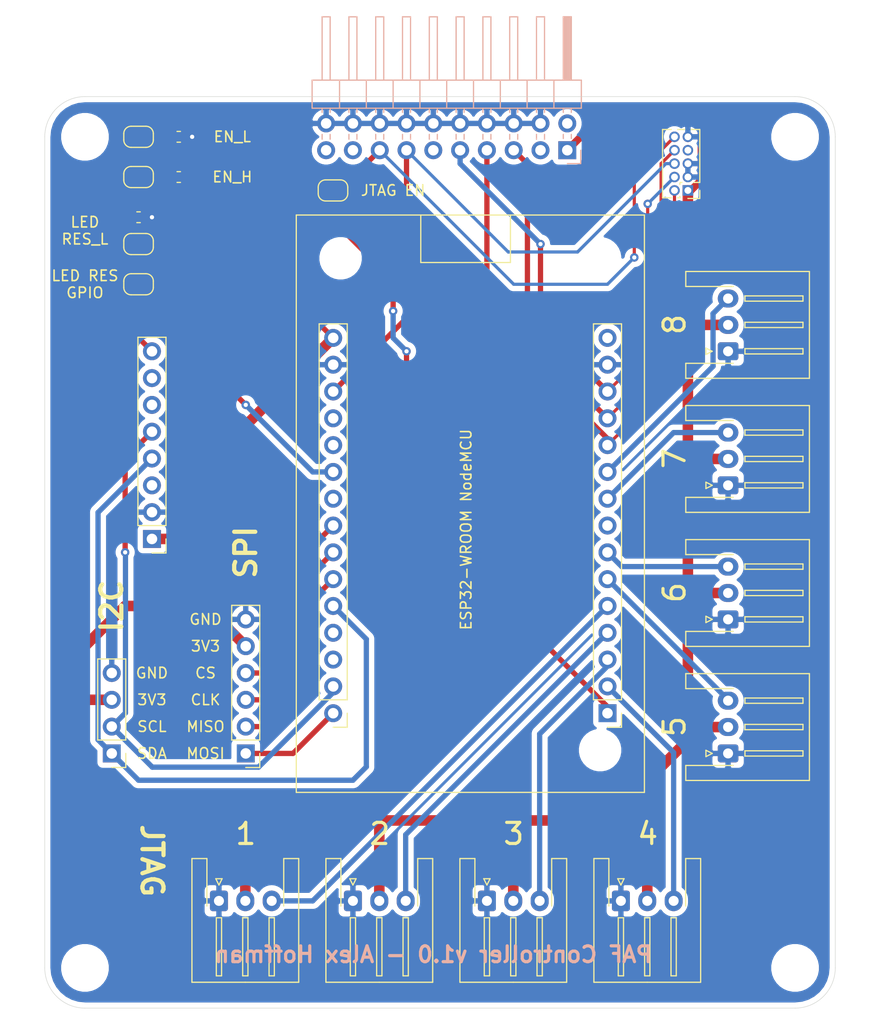
<source format=kicad_pcb>
(kicad_pcb (version 20171130) (host pcbnew 5.1.6)

  (general
    (thickness 1.6)
    (drawings 35)
    (tracks 165)
    (zones 0)
    (modules 26)
    (nets 44)
  )

  (page A4)
  (layers
    (0 F.Cu signal)
    (31 B.Cu signal)
    (32 B.Adhes user)
    (33 F.Adhes user)
    (34 B.Paste user)
    (35 F.Paste user)
    (36 B.SilkS user)
    (37 F.SilkS user)
    (38 B.Mask user)
    (39 F.Mask user)
    (40 Dwgs.User user)
    (41 Cmts.User user)
    (42 Eco1.User user)
    (43 Eco2.User user)
    (44 Edge.Cuts user)
    (45 Margin user)
    (46 B.CrtYd user)
    (47 F.CrtYd user)
    (48 B.Fab user)
    (49 F.Fab user)
  )

  (setup
    (last_trace_width 0.3)
    (user_trace_width 0.2)
    (user_trace_width 0.3)
    (user_trace_width 0.5)
    (user_trace_width 0.7)
    (user_trace_width 1)
    (trace_clearance 0.2)
    (zone_clearance 0.508)
    (zone_45_only no)
    (trace_min 0.2)
    (via_size 0.8)
    (via_drill 0.4)
    (via_min_size 0.4)
    (via_min_drill 0.3)
    (user_via 0.45 0.3)
    (user_via 0.55 0.3)
    (user_via 0.65 0.4)
    (uvia_size 0.3)
    (uvia_drill 0.1)
    (uvias_allowed no)
    (uvia_min_size 0.2)
    (uvia_min_drill 0.1)
    (edge_width 0.05)
    (segment_width 0.2)
    (pcb_text_width 0.3)
    (pcb_text_size 1.5 1.5)
    (mod_edge_width 0.12)
    (mod_text_size 1 1)
    (mod_text_width 0.15)
    (pad_size 1.524 1.524)
    (pad_drill 0.762)
    (pad_to_mask_clearance 0.05)
    (aux_axis_origin 0 0)
    (grid_origin 118.11 57.15)
    (visible_elements FFFFFF7F)
    (pcbplotparams
      (layerselection 0x010fc_ffffffff)
      (usegerberextensions false)
      (usegerberattributes true)
      (usegerberadvancedattributes true)
      (creategerberjobfile true)
      (excludeedgelayer true)
      (linewidth 0.100000)
      (plotframeref false)
      (viasonmask false)
      (mode 1)
      (useauxorigin false)
      (hpglpennumber 1)
      (hpglpenspeed 20)
      (hpglpendiameter 15.000000)
      (psnegative false)
      (psa4output false)
      (plotreference true)
      (plotvalue true)
      (plotinvisibletext false)
      (padsonsilk false)
      (subtractmaskfromsilk false)
      (outputformat 1)
      (mirror false)
      (drillshape 1)
      (scaleselection 1)
      (outputdirectory ""))
  )

  (net 0 "")
  (net 1 SPI_MISO)
  (net 2 "Net-(E1-Pad27)")
  (net 3 SCREEN_RESET)
  (net 4 GND)
  (net 5 "Net-(E1-Pad19)")
  (net 6 I2C_SDA)
  (net 7 Debug_TDO)
  (net 8 "Net-(E1-Pad28)")
  (net 9 "Net-(E1-Pad22)")
  (net 10 SPI_CS)
  (net 11 "Net-(E1-Pad20)")
  (net 12 SPI_CLK)
  (net 13 I2C_SCL)
  (net 14 "Net-(E1-Pad1)")
  (net 15 "Net-(E1-Pad8)")
  (net 16 Debug_TMS)
  (net 17 Debug_TDI)
  (net 18 Debug_TCK)
  (net 19 "Net-(E1-Pad15)")
  (net 20 RF_EN)
  (net 21 "Net-(J1-Pad7)")
  (net 22 "Net-(J2-Pad19)")
  (net 23 "Net-(J2-Pad17)")
  (net 24 "Net-(J2-Pad11)")
  (net 25 "Net-(J2-Pad3)")
  (net 26 "Net-(J2-Pad2)")
  (net 27 OLED_RES)
  (net 28 "Net-(J5-Pad7)")
  (net 29 "Net-(J5-Pad6)")
  (net 30 "Net-(J5-Pad3)")
  (net 31 "Net-(JP5-Pad1)")
  (net 32 LED_PORT_PWR)
  (net 33 LED_PWM_2)
  (net 34 LED_PWM_1)
  (net 35 LED_PWM_4)
  (net 36 LED_PWM_3)
  (net 37 LED_PWM_6)
  (net 38 LED_PWM_5)
  (net 39 LED_PWM_8)
  (net 40 LED_PWM_7)
  (net 41 SPI_MOSI)
  (net 42 "Net-(JP1-Pad1)")
  (net 43 "Net-(JP2-Pad1)")

  (net_class Default "This is the default net class."
    (clearance 0.2)
    (trace_width 0.25)
    (via_dia 0.8)
    (via_drill 0.4)
    (uvia_dia 0.3)
    (uvia_drill 0.1)
    (add_net Debug_TCK)
    (add_net Debug_TDI)
    (add_net Debug_TDO)
    (add_net Debug_TMS)
    (add_net GND)
    (add_net I2C_SCL)
    (add_net I2C_SDA)
    (add_net LED_PORT_PWR)
    (add_net LED_PWM_1)
    (add_net LED_PWM_2)
    (add_net LED_PWM_3)
    (add_net LED_PWM_4)
    (add_net LED_PWM_5)
    (add_net LED_PWM_6)
    (add_net LED_PWM_7)
    (add_net LED_PWM_8)
    (add_net "Net-(E1-Pad1)")
    (add_net "Net-(E1-Pad15)")
    (add_net "Net-(E1-Pad19)")
    (add_net "Net-(E1-Pad20)")
    (add_net "Net-(E1-Pad22)")
    (add_net "Net-(E1-Pad27)")
    (add_net "Net-(E1-Pad28)")
    (add_net "Net-(E1-Pad8)")
    (add_net "Net-(J1-Pad7)")
    (add_net "Net-(J2-Pad11)")
    (add_net "Net-(J2-Pad17)")
    (add_net "Net-(J2-Pad19)")
    (add_net "Net-(J2-Pad2)")
    (add_net "Net-(J2-Pad3)")
    (add_net "Net-(J5-Pad3)")
    (add_net "Net-(J5-Pad6)")
    (add_net "Net-(J5-Pad7)")
    (add_net "Net-(JP1-Pad1)")
    (add_net "Net-(JP2-Pad1)")
    (add_net "Net-(JP5-Pad1)")
    (add_net OLED_RES)
    (add_net RF_EN)
    (add_net SCREEN_RESET)
    (add_net SPI_CLK)
    (add_net SPI_CS)
    (add_net SPI_MISO)
    (add_net SPI_MOSI)
  )

  (module Resistor_SMD:R_0603_1608Metric (layer F.Cu) (tedit 5B301BBD) (tstamp 5F47513A)
    (at 105.41 55.88)
    (descr "Resistor SMD 0603 (1608 Metric), square (rectangular) end terminal, IPC_7351 nominal, (Body size source: http://www.tortai-tech.com/upload/download/2011102023233369053.pdf), generated with kicad-footprint-generator")
    (tags resistor)
    (path /5F511C42)
    (attr smd)
    (fp_text reference R3 (at 0 -1.43) (layer F.SilkS) hide
      (effects (font (size 1 1) (thickness 0.15)))
    )
    (fp_text value R_Small (at 0 1.43) (layer F.Fab)
      (effects (font (size 1 1) (thickness 0.15)))
    )
    (fp_text user %R (at 0 0) (layer F.Fab)
      (effects (font (size 0.4 0.4) (thickness 0.06)))
    )
    (fp_line (start -0.8 0.4) (end -0.8 -0.4) (layer F.Fab) (width 0.1))
    (fp_line (start -0.8 -0.4) (end 0.8 -0.4) (layer F.Fab) (width 0.1))
    (fp_line (start 0.8 -0.4) (end 0.8 0.4) (layer F.Fab) (width 0.1))
    (fp_line (start 0.8 0.4) (end -0.8 0.4) (layer F.Fab) (width 0.1))
    (fp_line (start -0.162779 -0.51) (end 0.162779 -0.51) (layer F.SilkS) (width 0.12))
    (fp_line (start -0.162779 0.51) (end 0.162779 0.51) (layer F.SilkS) (width 0.12))
    (fp_line (start -1.48 0.73) (end -1.48 -0.73) (layer F.CrtYd) (width 0.05))
    (fp_line (start -1.48 -0.73) (end 1.48 -0.73) (layer F.CrtYd) (width 0.05))
    (fp_line (start 1.48 -0.73) (end 1.48 0.73) (layer F.CrtYd) (width 0.05))
    (fp_line (start 1.48 0.73) (end -1.48 0.73) (layer F.CrtYd) (width 0.05))
    (pad 2 smd roundrect (at 0.7875 0) (size 0.875 0.95) (layers F.Cu F.Paste F.Mask) (roundrect_rratio 0.25)
      (net 4 GND))
    (pad 1 smd roundrect (at -0.7875 0) (size 0.875 0.95) (layers F.Cu F.Paste F.Mask) (roundrect_rratio 0.25)
      (net 43 "Net-(JP2-Pad1)"))
    (model ${KISYS3DMOD}/Resistor_SMD.3dshapes/R_0603_1608Metric.wrl
      (at (xyz 0 0 0))
      (scale (xyz 1 1 1))
      (rotate (xyz 0 0 0))
    )
  )

  (module Resistor_SMD:R_0603_1608Metric (layer F.Cu) (tedit 5B301BBD) (tstamp 5F47518C)
    (at 105.41 59.69)
    (descr "Resistor SMD 0603 (1608 Metric), square (rectangular) end terminal, IPC_7351 nominal, (Body size source: http://www.tortai-tech.com/upload/download/2011102023233369053.pdf), generated with kicad-footprint-generator")
    (tags resistor)
    (path /5F510D92)
    (attr smd)
    (fp_text reference R2 (at 0 -1.43) (layer F.SilkS) hide
      (effects (font (size 1 1) (thickness 0.15)))
    )
    (fp_text value R_Small (at 0 1.43) (layer F.Fab)
      (effects (font (size 1 1) (thickness 0.15)))
    )
    (fp_text user %R (at 0 0) (layer F.Fab)
      (effects (font (size 0.4 0.4) (thickness 0.06)))
    )
    (fp_line (start -0.8 0.4) (end -0.8 -0.4) (layer F.Fab) (width 0.1))
    (fp_line (start -0.8 -0.4) (end 0.8 -0.4) (layer F.Fab) (width 0.1))
    (fp_line (start 0.8 -0.4) (end 0.8 0.4) (layer F.Fab) (width 0.1))
    (fp_line (start 0.8 0.4) (end -0.8 0.4) (layer F.Fab) (width 0.1))
    (fp_line (start -0.162779 -0.51) (end 0.162779 -0.51) (layer F.SilkS) (width 0.12))
    (fp_line (start -0.162779 0.51) (end 0.162779 0.51) (layer F.SilkS) (width 0.12))
    (fp_line (start -1.48 0.73) (end -1.48 -0.73) (layer F.CrtYd) (width 0.05))
    (fp_line (start -1.48 -0.73) (end 1.48 -0.73) (layer F.CrtYd) (width 0.05))
    (fp_line (start 1.48 -0.73) (end 1.48 0.73) (layer F.CrtYd) (width 0.05))
    (fp_line (start 1.48 0.73) (end -1.48 0.73) (layer F.CrtYd) (width 0.05))
    (pad 2 smd roundrect (at 0.7875 0) (size 0.875 0.95) (layers F.Cu F.Paste F.Mask) (roundrect_rratio 0.25)
      (net 32 LED_PORT_PWR))
    (pad 1 smd roundrect (at -0.7875 0) (size 0.875 0.95) (layers F.Cu F.Paste F.Mask) (roundrect_rratio 0.25)
      (net 42 "Net-(JP1-Pad1)"))
    (model ${KISYS3DMOD}/Resistor_SMD.3dshapes/R_0603_1608Metric.wrl
      (at (xyz 0 0 0))
      (scale (xyz 1 1 1))
      (rotate (xyz 0 0 0))
    )
  )

  (module PAF_controller:ESP32-WROOM-NODEMCU (layer F.Cu) (tedit 5F463491) (tstamp 5F465E78)
    (at 146.05 110.49 180)
    (descr "Through hole straight pin header, 1x15, 2.54mm pitch, single row")
    (tags "Through hole pin header THT 1x15 2.54mm single row")
    (path /5F46FDA8)
    (fp_text reference E1 (at -0.9 -8.7) (layer F.SilkS) hide
      (effects (font (size 1 1) (thickness 0.15)))
    )
    (fp_text value ESP32-WROOM-NODEMCU (at 0 37.89) (layer F.Fab)
      (effects (font (size 1 1) (thickness 0.15)))
    )
    (fp_line (start 17.7 42.7) (end 17.7 47.2) (layer F.SilkS) (width 0.12))
    (fp_line (start 9.2 42.7) (end 17.7 42.7) (layer F.SilkS) (width 0.12))
    (fp_line (start 9.2 47.2) (end 9.2 42.7) (layer F.SilkS) (width 0.12))
    (fp_line (start -3.5 -7.5) (end -3.5 47.2) (layer F.SilkS) (width 0.12))
    (fp_line (start 29.5 47.2) (end -3.5 47.2) (layer F.SilkS) (width 0.12))
    (fp_line (start 29.5 -7.5) (end 29.5 47.2) (layer F.SilkS) (width 0.12))
    (fp_line (start -3.5 -7.5) (end 29.5 -7.5) (layer F.SilkS) (width 0.12))
    (fp_line (start 24.67 1.27) (end 24.67 36.89) (layer F.SilkS) (width 0.12))
    (fp_line (start 24.67 1.27) (end 27.33 1.27) (layer F.SilkS) (width 0.12))
    (fp_line (start 24.2 37.35) (end 27.8 37.35) (layer F.CrtYd) (width 0.05))
    (fp_line (start 27.33 1.27) (end 27.33 36.89) (layer F.SilkS) (width 0.12))
    (fp_line (start 24.67 36.89) (end 27.33 36.89) (layer F.SilkS) (width 0.12))
    (fp_line (start 27.27 -1.27) (end 27.27 36.83) (layer F.Fab) (width 0.1))
    (fp_line (start 27.8 37.35) (end 27.8 -1.8) (layer F.CrtYd) (width 0.05))
    (fp_line (start 24.2 -1.8) (end 24.2 37.35) (layer F.CrtYd) (width 0.05))
    (fp_line (start 27.8 -1.8) (end 24.2 -1.8) (layer F.CrtYd) (width 0.05))
    (fp_line (start 24.73 36.83) (end 24.73 -0.635) (layer F.Fab) (width 0.1))
    (fp_line (start 24.73 -0.635) (end 25.365 -1.27) (layer F.Fab) (width 0.1))
    (fp_line (start 24.67 0) (end 24.67 -1.33) (layer F.SilkS) (width 0.12))
    (fp_line (start 24.67 -1.33) (end 26 -1.33) (layer F.SilkS) (width 0.12))
    (fp_line (start 25.365 -1.27) (end 27.27 -1.27) (layer F.Fab) (width 0.1))
    (fp_line (start 27.27 36.83) (end 24.73 36.83) (layer F.Fab) (width 0.1))
    (fp_line (start 1.8 -1.8) (end -1.8 -1.8) (layer F.CrtYd) (width 0.05))
    (fp_line (start 1.8 37.35) (end 1.8 -1.8) (layer F.CrtYd) (width 0.05))
    (fp_line (start -1.8 37.35) (end 1.8 37.35) (layer F.CrtYd) (width 0.05))
    (fp_line (start -1.8 -1.8) (end -1.8 37.35) (layer F.CrtYd) (width 0.05))
    (fp_line (start -1.33 -1.33) (end 0 -1.33) (layer F.SilkS) (width 0.12))
    (fp_line (start -1.33 0) (end -1.33 -1.33) (layer F.SilkS) (width 0.12))
    (fp_line (start -1.33 1.27) (end 1.33 1.27) (layer F.SilkS) (width 0.12))
    (fp_line (start 1.33 1.27) (end 1.33 36.89) (layer F.SilkS) (width 0.12))
    (fp_line (start -1.33 1.27) (end -1.33 36.89) (layer F.SilkS) (width 0.12))
    (fp_line (start -1.33 36.89) (end 1.33 36.89) (layer F.SilkS) (width 0.12))
    (fp_line (start -1.27 -0.635) (end -0.635 -1.27) (layer F.Fab) (width 0.1))
    (fp_line (start -1.27 36.83) (end -1.27 -0.635) (layer F.Fab) (width 0.1))
    (fp_line (start 1.27 36.83) (end -1.27 36.83) (layer F.Fab) (width 0.1))
    (fp_line (start 1.27 -1.27) (end 1.27 36.83) (layer F.Fab) (width 0.1))
    (fp_line (start -0.635 -1.27) (end 1.27 -1.27) (layer F.Fab) (width 0.1))
    (fp_text user "ESP32-WROOM NodeMCU" (at 13.4 17.4 90) (layer F.SilkS)
      (effects (font (size 1 1) (thickness 0.15)))
    )
    (fp_text user %R (at 26 17.78 90) (layer F.Fab)
      (effects (font (size 1 1) (thickness 0.15)))
    )
    (fp_text user %R (at 0 17.78 90) (layer F.Fab)
      (effects (font (size 1 1) (thickness 0.15)))
    )
    (pad "" np_thru_hole circle (at 25.3 43.1 180) (size 3 3) (drill 3) (layers *.Cu *.Mask))
    (pad "" np_thru_hole circle (at 0.7 43.1 180) (size 3 3) (drill 3) (layers *.Cu *.Mask))
    (pad "" np_thru_hole circle (at 0.7 -3.5 180) (size 3 3) (drill 3) (layers *.Cu *.Mask))
    (pad "" np_thru_hole circle (at 25.2 -3.5 180) (size 3 3) (drill 3) (layers *.Cu *.Mask))
    (pad 25 thru_hole oval (at 26 12.7 180) (size 1.7 1.7) (drill 1) (layers *.Cu *.Mask)
      (net 1 SPI_MISO))
    (pad 27 thru_hole oval (at 26 7.62 180) (size 1.7 1.7) (drill 1) (layers *.Cu *.Mask)
      (net 2 "Net-(E1-Pad27)"))
    (pad 21 thru_hole oval (at 26 22.86 180) (size 1.7 1.7) (drill 1) (layers *.Cu *.Mask)
      (net 3 SCREEN_RESET))
    (pad 17 thru_hole oval (at 26 33.02 180) (size 1.7 1.7) (drill 1) (layers *.Cu *.Mask)
      (net 4 GND))
    (pad 19 thru_hole oval (at 26 27.94 180) (size 1.7 1.7) (drill 1) (layers *.Cu *.Mask)
      (net 5 "Net-(E1-Pad19)"))
    (pad 26 thru_hole oval (at 26 10.16 180) (size 1.7 1.7) (drill 1) (layers *.Cu *.Mask)
      (net 6 I2C_SDA))
    (pad 18 thru_hole oval (at 26 30.48 180) (size 1.7 1.7) (drill 1) (layers *.Cu *.Mask)
      (net 7 Debug_TDO))
    (pad 28 thru_hole oval (at 26 5.08 180) (size 1.7 1.7) (drill 1) (layers *.Cu *.Mask)
      (net 8 "Net-(E1-Pad28)"))
    (pad 30 thru_hole circle (at 26 0 180) (size 1.7 1.7) (drill 1) (layers *.Cu *.Mask)
      (net 41 SPI_MOSI))
    (pad 22 thru_hole oval (at 26 20.32 180) (size 1.7 1.7) (drill 1) (layers *.Cu *.Mask)
      (net 9 "Net-(E1-Pad22)"))
    (pad 23 thru_hole oval (at 26 17.78 180) (size 1.7 1.7) (drill 1) (layers *.Cu *.Mask)
      (net 10 SPI_CS))
    (pad 20 thru_hole oval (at 26 25.4 180) (size 1.7 1.7) (drill 1) (layers *.Cu *.Mask)
      (net 11 "Net-(E1-Pad20)"))
    (pad 24 thru_hole oval (at 26 15.24 180) (size 1.7 1.7) (drill 1) (layers *.Cu *.Mask)
      (net 12 SPI_CLK))
    (pad 29 thru_hole oval (at 26 2.54 180) (size 1.7 1.7) (drill 1) (layers *.Cu *.Mask)
      (net 13 I2C_SCL))
    (pad 16 thru_hole oval (at 26 35.56 180) (size 1.7 1.7) (drill 1) (layers *.Cu *.Mask)
      (net 32 LED_PORT_PWR))
    (pad 1 thru_hole rect (at 0 0 180) (size 1.7 1.7) (drill 1) (layers *.Cu *.Mask)
      (net 14 "Net-(E1-Pad1)"))
    (pad 2 thru_hole oval (at 0 2.54 180) (size 1.7 1.7) (drill 1) (layers *.Cu *.Mask)
      (net 35 LED_PWM_4))
    (pad 3 thru_hole oval (at 0 5.08 180) (size 1.7 1.7) (drill 1) (layers *.Cu *.Mask)
      (net 36 LED_PWM_3))
    (pad 4 thru_hole oval (at 0 7.62 180) (size 1.7 1.7) (drill 1) (layers *.Cu *.Mask)
      (net 33 LED_PWM_2))
    (pad 5 thru_hole oval (at 0 10.16 180) (size 1.7 1.7) (drill 1) (layers *.Cu *.Mask)
      (net 34 LED_PWM_1))
    (pad 6 thru_hole oval (at 0 12.7 180) (size 1.7 1.7) (drill 1) (layers *.Cu *.Mask)
      (net 38 LED_PWM_5))
    (pad 7 thru_hole oval (at 0 15.24 180) (size 1.7 1.7) (drill 1) (layers *.Cu *.Mask)
      (net 37 LED_PWM_6))
    (pad 8 thru_hole oval (at 0 17.78 180) (size 1.7 1.7) (drill 1) (layers *.Cu *.Mask)
      (net 15 "Net-(E1-Pad8)"))
    (pad 9 thru_hole oval (at 0 20.32 180) (size 1.7 1.7) (drill 1) (layers *.Cu *.Mask)
      (net 40 LED_PWM_7))
    (pad 10 thru_hole oval (at 0 22.86 180) (size 1.7 1.7) (drill 1) (layers *.Cu *.Mask)
      (net 39 LED_PWM_8))
    (pad 11 thru_hole oval (at 0 25.4 180) (size 1.7 1.7) (drill 1) (layers *.Cu *.Mask)
      (net 16 Debug_TMS))
    (pad 12 thru_hole oval (at 0 27.94 180) (size 1.7 1.7) (drill 1) (layers *.Cu *.Mask)
      (net 17 Debug_TDI))
    (pad 13 thru_hole oval (at 0 30.48 180) (size 1.7 1.7) (drill 1) (layers *.Cu *.Mask)
      (net 18 Debug_TCK))
    (pad 14 thru_hole oval (at 0 33.02 180) (size 1.7 1.7) (drill 1) (layers *.Cu *.Mask)
      (net 4 GND))
    (pad 15 thru_hole oval (at 0 35.56 180) (size 1.7 1.7) (drill 1) (layers *.Cu *.Mask)
      (net 19 "Net-(E1-Pad15)"))
    (model ${KISYS3DMOD}/Connector_PinHeader_2.54mm.3dshapes/PinHeader_1x15_P2.54mm_Vertical.wrl
      (at (xyz 0 0 0))
      (scale (xyz 1 1 1))
      (rotate (xyz 0 0 0))
    )
  )

  (module MountingHole:MountingHole_3.5mm (layer F.Cu) (tedit 56D1B4CB) (tstamp 5F46D854)
    (at 96.52 55.88)
    (descr "Mounting Hole 3.5mm, no annular")
    (tags "mounting hole 3.5mm no annular")
    (attr virtual)
    (fp_text reference REF** (at 0 -4.5) (layer F.SilkS) hide
      (effects (font (size 1 1) (thickness 0.15)))
    )
    (fp_text value MountingHole_3.5mm (at 0 4.5) (layer F.Fab)
      (effects (font (size 1 1) (thickness 0.15)))
    )
    (fp_circle (center 0 0) (end 3.5 0) (layer Cmts.User) (width 0.15))
    (fp_circle (center 0 0) (end 3.75 0) (layer F.CrtYd) (width 0.05))
    (fp_text user %R (at 0.3 0) (layer F.Fab)
      (effects (font (size 1 1) (thickness 0.15)))
    )
    (pad 1 np_thru_hole circle (at 0 0) (size 3.5 3.5) (drill 3.5) (layers *.Cu *.Mask))
  )

  (module MountingHole:MountingHole_3.5mm (layer F.Cu) (tedit 56D1B4CB) (tstamp 5F46D846)
    (at 96.52 134.62)
    (descr "Mounting Hole 3.5mm, no annular")
    (tags "mounting hole 3.5mm no annular")
    (attr virtual)
    (fp_text reference REF** (at 0 -4.5) (layer F.SilkS) hide
      (effects (font (size 1 1) (thickness 0.15)))
    )
    (fp_text value MountingHole_3.5mm (at 0 4.5) (layer F.Fab) hide
      (effects (font (size 1 1) (thickness 0.15)))
    )
    (fp_circle (center 0 0) (end 3.75 0) (layer F.CrtYd) (width 0.05))
    (fp_circle (center 0 0) (end 3.5 0) (layer Cmts.User) (width 0.15))
    (fp_text user %R (at 0.3 0) (layer F.Fab)
      (effects (font (size 1 1) (thickness 0.15)))
    )
    (pad 1 np_thru_hole circle (at 0 0) (size 3.5 3.5) (drill 3.5) (layers *.Cu *.Mask))
  )

  (module MountingHole:MountingHole_3.5mm (layer F.Cu) (tedit 56D1B4CB) (tstamp 5F46D7B9)
    (at 163.83 134.62)
    (descr "Mounting Hole 3.5mm, no annular")
    (tags "mounting hole 3.5mm no annular")
    (attr virtual)
    (fp_text reference REF** (at 0 -4.5) (layer F.SilkS) hide
      (effects (font (size 1 1) (thickness 0.15)))
    )
    (fp_text value MountingHole_3.5mm (at 0 4.5) (layer F.Fab)
      (effects (font (size 1 1) (thickness 0.15)))
    )
    (fp_circle (center 0 0) (end 3.5 0) (layer Cmts.User) (width 0.15))
    (fp_circle (center 0 0) (end 3.75 0) (layer F.CrtYd) (width 0.05))
    (fp_text user %R (at 0.3 0) (layer F.Fab)
      (effects (font (size 1 1) (thickness 0.15)))
    )
    (pad 1 np_thru_hole circle (at 0 0) (size 3.5 3.5) (drill 3.5) (layers *.Cu *.Mask))
  )

  (module MountingHole:MountingHole_3.5mm (layer F.Cu) (tedit 56D1B4CB) (tstamp 5F46D82F)
    (at 163.83 55.88)
    (descr "Mounting Hole 3.5mm, no annular")
    (tags "mounting hole 3.5mm no annular")
    (attr virtual)
    (fp_text reference REF** (at 0 -4.5) (layer F.SilkS) hide
      (effects (font (size 1 1) (thickness 0.15)))
    )
    (fp_text value MountingHole_3.5mm (at 0 4.5) (layer F.Fab)
      (effects (font (size 1 1) (thickness 0.15)))
    )
    (fp_circle (center 0 0) (end 3.75 0) (layer F.CrtYd) (width 0.05))
    (fp_circle (center 0 0) (end 3.5 0) (layer Cmts.User) (width 0.15))
    (fp_text user %R (at 0.3 0) (layer F.Fab)
      (effects (font (size 1 1) (thickness 0.15)))
    )
    (pad 1 np_thru_hole circle (at 0 0) (size 3.5 3.5) (drill 3.5) (layers *.Cu *.Mask))
  )

  (module Connector_JST:JST_XH_S3B-XH-A-1_1x03_P2.50mm_Horizontal (layer F.Cu) (tedit 5C281476) (tstamp 5F46D717)
    (at 157.48 88.9 90)
    (descr "JST XH series connector, S3B-XH-A-1 (http://www.jst-mfg.com/product/pdf/eng/eXH.pdf), generated with kicad-footprint-generator")
    (tags "connector JST XH horizontal")
    (path /5F47A9B3)
    (fp_text reference J13 (at 2.5 -5.1 90) (layer F.SilkS) hide
      (effects (font (size 1 1) (thickness 0.15)))
    )
    (fp_text value Conn_01x03 (at 2.5 8.8 90) (layer F.Fab)
      (effects (font (size 1 1) (thickness 0.15)))
    )
    (fp_line (start 0 -0.4) (end 0.625 0.6) (layer F.Fab) (width 0.1))
    (fp_line (start -0.625 0.6) (end 0 -0.4) (layer F.Fab) (width 0.1))
    (fp_line (start 0.3 -2.1) (end 0 -1.5) (layer F.SilkS) (width 0.12))
    (fp_line (start -0.3 -2.1) (end 0.3 -2.1) (layer F.SilkS) (width 0.12))
    (fp_line (start 0 -1.5) (end -0.3 -2.1) (layer F.SilkS) (width 0.12))
    (fp_line (start 5.25 1.6) (end 4.75 1.6) (layer F.SilkS) (width 0.12))
    (fp_line (start 5.25 7.1) (end 5.25 1.6) (layer F.SilkS) (width 0.12))
    (fp_line (start 4.75 7.1) (end 5.25 7.1) (layer F.SilkS) (width 0.12))
    (fp_line (start 4.75 1.6) (end 4.75 7.1) (layer F.SilkS) (width 0.12))
    (fp_line (start 2.75 1.6) (end 2.25 1.6) (layer F.SilkS) (width 0.12))
    (fp_line (start 2.75 7.1) (end 2.75 1.6) (layer F.SilkS) (width 0.12))
    (fp_line (start 2.25 7.1) (end 2.75 7.1) (layer F.SilkS) (width 0.12))
    (fp_line (start 2.25 1.6) (end 2.25 7.1) (layer F.SilkS) (width 0.12))
    (fp_line (start 0.25 1.6) (end -0.25 1.6) (layer F.SilkS) (width 0.12))
    (fp_line (start 0.25 7.1) (end 0.25 1.6) (layer F.SilkS) (width 0.12))
    (fp_line (start -0.25 7.1) (end 0.25 7.1) (layer F.SilkS) (width 0.12))
    (fp_line (start -0.25 1.6) (end -0.25 7.1) (layer F.SilkS) (width 0.12))
    (fp_line (start 6.25 0.6) (end 2.5 0.6) (layer F.Fab) (width 0.1))
    (fp_line (start 6.25 -3.9) (end 6.25 0.6) (layer F.Fab) (width 0.1))
    (fp_line (start 7.45 -3.9) (end 6.25 -3.9) (layer F.Fab) (width 0.1))
    (fp_line (start 7.45 7.6) (end 7.45 -3.9) (layer F.Fab) (width 0.1))
    (fp_line (start 2.5 7.6) (end 7.45 7.6) (layer F.Fab) (width 0.1))
    (fp_line (start -1.25 0.6) (end 2.5 0.6) (layer F.Fab) (width 0.1))
    (fp_line (start -1.25 -3.9) (end -1.25 0.6) (layer F.Fab) (width 0.1))
    (fp_line (start -2.45 -3.9) (end -1.25 -3.9) (layer F.Fab) (width 0.1))
    (fp_line (start -2.45 7.6) (end -2.45 -3.9) (layer F.Fab) (width 0.1))
    (fp_line (start 2.5 7.6) (end -2.45 7.6) (layer F.Fab) (width 0.1))
    (fp_line (start 6.14 -4.01) (end 6.14 0.49) (layer F.SilkS) (width 0.12))
    (fp_line (start 7.56 -4.01) (end 6.14 -4.01) (layer F.SilkS) (width 0.12))
    (fp_line (start 7.56 7.71) (end 7.56 -4.01) (layer F.SilkS) (width 0.12))
    (fp_line (start 2.5 7.71) (end 7.56 7.71) (layer F.SilkS) (width 0.12))
    (fp_line (start -1.14 -4.01) (end -1.14 0.49) (layer F.SilkS) (width 0.12))
    (fp_line (start -2.56 -4.01) (end -1.14 -4.01) (layer F.SilkS) (width 0.12))
    (fp_line (start -2.56 7.71) (end -2.56 -4.01) (layer F.SilkS) (width 0.12))
    (fp_line (start 2.5 7.71) (end -2.56 7.71) (layer F.SilkS) (width 0.12))
    (fp_line (start 7.95 -4.4) (end -2.95 -4.4) (layer F.CrtYd) (width 0.05))
    (fp_line (start 7.95 8.1) (end 7.95 -4.4) (layer F.CrtYd) (width 0.05))
    (fp_line (start -2.95 8.1) (end 7.95 8.1) (layer F.CrtYd) (width 0.05))
    (fp_line (start -2.95 -4.4) (end -2.95 8.1) (layer F.CrtYd) (width 0.05))
    (fp_text user %R (at 2.5 1.85 90) (layer F.Fab)
      (effects (font (size 1 1) (thickness 0.15)))
    )
    (pad 3 thru_hole oval (at 5 0 90) (size 1.7 1.95) (drill 0.95) (layers *.Cu *.Mask)
      (net 40 LED_PWM_7))
    (pad 2 thru_hole oval (at 2.5 0 90) (size 1.7 1.95) (drill 0.95) (layers *.Cu *.Mask)
      (net 32 LED_PORT_PWR))
    (pad 1 thru_hole roundrect (at 0 0 90) (size 1.7 1.95) (drill 0.95) (layers *.Cu *.Mask) (roundrect_rratio 0.147059)
      (net 4 GND))
    (model ${KISYS3DMOD}/Connector_JST.3dshapes/JST_XH_S3B-XH-A-1_1x03_P2.50mm_Horizontal.wrl
      (at (xyz 0 0 0))
      (scale (xyz 1 1 1))
      (rotate (xyz 0 0 0))
    )
  )

  (module Connector_JST:JST_XH_S3B-XH-A-1_1x03_P2.50mm_Horizontal (layer F.Cu) (tedit 5C281476) (tstamp 5F46784A)
    (at 134.62 128.27)
    (descr "JST XH series connector, S3B-XH-A-1 (http://www.jst-mfg.com/product/pdf/eng/eXH.pdf), generated with kicad-footprint-generator")
    (tags "connector JST XH horizontal")
    (path /5F471E54)
    (fp_text reference J12 (at 2.5 -5.1) (layer F.SilkS) hide
      (effects (font (size 1 1) (thickness 0.15)))
    )
    (fp_text value Conn_01x03 (at 2.5 8.8) (layer F.Fab)
      (effects (font (size 1 1) (thickness 0.15)))
    )
    (fp_line (start 0 -0.4) (end 0.625 0.6) (layer F.Fab) (width 0.1))
    (fp_line (start -0.625 0.6) (end 0 -0.4) (layer F.Fab) (width 0.1))
    (fp_line (start 0.3 -2.1) (end 0 -1.5) (layer F.SilkS) (width 0.12))
    (fp_line (start -0.3 -2.1) (end 0.3 -2.1) (layer F.SilkS) (width 0.12))
    (fp_line (start 0 -1.5) (end -0.3 -2.1) (layer F.SilkS) (width 0.12))
    (fp_line (start 5.25 1.6) (end 4.75 1.6) (layer F.SilkS) (width 0.12))
    (fp_line (start 5.25 7.1) (end 5.25 1.6) (layer F.SilkS) (width 0.12))
    (fp_line (start 4.75 7.1) (end 5.25 7.1) (layer F.SilkS) (width 0.12))
    (fp_line (start 4.75 1.6) (end 4.75 7.1) (layer F.SilkS) (width 0.12))
    (fp_line (start 2.75 1.6) (end 2.25 1.6) (layer F.SilkS) (width 0.12))
    (fp_line (start 2.75 7.1) (end 2.75 1.6) (layer F.SilkS) (width 0.12))
    (fp_line (start 2.25 7.1) (end 2.75 7.1) (layer F.SilkS) (width 0.12))
    (fp_line (start 2.25 1.6) (end 2.25 7.1) (layer F.SilkS) (width 0.12))
    (fp_line (start 0.25 1.6) (end -0.25 1.6) (layer F.SilkS) (width 0.12))
    (fp_line (start 0.25 7.1) (end 0.25 1.6) (layer F.SilkS) (width 0.12))
    (fp_line (start -0.25 7.1) (end 0.25 7.1) (layer F.SilkS) (width 0.12))
    (fp_line (start -0.25 1.6) (end -0.25 7.1) (layer F.SilkS) (width 0.12))
    (fp_line (start 6.25 0.6) (end 2.5 0.6) (layer F.Fab) (width 0.1))
    (fp_line (start 6.25 -3.9) (end 6.25 0.6) (layer F.Fab) (width 0.1))
    (fp_line (start 7.45 -3.9) (end 6.25 -3.9) (layer F.Fab) (width 0.1))
    (fp_line (start 7.45 7.6) (end 7.45 -3.9) (layer F.Fab) (width 0.1))
    (fp_line (start 2.5 7.6) (end 7.45 7.6) (layer F.Fab) (width 0.1))
    (fp_line (start -1.25 0.6) (end 2.5 0.6) (layer F.Fab) (width 0.1))
    (fp_line (start -1.25 -3.9) (end -1.25 0.6) (layer F.Fab) (width 0.1))
    (fp_line (start -2.45 -3.9) (end -1.25 -3.9) (layer F.Fab) (width 0.1))
    (fp_line (start -2.45 7.6) (end -2.45 -3.9) (layer F.Fab) (width 0.1))
    (fp_line (start 2.5 7.6) (end -2.45 7.6) (layer F.Fab) (width 0.1))
    (fp_line (start 6.14 -4.01) (end 6.14 0.49) (layer F.SilkS) (width 0.12))
    (fp_line (start 7.56 -4.01) (end 6.14 -4.01) (layer F.SilkS) (width 0.12))
    (fp_line (start 7.56 7.71) (end 7.56 -4.01) (layer F.SilkS) (width 0.12))
    (fp_line (start 2.5 7.71) (end 7.56 7.71) (layer F.SilkS) (width 0.12))
    (fp_line (start -1.14 -4.01) (end -1.14 0.49) (layer F.SilkS) (width 0.12))
    (fp_line (start -2.56 -4.01) (end -1.14 -4.01) (layer F.SilkS) (width 0.12))
    (fp_line (start -2.56 7.71) (end -2.56 -4.01) (layer F.SilkS) (width 0.12))
    (fp_line (start 2.5 7.71) (end -2.56 7.71) (layer F.SilkS) (width 0.12))
    (fp_line (start 7.95 -4.4) (end -2.95 -4.4) (layer F.CrtYd) (width 0.05))
    (fp_line (start 7.95 8.1) (end 7.95 -4.4) (layer F.CrtYd) (width 0.05))
    (fp_line (start -2.95 8.1) (end 7.95 8.1) (layer F.CrtYd) (width 0.05))
    (fp_line (start -2.95 -4.4) (end -2.95 8.1) (layer F.CrtYd) (width 0.05))
    (fp_text user %R (at 2.5 1.85) (layer F.Fab)
      (effects (font (size 1 1) (thickness 0.15)))
    )
    (pad 3 thru_hole oval (at 5 0) (size 1.7 1.95) (drill 0.95) (layers *.Cu *.Mask)
      (net 36 LED_PWM_3))
    (pad 2 thru_hole oval (at 2.5 0) (size 1.7 1.95) (drill 0.95) (layers *.Cu *.Mask)
      (net 32 LED_PORT_PWR))
    (pad 1 thru_hole roundrect (at 0 0) (size 1.7 1.95) (drill 0.95) (layers *.Cu *.Mask) (roundrect_rratio 0.147059)
      (net 4 GND))
    (model ${KISYS3DMOD}/Connector_JST.3dshapes/JST_XH_S3B-XH-A-1_1x03_P2.50mm_Horizontal.wrl
      (at (xyz 0 0 0))
      (scale (xyz 1 1 1))
      (rotate (xyz 0 0 0))
    )
  )

  (module Connector_JST:JST_XH_S3B-XH-A-1_1x03_P2.50mm_Horizontal (layer F.Cu) (tedit 5C281476) (tstamp 5F46D603)
    (at 157.48 76.2 90)
    (descr "JST XH series connector, S3B-XH-A-1 (http://www.jst-mfg.com/product/pdf/eng/eXH.pdf), generated with kicad-footprint-generator")
    (tags "connector JST XH horizontal")
    (path /5F4739C2)
    (fp_text reference J11 (at 2.5 -5.1 90) (layer F.SilkS) hide
      (effects (font (size 1 1) (thickness 0.15)))
    )
    (fp_text value Conn_01x03 (at 2.5 8.8 90) (layer F.Fab)
      (effects (font (size 1 1) (thickness 0.15)))
    )
    (fp_line (start 0 -0.4) (end 0.625 0.6) (layer F.Fab) (width 0.1))
    (fp_line (start -0.625 0.6) (end 0 -0.4) (layer F.Fab) (width 0.1))
    (fp_line (start 0.3 -2.1) (end 0 -1.5) (layer F.SilkS) (width 0.12))
    (fp_line (start -0.3 -2.1) (end 0.3 -2.1) (layer F.SilkS) (width 0.12))
    (fp_line (start 0 -1.5) (end -0.3 -2.1) (layer F.SilkS) (width 0.12))
    (fp_line (start 5.25 1.6) (end 4.75 1.6) (layer F.SilkS) (width 0.12))
    (fp_line (start 5.25 7.1) (end 5.25 1.6) (layer F.SilkS) (width 0.12))
    (fp_line (start 4.75 7.1) (end 5.25 7.1) (layer F.SilkS) (width 0.12))
    (fp_line (start 4.75 1.6) (end 4.75 7.1) (layer F.SilkS) (width 0.12))
    (fp_line (start 2.75 1.6) (end 2.25 1.6) (layer F.SilkS) (width 0.12))
    (fp_line (start 2.75 7.1) (end 2.75 1.6) (layer F.SilkS) (width 0.12))
    (fp_line (start 2.25 7.1) (end 2.75 7.1) (layer F.SilkS) (width 0.12))
    (fp_line (start 2.25 1.6) (end 2.25 7.1) (layer F.SilkS) (width 0.12))
    (fp_line (start 0.25 1.6) (end -0.25 1.6) (layer F.SilkS) (width 0.12))
    (fp_line (start 0.25 7.1) (end 0.25 1.6) (layer F.SilkS) (width 0.12))
    (fp_line (start -0.25 7.1) (end 0.25 7.1) (layer F.SilkS) (width 0.12))
    (fp_line (start -0.25 1.6) (end -0.25 7.1) (layer F.SilkS) (width 0.12))
    (fp_line (start 6.25 0.6) (end 2.5 0.6) (layer F.Fab) (width 0.1))
    (fp_line (start 6.25 -3.9) (end 6.25 0.6) (layer F.Fab) (width 0.1))
    (fp_line (start 7.45 -3.9) (end 6.25 -3.9) (layer F.Fab) (width 0.1))
    (fp_line (start 7.45 7.6) (end 7.45 -3.9) (layer F.Fab) (width 0.1))
    (fp_line (start 2.5 7.6) (end 7.45 7.6) (layer F.Fab) (width 0.1))
    (fp_line (start -1.25 0.6) (end 2.5 0.6) (layer F.Fab) (width 0.1))
    (fp_line (start -1.25 -3.9) (end -1.25 0.6) (layer F.Fab) (width 0.1))
    (fp_line (start -2.45 -3.9) (end -1.25 -3.9) (layer F.Fab) (width 0.1))
    (fp_line (start -2.45 7.6) (end -2.45 -3.9) (layer F.Fab) (width 0.1))
    (fp_line (start 2.5 7.6) (end -2.45 7.6) (layer F.Fab) (width 0.1))
    (fp_line (start 6.14 -4.01) (end 6.14 0.49) (layer F.SilkS) (width 0.12))
    (fp_line (start 7.56 -4.01) (end 6.14 -4.01) (layer F.SilkS) (width 0.12))
    (fp_line (start 7.56 7.71) (end 7.56 -4.01) (layer F.SilkS) (width 0.12))
    (fp_line (start 2.5 7.71) (end 7.56 7.71) (layer F.SilkS) (width 0.12))
    (fp_line (start -1.14 -4.01) (end -1.14 0.49) (layer F.SilkS) (width 0.12))
    (fp_line (start -2.56 -4.01) (end -1.14 -4.01) (layer F.SilkS) (width 0.12))
    (fp_line (start -2.56 7.71) (end -2.56 -4.01) (layer F.SilkS) (width 0.12))
    (fp_line (start 2.5 7.71) (end -2.56 7.71) (layer F.SilkS) (width 0.12))
    (fp_line (start 7.95 -4.4) (end -2.95 -4.4) (layer F.CrtYd) (width 0.05))
    (fp_line (start 7.95 8.1) (end 7.95 -4.4) (layer F.CrtYd) (width 0.05))
    (fp_line (start -2.95 8.1) (end 7.95 8.1) (layer F.CrtYd) (width 0.05))
    (fp_line (start -2.95 -4.4) (end -2.95 8.1) (layer F.CrtYd) (width 0.05))
    (fp_text user %R (at 2.5 1.85 90) (layer F.Fab)
      (effects (font (size 1 1) (thickness 0.15)))
    )
    (pad 3 thru_hole oval (at 5 0 90) (size 1.7 1.95) (drill 0.95) (layers *.Cu *.Mask)
      (net 39 LED_PWM_8))
    (pad 2 thru_hole oval (at 2.5 0 90) (size 1.7 1.95) (drill 0.95) (layers *.Cu *.Mask)
      (net 32 LED_PORT_PWR))
    (pad 1 thru_hole roundrect (at 0 0 90) (size 1.7 1.95) (drill 0.95) (layers *.Cu *.Mask) (roundrect_rratio 0.147059)
      (net 4 GND))
    (model ${KISYS3DMOD}/Connector_JST.3dshapes/JST_XH_S3B-XH-A-1_1x03_P2.50mm_Horizontal.wrl
      (at (xyz 0 0 0))
      (scale (xyz 1 1 1))
      (rotate (xyz 0 0 0))
    )
  )

  (module Connector_JST:JST_XH_S3B-XH-A-1_1x03_P2.50mm_Horizontal (layer F.Cu) (tedit 5C281476) (tstamp 5F46C4E8)
    (at 109.22 128.27)
    (descr "JST XH series connector, S3B-XH-A-1 (http://www.jst-mfg.com/product/pdf/eng/eXH.pdf), generated with kicad-footprint-generator")
    (tags "connector JST XH horizontal")
    (path /5F4708D2)
    (fp_text reference J10 (at 2.5 -5.1) (layer F.SilkS) hide
      (effects (font (size 1 1) (thickness 0.15)))
    )
    (fp_text value Conn_01x03 (at 2.5 8.8) (layer F.Fab)
      (effects (font (size 1 1) (thickness 0.15)))
    )
    (fp_line (start 0 -0.4) (end 0.625 0.6) (layer F.Fab) (width 0.1))
    (fp_line (start -0.625 0.6) (end 0 -0.4) (layer F.Fab) (width 0.1))
    (fp_line (start 0.3 -2.1) (end 0 -1.5) (layer F.SilkS) (width 0.12))
    (fp_line (start -0.3 -2.1) (end 0.3 -2.1) (layer F.SilkS) (width 0.12))
    (fp_line (start 0 -1.5) (end -0.3 -2.1) (layer F.SilkS) (width 0.12))
    (fp_line (start 5.25 1.6) (end 4.75 1.6) (layer F.SilkS) (width 0.12))
    (fp_line (start 5.25 7.1) (end 5.25 1.6) (layer F.SilkS) (width 0.12))
    (fp_line (start 4.75 7.1) (end 5.25 7.1) (layer F.SilkS) (width 0.12))
    (fp_line (start 4.75 1.6) (end 4.75 7.1) (layer F.SilkS) (width 0.12))
    (fp_line (start 2.75 1.6) (end 2.25 1.6) (layer F.SilkS) (width 0.12))
    (fp_line (start 2.75 7.1) (end 2.75 1.6) (layer F.SilkS) (width 0.12))
    (fp_line (start 2.25 7.1) (end 2.75 7.1) (layer F.SilkS) (width 0.12))
    (fp_line (start 2.25 1.6) (end 2.25 7.1) (layer F.SilkS) (width 0.12))
    (fp_line (start 0.25 1.6) (end -0.25 1.6) (layer F.SilkS) (width 0.12))
    (fp_line (start 0.25 7.1) (end 0.25 1.6) (layer F.SilkS) (width 0.12))
    (fp_line (start -0.25 7.1) (end 0.25 7.1) (layer F.SilkS) (width 0.12))
    (fp_line (start -0.25 1.6) (end -0.25 7.1) (layer F.SilkS) (width 0.12))
    (fp_line (start 6.25 0.6) (end 2.5 0.6) (layer F.Fab) (width 0.1))
    (fp_line (start 6.25 -3.9) (end 6.25 0.6) (layer F.Fab) (width 0.1))
    (fp_line (start 7.45 -3.9) (end 6.25 -3.9) (layer F.Fab) (width 0.1))
    (fp_line (start 7.45 7.6) (end 7.45 -3.9) (layer F.Fab) (width 0.1))
    (fp_line (start 2.5 7.6) (end 7.45 7.6) (layer F.Fab) (width 0.1))
    (fp_line (start -1.25 0.6) (end 2.5 0.6) (layer F.Fab) (width 0.1))
    (fp_line (start -1.25 -3.9) (end -1.25 0.6) (layer F.Fab) (width 0.1))
    (fp_line (start -2.45 -3.9) (end -1.25 -3.9) (layer F.Fab) (width 0.1))
    (fp_line (start -2.45 7.6) (end -2.45 -3.9) (layer F.Fab) (width 0.1))
    (fp_line (start 2.5 7.6) (end -2.45 7.6) (layer F.Fab) (width 0.1))
    (fp_line (start 6.14 -4.01) (end 6.14 0.49) (layer F.SilkS) (width 0.12))
    (fp_line (start 7.56 -4.01) (end 6.14 -4.01) (layer F.SilkS) (width 0.12))
    (fp_line (start 7.56 7.71) (end 7.56 -4.01) (layer F.SilkS) (width 0.12))
    (fp_line (start 2.5 7.71) (end 7.56 7.71) (layer F.SilkS) (width 0.12))
    (fp_line (start -1.14 -4.01) (end -1.14 0.49) (layer F.SilkS) (width 0.12))
    (fp_line (start -2.56 -4.01) (end -1.14 -4.01) (layer F.SilkS) (width 0.12))
    (fp_line (start -2.56 7.71) (end -2.56 -4.01) (layer F.SilkS) (width 0.12))
    (fp_line (start 2.5 7.71) (end -2.56 7.71) (layer F.SilkS) (width 0.12))
    (fp_line (start 7.95 -4.4) (end -2.95 -4.4) (layer F.CrtYd) (width 0.05))
    (fp_line (start 7.95 8.1) (end 7.95 -4.4) (layer F.CrtYd) (width 0.05))
    (fp_line (start -2.95 8.1) (end 7.95 8.1) (layer F.CrtYd) (width 0.05))
    (fp_line (start -2.95 -4.4) (end -2.95 8.1) (layer F.CrtYd) (width 0.05))
    (fp_text user %R (at 2.5 1.85) (layer F.Fab)
      (effects (font (size 1 1) (thickness 0.15)))
    )
    (pad 3 thru_hole oval (at 5 0) (size 1.7 1.95) (drill 0.95) (layers *.Cu *.Mask)
      (net 34 LED_PWM_1))
    (pad 2 thru_hole oval (at 2.5 0) (size 1.7 1.95) (drill 0.95) (layers *.Cu *.Mask)
      (net 32 LED_PORT_PWR))
    (pad 1 thru_hole roundrect (at 0 0) (size 1.7 1.95) (drill 0.95) (layers *.Cu *.Mask) (roundrect_rratio 0.147059)
      (net 4 GND))
    (model ${KISYS3DMOD}/Connector_JST.3dshapes/JST_XH_S3B-XH-A-1_1x03_P2.50mm_Horizontal.wrl
      (at (xyz 0 0 0))
      (scale (xyz 1 1 1))
      (rotate (xyz 0 0 0))
    )
  )

  (module Connector_JST:JST_XH_S3B-XH-A-1_1x03_P2.50mm_Horizontal (layer F.Cu) (tedit 5C281476) (tstamp 5F4677BD)
    (at 121.92 128.27)
    (descr "JST XH series connector, S3B-XH-A-1 (http://www.jst-mfg.com/product/pdf/eng/eXH.pdf), generated with kicad-footprint-generator")
    (tags "connector JST XH horizontal")
    (path /5F4731DF)
    (fp_text reference J9 (at 2.5 -5.1) (layer F.SilkS) hide
      (effects (font (size 1 1) (thickness 0.15)))
    )
    (fp_text value Conn_01x03 (at 2.5 8.8) (layer F.Fab)
      (effects (font (size 1 1) (thickness 0.15)))
    )
    (fp_line (start 0 -0.4) (end 0.625 0.6) (layer F.Fab) (width 0.1))
    (fp_line (start -0.625 0.6) (end 0 -0.4) (layer F.Fab) (width 0.1))
    (fp_line (start 0.3 -2.1) (end 0 -1.5) (layer F.SilkS) (width 0.12))
    (fp_line (start -0.3 -2.1) (end 0.3 -2.1) (layer F.SilkS) (width 0.12))
    (fp_line (start 0 -1.5) (end -0.3 -2.1) (layer F.SilkS) (width 0.12))
    (fp_line (start 5.25 1.6) (end 4.75 1.6) (layer F.SilkS) (width 0.12))
    (fp_line (start 5.25 7.1) (end 5.25 1.6) (layer F.SilkS) (width 0.12))
    (fp_line (start 4.75 7.1) (end 5.25 7.1) (layer F.SilkS) (width 0.12))
    (fp_line (start 4.75 1.6) (end 4.75 7.1) (layer F.SilkS) (width 0.12))
    (fp_line (start 2.75 1.6) (end 2.25 1.6) (layer F.SilkS) (width 0.12))
    (fp_line (start 2.75 7.1) (end 2.75 1.6) (layer F.SilkS) (width 0.12))
    (fp_line (start 2.25 7.1) (end 2.75 7.1) (layer F.SilkS) (width 0.12))
    (fp_line (start 2.25 1.6) (end 2.25 7.1) (layer F.SilkS) (width 0.12))
    (fp_line (start 0.25 1.6) (end -0.25 1.6) (layer F.SilkS) (width 0.12))
    (fp_line (start 0.25 7.1) (end 0.25 1.6) (layer F.SilkS) (width 0.12))
    (fp_line (start -0.25 7.1) (end 0.25 7.1) (layer F.SilkS) (width 0.12))
    (fp_line (start -0.25 1.6) (end -0.25 7.1) (layer F.SilkS) (width 0.12))
    (fp_line (start 6.25 0.6) (end 2.5 0.6) (layer F.Fab) (width 0.1))
    (fp_line (start 6.25 -3.9) (end 6.25 0.6) (layer F.Fab) (width 0.1))
    (fp_line (start 7.45 -3.9) (end 6.25 -3.9) (layer F.Fab) (width 0.1))
    (fp_line (start 7.45 7.6) (end 7.45 -3.9) (layer F.Fab) (width 0.1))
    (fp_line (start 2.5 7.6) (end 7.45 7.6) (layer F.Fab) (width 0.1))
    (fp_line (start -1.25 0.6) (end 2.5 0.6) (layer F.Fab) (width 0.1))
    (fp_line (start -1.25 -3.9) (end -1.25 0.6) (layer F.Fab) (width 0.1))
    (fp_line (start -2.45 -3.9) (end -1.25 -3.9) (layer F.Fab) (width 0.1))
    (fp_line (start -2.45 7.6) (end -2.45 -3.9) (layer F.Fab) (width 0.1))
    (fp_line (start 2.5 7.6) (end -2.45 7.6) (layer F.Fab) (width 0.1))
    (fp_line (start 6.14 -4.01) (end 6.14 0.49) (layer F.SilkS) (width 0.12))
    (fp_line (start 7.56 -4.01) (end 6.14 -4.01) (layer F.SilkS) (width 0.12))
    (fp_line (start 7.56 7.71) (end 7.56 -4.01) (layer F.SilkS) (width 0.12))
    (fp_line (start 2.5 7.71) (end 7.56 7.71) (layer F.SilkS) (width 0.12))
    (fp_line (start -1.14 -4.01) (end -1.14 0.49) (layer F.SilkS) (width 0.12))
    (fp_line (start -2.56 -4.01) (end -1.14 -4.01) (layer F.SilkS) (width 0.12))
    (fp_line (start -2.56 7.71) (end -2.56 -4.01) (layer F.SilkS) (width 0.12))
    (fp_line (start 2.5 7.71) (end -2.56 7.71) (layer F.SilkS) (width 0.12))
    (fp_line (start 7.95 -4.4) (end -2.95 -4.4) (layer F.CrtYd) (width 0.05))
    (fp_line (start 7.95 8.1) (end 7.95 -4.4) (layer F.CrtYd) (width 0.05))
    (fp_line (start -2.95 8.1) (end 7.95 8.1) (layer F.CrtYd) (width 0.05))
    (fp_line (start -2.95 -4.4) (end -2.95 8.1) (layer F.CrtYd) (width 0.05))
    (fp_text user %R (at 2.5 1.85) (layer F.Fab)
      (effects (font (size 1 1) (thickness 0.15)))
    )
    (pad 3 thru_hole oval (at 5 0) (size 1.7 1.95) (drill 0.95) (layers *.Cu *.Mask)
      (net 33 LED_PWM_2))
    (pad 2 thru_hole oval (at 2.5 0) (size 1.7 1.95) (drill 0.95) (layers *.Cu *.Mask)
      (net 32 LED_PORT_PWR))
    (pad 1 thru_hole roundrect (at 0 0) (size 1.7 1.95) (drill 0.95) (layers *.Cu *.Mask) (roundrect_rratio 0.147059)
      (net 4 GND))
    (model ${KISYS3DMOD}/Connector_JST.3dshapes/JST_XH_S3B-XH-A-1_1x03_P2.50mm_Horizontal.wrl
      (at (xyz 0 0 0))
      (scale (xyz 1 1 1))
      (rotate (xyz 0 0 0))
    )
  )

  (module Connector_JST:JST_XH_S3B-XH-A-1_1x03_P2.50mm_Horizontal (layer F.Cu) (tedit 5C281476) (tstamp 5F46778E)
    (at 147.32 128.27)
    (descr "JST XH series connector, S3B-XH-A-1 (http://www.jst-mfg.com/product/pdf/eng/eXH.pdf), generated with kicad-footprint-generator")
    (tags "connector JST XH horizontal")
    (path /5F4702CC)
    (fp_text reference J8 (at 2.5 -5.1) (layer F.SilkS) hide
      (effects (font (size 1 1) (thickness 0.15)))
    )
    (fp_text value Conn_01x03 (at 2.5 8.8) (layer F.Fab)
      (effects (font (size 1 1) (thickness 0.15)))
    )
    (fp_line (start 0 -0.4) (end 0.625 0.6) (layer F.Fab) (width 0.1))
    (fp_line (start -0.625 0.6) (end 0 -0.4) (layer F.Fab) (width 0.1))
    (fp_line (start 0.3 -2.1) (end 0 -1.5) (layer F.SilkS) (width 0.12))
    (fp_line (start -0.3 -2.1) (end 0.3 -2.1) (layer F.SilkS) (width 0.12))
    (fp_line (start 0 -1.5) (end -0.3 -2.1) (layer F.SilkS) (width 0.12))
    (fp_line (start 5.25 1.6) (end 4.75 1.6) (layer F.SilkS) (width 0.12))
    (fp_line (start 5.25 7.1) (end 5.25 1.6) (layer F.SilkS) (width 0.12))
    (fp_line (start 4.75 7.1) (end 5.25 7.1) (layer F.SilkS) (width 0.12))
    (fp_line (start 4.75 1.6) (end 4.75 7.1) (layer F.SilkS) (width 0.12))
    (fp_line (start 2.75 1.6) (end 2.25 1.6) (layer F.SilkS) (width 0.12))
    (fp_line (start 2.75 7.1) (end 2.75 1.6) (layer F.SilkS) (width 0.12))
    (fp_line (start 2.25 7.1) (end 2.75 7.1) (layer F.SilkS) (width 0.12))
    (fp_line (start 2.25 1.6) (end 2.25 7.1) (layer F.SilkS) (width 0.12))
    (fp_line (start 0.25 1.6) (end -0.25 1.6) (layer F.SilkS) (width 0.12))
    (fp_line (start 0.25 7.1) (end 0.25 1.6) (layer F.SilkS) (width 0.12))
    (fp_line (start -0.25 7.1) (end 0.25 7.1) (layer F.SilkS) (width 0.12))
    (fp_line (start -0.25 1.6) (end -0.25 7.1) (layer F.SilkS) (width 0.12))
    (fp_line (start 6.25 0.6) (end 2.5 0.6) (layer F.Fab) (width 0.1))
    (fp_line (start 6.25 -3.9) (end 6.25 0.6) (layer F.Fab) (width 0.1))
    (fp_line (start 7.45 -3.9) (end 6.25 -3.9) (layer F.Fab) (width 0.1))
    (fp_line (start 7.45 7.6) (end 7.45 -3.9) (layer F.Fab) (width 0.1))
    (fp_line (start 2.5 7.6) (end 7.45 7.6) (layer F.Fab) (width 0.1))
    (fp_line (start -1.25 0.6) (end 2.5 0.6) (layer F.Fab) (width 0.1))
    (fp_line (start -1.25 -3.9) (end -1.25 0.6) (layer F.Fab) (width 0.1))
    (fp_line (start -2.45 -3.9) (end -1.25 -3.9) (layer F.Fab) (width 0.1))
    (fp_line (start -2.45 7.6) (end -2.45 -3.9) (layer F.Fab) (width 0.1))
    (fp_line (start 2.5 7.6) (end -2.45 7.6) (layer F.Fab) (width 0.1))
    (fp_line (start 6.14 -4.01) (end 6.14 0.49) (layer F.SilkS) (width 0.12))
    (fp_line (start 7.56 -4.01) (end 6.14 -4.01) (layer F.SilkS) (width 0.12))
    (fp_line (start 7.56 7.71) (end 7.56 -4.01) (layer F.SilkS) (width 0.12))
    (fp_line (start 2.5 7.71) (end 7.56 7.71) (layer F.SilkS) (width 0.12))
    (fp_line (start -1.14 -4.01) (end -1.14 0.49) (layer F.SilkS) (width 0.12))
    (fp_line (start -2.56 -4.01) (end -1.14 -4.01) (layer F.SilkS) (width 0.12))
    (fp_line (start -2.56 7.71) (end -2.56 -4.01) (layer F.SilkS) (width 0.12))
    (fp_line (start 2.5 7.71) (end -2.56 7.71) (layer F.SilkS) (width 0.12))
    (fp_line (start 7.95 -4.4) (end -2.95 -4.4) (layer F.CrtYd) (width 0.05))
    (fp_line (start 7.95 8.1) (end 7.95 -4.4) (layer F.CrtYd) (width 0.05))
    (fp_line (start -2.95 8.1) (end 7.95 8.1) (layer F.CrtYd) (width 0.05))
    (fp_line (start -2.95 -4.4) (end -2.95 8.1) (layer F.CrtYd) (width 0.05))
    (fp_text user %R (at 2.5 1.85) (layer F.Fab)
      (effects (font (size 1 1) (thickness 0.15)))
    )
    (pad 3 thru_hole oval (at 5 0) (size 1.7 1.95) (drill 0.95) (layers *.Cu *.Mask)
      (net 35 LED_PWM_4))
    (pad 2 thru_hole oval (at 2.5 0) (size 1.7 1.95) (drill 0.95) (layers *.Cu *.Mask)
      (net 32 LED_PORT_PWR))
    (pad 1 thru_hole roundrect (at 0 0) (size 1.7 1.95) (drill 0.95) (layers *.Cu *.Mask) (roundrect_rratio 0.147059)
      (net 4 GND))
    (model ${KISYS3DMOD}/Connector_JST.3dshapes/JST_XH_S3B-XH-A-1_1x03_P2.50mm_Horizontal.wrl
      (at (xyz 0 0 0))
      (scale (xyz 1 1 1))
      (rotate (xyz 0 0 0))
    )
  )

  (module Connector_JST:JST_XH_S3B-XH-A-1_1x03_P2.50mm_Horizontal (layer F.Cu) (tedit 5C281476) (tstamp 5F46D68D)
    (at 157.48 101.6 90)
    (descr "JST XH series connector, S3B-XH-A-1 (http://www.jst-mfg.com/product/pdf/eng/eXH.pdf), generated with kicad-footprint-generator")
    (tags "connector JST XH horizontal")
    (path /5F47284D)
    (fp_text reference J7 (at 2.5 -5.1 90) (layer F.SilkS) hide
      (effects (font (size 1 1) (thickness 0.15)))
    )
    (fp_text value Conn_01x03 (at 2.5 8.8 90) (layer F.Fab)
      (effects (font (size 1 1) (thickness 0.15)))
    )
    (fp_line (start 0 -0.4) (end 0.625 0.6) (layer F.Fab) (width 0.1))
    (fp_line (start -0.625 0.6) (end 0 -0.4) (layer F.Fab) (width 0.1))
    (fp_line (start 0.3 -2.1) (end 0 -1.5) (layer F.SilkS) (width 0.12))
    (fp_line (start -0.3 -2.1) (end 0.3 -2.1) (layer F.SilkS) (width 0.12))
    (fp_line (start 0 -1.5) (end -0.3 -2.1) (layer F.SilkS) (width 0.12))
    (fp_line (start 5.25 1.6) (end 4.75 1.6) (layer F.SilkS) (width 0.12))
    (fp_line (start 5.25 7.1) (end 5.25 1.6) (layer F.SilkS) (width 0.12))
    (fp_line (start 4.75 7.1) (end 5.25 7.1) (layer F.SilkS) (width 0.12))
    (fp_line (start 4.75 1.6) (end 4.75 7.1) (layer F.SilkS) (width 0.12))
    (fp_line (start 2.75 1.6) (end 2.25 1.6) (layer F.SilkS) (width 0.12))
    (fp_line (start 2.75 7.1) (end 2.75 1.6) (layer F.SilkS) (width 0.12))
    (fp_line (start 2.25 7.1) (end 2.75 7.1) (layer F.SilkS) (width 0.12))
    (fp_line (start 2.25 1.6) (end 2.25 7.1) (layer F.SilkS) (width 0.12))
    (fp_line (start 0.25 1.6) (end -0.25 1.6) (layer F.SilkS) (width 0.12))
    (fp_line (start 0.25 7.1) (end 0.25 1.6) (layer F.SilkS) (width 0.12))
    (fp_line (start -0.25 7.1) (end 0.25 7.1) (layer F.SilkS) (width 0.12))
    (fp_line (start -0.25 1.6) (end -0.25 7.1) (layer F.SilkS) (width 0.12))
    (fp_line (start 6.25 0.6) (end 2.5 0.6) (layer F.Fab) (width 0.1))
    (fp_line (start 6.25 -3.9) (end 6.25 0.6) (layer F.Fab) (width 0.1))
    (fp_line (start 7.45 -3.9) (end 6.25 -3.9) (layer F.Fab) (width 0.1))
    (fp_line (start 7.45 7.6) (end 7.45 -3.9) (layer F.Fab) (width 0.1))
    (fp_line (start 2.5 7.6) (end 7.45 7.6) (layer F.Fab) (width 0.1))
    (fp_line (start -1.25 0.6) (end 2.5 0.6) (layer F.Fab) (width 0.1))
    (fp_line (start -1.25 -3.9) (end -1.25 0.6) (layer F.Fab) (width 0.1))
    (fp_line (start -2.45 -3.9) (end -1.25 -3.9) (layer F.Fab) (width 0.1))
    (fp_line (start -2.45 7.6) (end -2.45 -3.9) (layer F.Fab) (width 0.1))
    (fp_line (start 2.5 7.6) (end -2.45 7.6) (layer F.Fab) (width 0.1))
    (fp_line (start 6.14 -4.01) (end 6.14 0.49) (layer F.SilkS) (width 0.12))
    (fp_line (start 7.56 -4.01) (end 6.14 -4.01) (layer F.SilkS) (width 0.12))
    (fp_line (start 7.56 7.71) (end 7.56 -4.01) (layer F.SilkS) (width 0.12))
    (fp_line (start 2.5 7.71) (end 7.56 7.71) (layer F.SilkS) (width 0.12))
    (fp_line (start -1.14 -4.01) (end -1.14 0.49) (layer F.SilkS) (width 0.12))
    (fp_line (start -2.56 -4.01) (end -1.14 -4.01) (layer F.SilkS) (width 0.12))
    (fp_line (start -2.56 7.71) (end -2.56 -4.01) (layer F.SilkS) (width 0.12))
    (fp_line (start 2.5 7.71) (end -2.56 7.71) (layer F.SilkS) (width 0.12))
    (fp_line (start 7.95 -4.4) (end -2.95 -4.4) (layer F.CrtYd) (width 0.05))
    (fp_line (start 7.95 8.1) (end 7.95 -4.4) (layer F.CrtYd) (width 0.05))
    (fp_line (start -2.95 8.1) (end 7.95 8.1) (layer F.CrtYd) (width 0.05))
    (fp_line (start -2.95 -4.4) (end -2.95 8.1) (layer F.CrtYd) (width 0.05))
    (fp_text user %R (at 2.5 1.85 90) (layer F.Fab)
      (effects (font (size 1 1) (thickness 0.15)))
    )
    (pad 3 thru_hole oval (at 5 0 90) (size 1.7 1.95) (drill 0.95) (layers *.Cu *.Mask)
      (net 37 LED_PWM_6))
    (pad 2 thru_hole oval (at 2.5 0 90) (size 1.7 1.95) (drill 0.95) (layers *.Cu *.Mask)
      (net 32 LED_PORT_PWR))
    (pad 1 thru_hole roundrect (at 0 0 90) (size 1.7 1.95) (drill 0.95) (layers *.Cu *.Mask) (roundrect_rratio 0.147059)
      (net 4 GND))
    (model ${KISYS3DMOD}/Connector_JST.3dshapes/JST_XH_S3B-XH-A-1_1x03_P2.50mm_Horizontal.wrl
      (at (xyz 0 0 0))
      (scale (xyz 1 1 1))
      (rotate (xyz 0 0 0))
    )
  )

  (module Connector_JST:JST_XH_S3B-XH-A-1_1x03_P2.50mm_Horizontal (layer F.Cu) (tedit 5C281476) (tstamp 5F46D579)
    (at 157.48 114.3 90)
    (descr "JST XH series connector, S3B-XH-A-1 (http://www.jst-mfg.com/product/pdf/eng/eXH.pdf), generated with kicad-footprint-generator")
    (tags "connector JST XH horizontal")
    (path /5F46FADF)
    (fp_text reference J6 (at 2.5 -5.1 90) (layer F.SilkS) hide
      (effects (font (size 1 1) (thickness 0.15)))
    )
    (fp_text value Conn_01x03 (at 2.5 8.8 90) (layer F.Fab)
      (effects (font (size 1 1) (thickness 0.15)))
    )
    (fp_line (start 0 -0.4) (end 0.625 0.6) (layer F.Fab) (width 0.1))
    (fp_line (start -0.625 0.6) (end 0 -0.4) (layer F.Fab) (width 0.1))
    (fp_line (start 0.3 -2.1) (end 0 -1.5) (layer F.SilkS) (width 0.12))
    (fp_line (start -0.3 -2.1) (end 0.3 -2.1) (layer F.SilkS) (width 0.12))
    (fp_line (start 0 -1.5) (end -0.3 -2.1) (layer F.SilkS) (width 0.12))
    (fp_line (start 5.25 1.6) (end 4.75 1.6) (layer F.SilkS) (width 0.12))
    (fp_line (start 5.25 7.1) (end 5.25 1.6) (layer F.SilkS) (width 0.12))
    (fp_line (start 4.75 7.1) (end 5.25 7.1) (layer F.SilkS) (width 0.12))
    (fp_line (start 4.75 1.6) (end 4.75 7.1) (layer F.SilkS) (width 0.12))
    (fp_line (start 2.75 1.6) (end 2.25 1.6) (layer F.SilkS) (width 0.12))
    (fp_line (start 2.75 7.1) (end 2.75 1.6) (layer F.SilkS) (width 0.12))
    (fp_line (start 2.25 7.1) (end 2.75 7.1) (layer F.SilkS) (width 0.12))
    (fp_line (start 2.25 1.6) (end 2.25 7.1) (layer F.SilkS) (width 0.12))
    (fp_line (start 0.25 1.6) (end -0.25 1.6) (layer F.SilkS) (width 0.12))
    (fp_line (start 0.25 7.1) (end 0.25 1.6) (layer F.SilkS) (width 0.12))
    (fp_line (start -0.25 7.1) (end 0.25 7.1) (layer F.SilkS) (width 0.12))
    (fp_line (start -0.25 1.6) (end -0.25 7.1) (layer F.SilkS) (width 0.12))
    (fp_line (start 6.25 0.6) (end 2.5 0.6) (layer F.Fab) (width 0.1))
    (fp_line (start 6.25 -3.9) (end 6.25 0.6) (layer F.Fab) (width 0.1))
    (fp_line (start 7.45 -3.9) (end 6.25 -3.9) (layer F.Fab) (width 0.1))
    (fp_line (start 7.45 7.6) (end 7.45 -3.9) (layer F.Fab) (width 0.1))
    (fp_line (start 2.5 7.6) (end 7.45 7.6) (layer F.Fab) (width 0.1))
    (fp_line (start -1.25 0.6) (end 2.5 0.6) (layer F.Fab) (width 0.1))
    (fp_line (start -1.25 -3.9) (end -1.25 0.6) (layer F.Fab) (width 0.1))
    (fp_line (start -2.45 -3.9) (end -1.25 -3.9) (layer F.Fab) (width 0.1))
    (fp_line (start -2.45 7.6) (end -2.45 -3.9) (layer F.Fab) (width 0.1))
    (fp_line (start 2.5 7.6) (end -2.45 7.6) (layer F.Fab) (width 0.1))
    (fp_line (start 6.14 -4.01) (end 6.14 0.49) (layer F.SilkS) (width 0.12))
    (fp_line (start 7.56 -4.01) (end 6.14 -4.01) (layer F.SilkS) (width 0.12))
    (fp_line (start 7.56 7.71) (end 7.56 -4.01) (layer F.SilkS) (width 0.12))
    (fp_line (start 2.5 7.71) (end 7.56 7.71) (layer F.SilkS) (width 0.12))
    (fp_line (start -1.14 -4.01) (end -1.14 0.49) (layer F.SilkS) (width 0.12))
    (fp_line (start -2.56 -4.01) (end -1.14 -4.01) (layer F.SilkS) (width 0.12))
    (fp_line (start -2.56 7.71) (end -2.56 -4.01) (layer F.SilkS) (width 0.12))
    (fp_line (start 2.5 7.71) (end -2.56 7.71) (layer F.SilkS) (width 0.12))
    (fp_line (start 7.95 -4.4) (end -2.95 -4.4) (layer F.CrtYd) (width 0.05))
    (fp_line (start 7.95 8.1) (end 7.95 -4.4) (layer F.CrtYd) (width 0.05))
    (fp_line (start -2.95 8.1) (end 7.95 8.1) (layer F.CrtYd) (width 0.05))
    (fp_line (start -2.95 -4.4) (end -2.95 8.1) (layer F.CrtYd) (width 0.05))
    (fp_text user %R (at 2.5 1.85 90) (layer F.Fab)
      (effects (font (size 1 1) (thickness 0.15)))
    )
    (pad 3 thru_hole oval (at 5 0 90) (size 1.7 1.95) (drill 0.95) (layers *.Cu *.Mask)
      (net 38 LED_PWM_5))
    (pad 2 thru_hole oval (at 2.5 0 90) (size 1.7 1.95) (drill 0.95) (layers *.Cu *.Mask)
      (net 32 LED_PORT_PWR))
    (pad 1 thru_hole roundrect (at 0 0 90) (size 1.7 1.95) (drill 0.95) (layers *.Cu *.Mask) (roundrect_rratio 0.147059)
      (net 4 GND))
    (model ${KISYS3DMOD}/Connector_JST.3dshapes/JST_XH_S3B-XH-A-1_1x03_P2.50mm_Horizontal.wrl
      (at (xyz 0 0 0))
      (scale (xyz 1 1 1))
      (rotate (xyz 0 0 0))
    )
  )

  (module Resistor_SMD:R_0603_1608Metric (layer F.Cu) (tedit 5B301BBD) (tstamp 5F46EFF1)
    (at 101.6 63.5)
    (descr "Resistor SMD 0603 (1608 Metric), square (rectangular) end terminal, IPC_7351 nominal, (Body size source: http://www.tortai-tech.com/upload/download/2011102023233369053.pdf), generated with kicad-footprint-generator")
    (tags resistor)
    (path /5F4B7B39)
    (attr smd)
    (fp_text reference R1 (at 0 -1.43) (layer F.SilkS) hide
      (effects (font (size 1 1) (thickness 0.15)))
    )
    (fp_text value R_Small (at 0 1.43) (layer F.Fab)
      (effects (font (size 1 1) (thickness 0.15)))
    )
    (fp_line (start 1.48 0.73) (end -1.48 0.73) (layer F.CrtYd) (width 0.05))
    (fp_line (start 1.48 -0.73) (end 1.48 0.73) (layer F.CrtYd) (width 0.05))
    (fp_line (start -1.48 -0.73) (end 1.48 -0.73) (layer F.CrtYd) (width 0.05))
    (fp_line (start -1.48 0.73) (end -1.48 -0.73) (layer F.CrtYd) (width 0.05))
    (fp_line (start -0.162779 0.51) (end 0.162779 0.51) (layer F.SilkS) (width 0.12))
    (fp_line (start -0.162779 -0.51) (end 0.162779 -0.51) (layer F.SilkS) (width 0.12))
    (fp_line (start 0.8 0.4) (end -0.8 0.4) (layer F.Fab) (width 0.1))
    (fp_line (start 0.8 -0.4) (end 0.8 0.4) (layer F.Fab) (width 0.1))
    (fp_line (start -0.8 -0.4) (end 0.8 -0.4) (layer F.Fab) (width 0.1))
    (fp_line (start -0.8 0.4) (end -0.8 -0.4) (layer F.Fab) (width 0.1))
    (fp_text user %R (at 0 0) (layer F.Fab)
      (effects (font (size 0.4 0.4) (thickness 0.06)))
    )
    (pad 2 smd roundrect (at 0.7875 0) (size 0.875 0.95) (layers F.Cu F.Paste F.Mask) (roundrect_rratio 0.25)
      (net 4 GND))
    (pad 1 smd roundrect (at -0.7875 0) (size 0.875 0.95) (layers F.Cu F.Paste F.Mask) (roundrect_rratio 0.25)
      (net 31 "Net-(JP5-Pad1)"))
    (model ${KISYS3DMOD}/Resistor_SMD.3dshapes/R_0603_1608Metric.wrl
      (at (xyz 0 0 0))
      (scale (xyz 1 1 1))
      (rotate (xyz 0 0 0))
    )
  )

  (module Jumper:SolderJumper-2_P1.3mm_Open_RoundedPad1.0x1.5mm (layer F.Cu) (tedit 5B391E66) (tstamp 5F46EFAE)
    (at 101.6 66.04)
    (descr "SMD Solder Jumper, 1x1.5mm, rounded Pads, 0.3mm gap, open")
    (tags "solder jumper open")
    (path /5F4B4811)
    (attr virtual)
    (fp_text reference JP5 (at 0 -1.8) (layer F.SilkS) hide
      (effects (font (size 1 1) (thickness 0.15)))
    )
    (fp_text value SolderJumper_2_Open (at 0 1.9) (layer F.Fab) hide
      (effects (font (size 1 1) (thickness 0.15)))
    )
    (fp_line (start 1.65 1.25) (end -1.65 1.25) (layer F.CrtYd) (width 0.05))
    (fp_line (start 1.65 1.25) (end 1.65 -1.25) (layer F.CrtYd) (width 0.05))
    (fp_line (start -1.65 -1.25) (end -1.65 1.25) (layer F.CrtYd) (width 0.05))
    (fp_line (start -1.65 -1.25) (end 1.65 -1.25) (layer F.CrtYd) (width 0.05))
    (fp_line (start -0.7 -1) (end 0.7 -1) (layer F.SilkS) (width 0.12))
    (fp_line (start 1.4 -0.3) (end 1.4 0.3) (layer F.SilkS) (width 0.12))
    (fp_line (start 0.7 1) (end -0.7 1) (layer F.SilkS) (width 0.12))
    (fp_line (start -1.4 0.3) (end -1.4 -0.3) (layer F.SilkS) (width 0.12))
    (fp_arc (start -0.7 -0.3) (end -0.7 -1) (angle -90) (layer F.SilkS) (width 0.12))
    (fp_arc (start -0.7 0.3) (end -1.4 0.3) (angle -90) (layer F.SilkS) (width 0.12))
    (fp_arc (start 0.7 0.3) (end 0.7 1) (angle -90) (layer F.SilkS) (width 0.12))
    (fp_arc (start 0.7 -0.3) (end 1.4 -0.3) (angle -90) (layer F.SilkS) (width 0.12))
    (pad 2 smd custom (at 0.65 0) (size 1 0.5) (layers F.Cu F.Mask)
      (net 27 OLED_RES) (zone_connect 2)
      (options (clearance outline) (anchor rect))
      (primitives
        (gr_circle (center 0 0.25) (end 0.5 0.25) (width 0))
        (gr_circle (center 0 -0.25) (end 0.5 -0.25) (width 0))
        (gr_poly (pts
           (xy 0 -0.75) (xy -0.5 -0.75) (xy -0.5 0.75) (xy 0 0.75)) (width 0))
      ))
    (pad 1 smd custom (at -0.65 0) (size 1 0.5) (layers F.Cu F.Mask)
      (net 31 "Net-(JP5-Pad1)") (zone_connect 2)
      (options (clearance outline) (anchor rect))
      (primitives
        (gr_circle (center 0 0.25) (end 0.5 0.25) (width 0))
        (gr_circle (center 0 -0.25) (end 0.5 -0.25) (width 0))
        (gr_poly (pts
           (xy 0 -0.75) (xy 0.5 -0.75) (xy 0.5 0.75) (xy 0 0.75)) (width 0))
      ))
  )

  (module Jumper:SolderJumper-2_P1.3mm_Bridged_RoundedPad1.0x1.5mm (layer F.Cu) (tedit 5C745284) (tstamp 5F465FEE)
    (at 101.6 69.85 180)
    (descr "SMD Solder Jumper, 1x1.5mm, rounded Pads, 0.3mm gap, bridged with 1 copper strip")
    (tags "solder jumper open")
    (path /5F4B50CC)
    (attr virtual)
    (fp_text reference JP4 (at 0 -1.8) (layer F.SilkS) hide
      (effects (font (size 1 1) (thickness 0.15)))
    )
    (fp_text value SolderJumper_2_Bridged (at 0 1.9) (layer F.Fab) hide
      (effects (font (size 1 1) (thickness 0.15)))
    )
    (fp_poly (pts (xy 0.25 -0.3) (xy -0.25 -0.3) (xy -0.25 0.3) (xy 0.25 0.3)) (layer F.Cu) (width 0))
    (fp_line (start 1.65 1.25) (end -1.65 1.25) (layer F.CrtYd) (width 0.05))
    (fp_line (start 1.65 1.25) (end 1.65 -1.25) (layer F.CrtYd) (width 0.05))
    (fp_line (start -1.65 -1.25) (end -1.65 1.25) (layer F.CrtYd) (width 0.05))
    (fp_line (start -1.65 -1.25) (end 1.65 -1.25) (layer F.CrtYd) (width 0.05))
    (fp_line (start -0.7 -1) (end 0.7 -1) (layer F.SilkS) (width 0.12))
    (fp_line (start 1.4 -0.3) (end 1.4 0.3) (layer F.SilkS) (width 0.12))
    (fp_line (start 0.7 1) (end -0.7 1) (layer F.SilkS) (width 0.12))
    (fp_line (start -1.4 0.3) (end -1.4 -0.3) (layer F.SilkS) (width 0.12))
    (fp_arc (start -0.7 -0.3) (end -0.7 -1) (angle -90) (layer F.SilkS) (width 0.12))
    (fp_arc (start -0.7 0.3) (end -1.4 0.3) (angle -90) (layer F.SilkS) (width 0.12))
    (fp_arc (start 0.7 0.3) (end 0.7 1) (angle -90) (layer F.SilkS) (width 0.12))
    (fp_arc (start 0.7 -0.3) (end 1.4 -0.3) (angle -90) (layer F.SilkS) (width 0.12))
    (pad 1 smd custom (at -0.65 0 180) (size 1 0.5) (layers F.Cu F.Mask)
      (net 3 SCREEN_RESET) (zone_connect 2)
      (options (clearance outline) (anchor rect))
      (primitives
        (gr_circle (center 0 0.25) (end 0.5 0.25) (width 0))
        (gr_circle (center 0 -0.25) (end 0.5 -0.25) (width 0))
        (gr_poly (pts
           (xy 0 -0.75) (xy 0.5 -0.75) (xy 0.5 0.75) (xy 0 0.75)) (width 0))
      ))
    (pad 2 smd custom (at 0.65 0 180) (size 1 0.5) (layers F.Cu F.Mask)
      (net 27 OLED_RES) (zone_connect 2)
      (options (clearance outline) (anchor rect))
      (primitives
        (gr_circle (center 0 0.25) (end 0.5 0.25) (width 0))
        (gr_circle (center 0 -0.25) (end 0.5 -0.25) (width 0))
        (gr_poly (pts
           (xy 0 -0.75) (xy -0.5 -0.75) (xy -0.5 0.75) (xy 0 0.75)) (width 0))
      ))
  )

  (module Jumper:SolderJumper-2_P1.3mm_Bridged_RoundedPad1.0x1.5mm (layer F.Cu) (tedit 5C745284) (tstamp 5F4727CF)
    (at 120.03 60.96 180)
    (descr "SMD Solder Jumper, 1x1.5mm, rounded Pads, 0.3mm gap, bridged with 1 copper strip")
    (tags "solder jumper open")
    (path /5F47DBC3)
    (attr virtual)
    (fp_text reference JP3 (at 0 -1.8) (layer F.SilkS) hide
      (effects (font (size 1 1) (thickness 0.15)))
    )
    (fp_text value SolderJumper_2_Bridged (at 0 1.9) (layer F.Fab) hide
      (effects (font (size 1 1) (thickness 0.15)))
    )
    (fp_poly (pts (xy 0.25 -0.3) (xy -0.25 -0.3) (xy -0.25 0.3) (xy 0.25 0.3)) (layer F.Cu) (width 0))
    (fp_line (start 1.65 1.25) (end -1.65 1.25) (layer F.CrtYd) (width 0.05))
    (fp_line (start 1.65 1.25) (end 1.65 -1.25) (layer F.CrtYd) (width 0.05))
    (fp_line (start -1.65 -1.25) (end -1.65 1.25) (layer F.CrtYd) (width 0.05))
    (fp_line (start -1.65 -1.25) (end 1.65 -1.25) (layer F.CrtYd) (width 0.05))
    (fp_line (start -0.7 -1) (end 0.7 -1) (layer F.SilkS) (width 0.12))
    (fp_line (start 1.4 -0.3) (end 1.4 0.3) (layer F.SilkS) (width 0.12))
    (fp_line (start 0.7 1) (end -0.7 1) (layer F.SilkS) (width 0.12))
    (fp_line (start -1.4 0.3) (end -1.4 -0.3) (layer F.SilkS) (width 0.12))
    (fp_arc (start -0.7 -0.3) (end -0.7 -1) (angle -90) (layer F.SilkS) (width 0.12))
    (fp_arc (start -0.7 0.3) (end -1.4 0.3) (angle -90) (layer F.SilkS) (width 0.12))
    (fp_arc (start 0.7 0.3) (end 0.7 1) (angle -90) (layer F.SilkS) (width 0.12))
    (fp_arc (start 0.7 -0.3) (end 1.4 -0.3) (angle -90) (layer F.SilkS) (width 0.12))
    (pad 1 smd custom (at -0.65 0 180) (size 1 0.5) (layers F.Cu F.Mask)
      (net 20 RF_EN) (zone_connect 2)
      (options (clearance outline) (anchor rect))
      (primitives
        (gr_circle (center 0 0.25) (end 0.5 0.25) (width 0))
        (gr_circle (center 0 -0.25) (end 0.5 -0.25) (width 0))
        (gr_poly (pts
           (xy 0 -0.75) (xy 0.5 -0.75) (xy 0.5 0.75) (xy 0 0.75)) (width 0))
      ))
    (pad 2 smd custom (at 0.65 0 180) (size 1 0.5) (layers F.Cu F.Mask)
      (net 14 "Net-(E1-Pad1)") (zone_connect 2)
      (options (clearance outline) (anchor rect))
      (primitives
        (gr_circle (center 0 0.25) (end 0.5 0.25) (width 0))
        (gr_circle (center 0 -0.25) (end 0.5 -0.25) (width 0))
        (gr_poly (pts
           (xy 0 -0.75) (xy -0.5 -0.75) (xy -0.5 0.75) (xy 0 0.75)) (width 0))
      ))
  )

  (module Jumper:SolderJumper-2_P1.3mm_Open_RoundedPad1.0x1.5mm (layer F.Cu) (tedit 5B391E66) (tstamp 5F465FC8)
    (at 101.6 55.88 180)
    (descr "SMD Solder Jumper, 1x1.5mm, rounded Pads, 0.3mm gap, open")
    (tags "solder jumper open")
    (path /5F47EE69)
    (attr virtual)
    (fp_text reference JP2 (at 0 -1.8) (layer F.SilkS) hide
      (effects (font (size 1 1) (thickness 0.15)))
    )
    (fp_text value SolderJumper_2_Open (at 0 1.9) (layer F.Fab) hide
      (effects (font (size 1 1) (thickness 0.15)))
    )
    (fp_line (start 1.65 1.25) (end -1.65 1.25) (layer F.CrtYd) (width 0.05))
    (fp_line (start 1.65 1.25) (end 1.65 -1.25) (layer F.CrtYd) (width 0.05))
    (fp_line (start -1.65 -1.25) (end -1.65 1.25) (layer F.CrtYd) (width 0.05))
    (fp_line (start -1.65 -1.25) (end 1.65 -1.25) (layer F.CrtYd) (width 0.05))
    (fp_line (start -0.7 -1) (end 0.7 -1) (layer F.SilkS) (width 0.12))
    (fp_line (start 1.4 -0.3) (end 1.4 0.3) (layer F.SilkS) (width 0.12))
    (fp_line (start 0.7 1) (end -0.7 1) (layer F.SilkS) (width 0.12))
    (fp_line (start -1.4 0.3) (end -1.4 -0.3) (layer F.SilkS) (width 0.12))
    (fp_arc (start -0.7 -0.3) (end -0.7 -1) (angle -90) (layer F.SilkS) (width 0.12))
    (fp_arc (start -0.7 0.3) (end -1.4 0.3) (angle -90) (layer F.SilkS) (width 0.12))
    (fp_arc (start 0.7 0.3) (end 0.7 1) (angle -90) (layer F.SilkS) (width 0.12))
    (fp_arc (start 0.7 -0.3) (end 1.4 -0.3) (angle -90) (layer F.SilkS) (width 0.12))
    (pad 2 smd custom (at 0.65 0 180) (size 1 0.5) (layers F.Cu F.Mask)
      (net 14 "Net-(E1-Pad1)") (zone_connect 2)
      (options (clearance outline) (anchor rect))
      (primitives
        (gr_circle (center 0 0.25) (end 0.5 0.25) (width 0))
        (gr_circle (center 0 -0.25) (end 0.5 -0.25) (width 0))
        (gr_poly (pts
           (xy 0 -0.75) (xy -0.5 -0.75) (xy -0.5 0.75) (xy 0 0.75)) (width 0))
      ))
    (pad 1 smd custom (at -0.65 0 180) (size 1 0.5) (layers F.Cu F.Mask)
      (net 43 "Net-(JP2-Pad1)") (zone_connect 2)
      (options (clearance outline) (anchor rect))
      (primitives
        (gr_circle (center 0 0.25) (end 0.5 0.25) (width 0))
        (gr_circle (center 0 -0.25) (end 0.5 -0.25) (width 0))
        (gr_poly (pts
           (xy 0 -0.75) (xy 0.5 -0.75) (xy 0.5 0.75) (xy 0 0.75)) (width 0))
      ))
  )

  (module Jumper:SolderJumper-2_P1.3mm_Open_RoundedPad1.0x1.5mm (layer F.Cu) (tedit 5B391E66) (tstamp 5F465FB6)
    (at 101.6 59.69 180)
    (descr "SMD Solder Jumper, 1x1.5mm, rounded Pads, 0.3mm gap, open")
    (tags "solder jumper open")
    (path /5F47F224)
    (attr virtual)
    (fp_text reference JP1 (at 0 -1.8) (layer F.SilkS) hide
      (effects (font (size 1 1) (thickness 0.15)))
    )
    (fp_text value SolderJumper_2_Open (at 0 1.9) (layer F.Fab) hide
      (effects (font (size 1 1) (thickness 0.15)))
    )
    (fp_line (start 1.65 1.25) (end -1.65 1.25) (layer F.CrtYd) (width 0.05))
    (fp_line (start 1.65 1.25) (end 1.65 -1.25) (layer F.CrtYd) (width 0.05))
    (fp_line (start -1.65 -1.25) (end -1.65 1.25) (layer F.CrtYd) (width 0.05))
    (fp_line (start -1.65 -1.25) (end 1.65 -1.25) (layer F.CrtYd) (width 0.05))
    (fp_line (start -0.7 -1) (end 0.7 -1) (layer F.SilkS) (width 0.12))
    (fp_line (start 1.4 -0.3) (end 1.4 0.3) (layer F.SilkS) (width 0.12))
    (fp_line (start 0.7 1) (end -0.7 1) (layer F.SilkS) (width 0.12))
    (fp_line (start -1.4 0.3) (end -1.4 -0.3) (layer F.SilkS) (width 0.12))
    (fp_arc (start -0.7 -0.3) (end -0.7 -1) (angle -90) (layer F.SilkS) (width 0.12))
    (fp_arc (start -0.7 0.3) (end -1.4 0.3) (angle -90) (layer F.SilkS) (width 0.12))
    (fp_arc (start 0.7 0.3) (end 0.7 1) (angle -90) (layer F.SilkS) (width 0.12))
    (fp_arc (start 0.7 -0.3) (end 1.4 -0.3) (angle -90) (layer F.SilkS) (width 0.12))
    (pad 2 smd custom (at 0.65 0 180) (size 1 0.5) (layers F.Cu F.Mask)
      (net 14 "Net-(E1-Pad1)") (zone_connect 2)
      (options (clearance outline) (anchor rect))
      (primitives
        (gr_circle (center 0 0.25) (end 0.5 0.25) (width 0))
        (gr_circle (center 0 -0.25) (end 0.5 -0.25) (width 0))
        (gr_poly (pts
           (xy 0 -0.75) (xy -0.5 -0.75) (xy -0.5 0.75) (xy 0 0.75)) (width 0))
      ))
    (pad 1 smd custom (at -0.65 0 180) (size 1 0.5) (layers F.Cu F.Mask)
      (net 42 "Net-(JP1-Pad1)") (zone_connect 2)
      (options (clearance outline) (anchor rect))
      (primitives
        (gr_circle (center 0 0.25) (end 0.5 0.25) (width 0))
        (gr_circle (center 0 -0.25) (end 0.5 -0.25) (width 0))
        (gr_poly (pts
           (xy 0 -0.75) (xy 0.5 -0.75) (xy 0.5 0.75) (xy 0 0.75)) (width 0))
      ))
  )

  (module Connector_PinHeader_2.54mm:PinHeader_1x08_P2.54mm_Vertical (layer F.Cu) (tedit 59FED5CC) (tstamp 5F465FA4)
    (at 102.87 93.98 180)
    (descr "Through hole straight pin header, 1x08, 2.54mm pitch, single row")
    (tags "Through hole pin header THT 1x08 2.54mm single row")
    (path /5F465B29)
    (fp_text reference J5 (at 0 -2.33) (layer F.SilkS) hide
      (effects (font (size 1 1) (thickness 0.15)))
    )
    (fp_text value Conn_01x08 (at 0 20.11) (layer F.Fab) hide
      (effects (font (size 1 1) (thickness 0.15)))
    )
    (fp_line (start 1.8 -1.8) (end -1.8 -1.8) (layer F.CrtYd) (width 0.05))
    (fp_line (start 1.8 19.55) (end 1.8 -1.8) (layer F.CrtYd) (width 0.05))
    (fp_line (start -1.8 19.55) (end 1.8 19.55) (layer F.CrtYd) (width 0.05))
    (fp_line (start -1.8 -1.8) (end -1.8 19.55) (layer F.CrtYd) (width 0.05))
    (fp_line (start -1.33 -1.33) (end 0 -1.33) (layer F.SilkS) (width 0.12))
    (fp_line (start -1.33 0) (end -1.33 -1.33) (layer F.SilkS) (width 0.12))
    (fp_line (start -1.33 1.27) (end 1.33 1.27) (layer F.SilkS) (width 0.12))
    (fp_line (start 1.33 1.27) (end 1.33 19.11) (layer F.SilkS) (width 0.12))
    (fp_line (start -1.33 1.27) (end -1.33 19.11) (layer F.SilkS) (width 0.12))
    (fp_line (start -1.33 19.11) (end 1.33 19.11) (layer F.SilkS) (width 0.12))
    (fp_line (start -1.27 -0.635) (end -0.635 -1.27) (layer F.Fab) (width 0.1))
    (fp_line (start -1.27 19.05) (end -1.27 -0.635) (layer F.Fab) (width 0.1))
    (fp_line (start 1.27 19.05) (end -1.27 19.05) (layer F.Fab) (width 0.1))
    (fp_line (start 1.27 -1.27) (end 1.27 19.05) (layer F.Fab) (width 0.1))
    (fp_line (start -0.635 -1.27) (end 1.27 -1.27) (layer F.Fab) (width 0.1))
    (fp_text user %R (at 0 8.89 90) (layer F.Fab)
      (effects (font (size 1 1) (thickness 0.15)))
    )
    (pad 8 thru_hole oval (at 0 17.78 180) (size 1.7 1.7) (drill 1) (layers *.Cu *.Mask)
      (net 27 OLED_RES))
    (pad 7 thru_hole oval (at 0 15.24 180) (size 1.7 1.7) (drill 1) (layers *.Cu *.Mask)
      (net 28 "Net-(J5-Pad7)"))
    (pad 6 thru_hole oval (at 0 12.7 180) (size 1.7 1.7) (drill 1) (layers *.Cu *.Mask)
      (net 29 "Net-(J5-Pad6)"))
    (pad 5 thru_hole oval (at 0 10.16 180) (size 1.7 1.7) (drill 1) (layers *.Cu *.Mask)
      (net 13 I2C_SCL))
    (pad 4 thru_hole oval (at 0 7.62 180) (size 1.7 1.7) (drill 1) (layers *.Cu *.Mask)
      (net 6 I2C_SDA))
    (pad 3 thru_hole oval (at 0 5.08 180) (size 1.7 1.7) (drill 1) (layers *.Cu *.Mask)
      (net 30 "Net-(J5-Pad3)"))
    (pad 2 thru_hole oval (at 0 2.54 180) (size 1.7 1.7) (drill 1) (layers *.Cu *.Mask)
      (net 4 GND))
    (pad 1 thru_hole rect (at 0 0 180) (size 1.7 1.7) (drill 1) (layers *.Cu *.Mask)
      (net 32 LED_PORT_PWR))
    (model ${KISYS3DMOD}/Connector_PinHeader_2.54mm.3dshapes/PinHeader_1x08_P2.54mm_Vertical.wrl
      (at (xyz 0 0 0))
      (scale (xyz 1 1 1))
      (rotate (xyz 0 0 0))
    )
  )

  (module Connector_PinHeader_2.54mm:PinHeader_1x04_P2.54mm_Vertical (layer F.Cu) (tedit 59FED5CC) (tstamp 5F465F88)
    (at 99.06 114.3 180)
    (descr "Through hole straight pin header, 1x04, 2.54mm pitch, single row")
    (tags "Through hole pin header THT 1x04 2.54mm single row")
    (path /5F492417)
    (fp_text reference J4 (at 0 -2.33) (layer F.SilkS) hide
      (effects (font (size 1 1) (thickness 0.15)))
    )
    (fp_text value Conn_01x04 (at 0 9.95) (layer F.Fab)
      (effects (font (size 1 1) (thickness 0.15)))
    )
    (fp_line (start 1.8 -1.8) (end -1.8 -1.8) (layer F.CrtYd) (width 0.05))
    (fp_line (start 1.8 9.4) (end 1.8 -1.8) (layer F.CrtYd) (width 0.05))
    (fp_line (start -1.8 9.4) (end 1.8 9.4) (layer F.CrtYd) (width 0.05))
    (fp_line (start -1.8 -1.8) (end -1.8 9.4) (layer F.CrtYd) (width 0.05))
    (fp_line (start -1.33 -1.33) (end 0 -1.33) (layer F.SilkS) (width 0.12))
    (fp_line (start -1.33 0) (end -1.33 -1.33) (layer F.SilkS) (width 0.12))
    (fp_line (start -1.33 1.27) (end 1.33 1.27) (layer F.SilkS) (width 0.12))
    (fp_line (start 1.33 1.27) (end 1.33 8.95) (layer F.SilkS) (width 0.12))
    (fp_line (start -1.33 1.27) (end -1.33 8.95) (layer F.SilkS) (width 0.12))
    (fp_line (start -1.33 8.95) (end 1.33 8.95) (layer F.SilkS) (width 0.12))
    (fp_line (start -1.27 -0.635) (end -0.635 -1.27) (layer F.Fab) (width 0.1))
    (fp_line (start -1.27 8.89) (end -1.27 -0.635) (layer F.Fab) (width 0.1))
    (fp_line (start 1.27 8.89) (end -1.27 8.89) (layer F.Fab) (width 0.1))
    (fp_line (start 1.27 -1.27) (end 1.27 8.89) (layer F.Fab) (width 0.1))
    (fp_line (start -0.635 -1.27) (end 1.27 -1.27) (layer F.Fab) (width 0.1))
    (fp_text user %R (at 0 3.81 90) (layer F.Fab)
      (effects (font (size 1 1) (thickness 0.15)))
    )
    (pad 4 thru_hole oval (at 0 7.62 180) (size 1.7 1.7) (drill 1) (layers *.Cu *.Mask)
      (net 4 GND))
    (pad 3 thru_hole oval (at 0 5.08 180) (size 1.7 1.7) (drill 1) (layers *.Cu *.Mask)
      (net 32 LED_PORT_PWR))
    (pad 2 thru_hole oval (at 0 2.54 180) (size 1.7 1.7) (drill 1) (layers *.Cu *.Mask)
      (net 13 I2C_SCL))
    (pad 1 thru_hole rect (at 0 0 180) (size 1.7 1.7) (drill 1) (layers *.Cu *.Mask)
      (net 6 I2C_SDA))
    (model ${KISYS3DMOD}/Connector_PinHeader_2.54mm.3dshapes/PinHeader_1x04_P2.54mm_Vertical.wrl
      (at (xyz 0 0 0))
      (scale (xyz 1 1 1))
      (rotate (xyz 0 0 0))
    )
  )

  (module Connector_PinHeader_2.54mm:PinHeader_1x06_P2.54mm_Vertical (layer F.Cu) (tedit 59FED5CC) (tstamp 5F46F687)
    (at 111.76 114.3 180)
    (descr "Through hole straight pin header, 1x06, 2.54mm pitch, single row")
    (tags "Through hole pin header THT 1x06 2.54mm single row")
    (path /5F48898C)
    (fp_text reference J3 (at 0 -2.33) (layer F.SilkS) hide
      (effects (font (size 1 1) (thickness 0.15)))
    )
    (fp_text value Conn_01x06 (at 0 15.03) (layer F.Fab)
      (effects (font (size 1 1) (thickness 0.15)))
    )
    (fp_line (start 1.8 -1.8) (end -1.8 -1.8) (layer F.CrtYd) (width 0.05))
    (fp_line (start 1.8 14.5) (end 1.8 -1.8) (layer F.CrtYd) (width 0.05))
    (fp_line (start -1.8 14.5) (end 1.8 14.5) (layer F.CrtYd) (width 0.05))
    (fp_line (start -1.8 -1.8) (end -1.8 14.5) (layer F.CrtYd) (width 0.05))
    (fp_line (start -1.33 -1.33) (end 0 -1.33) (layer F.SilkS) (width 0.12))
    (fp_line (start -1.33 0) (end -1.33 -1.33) (layer F.SilkS) (width 0.12))
    (fp_line (start -1.33 1.27) (end 1.33 1.27) (layer F.SilkS) (width 0.12))
    (fp_line (start 1.33 1.27) (end 1.33 14.03) (layer F.SilkS) (width 0.12))
    (fp_line (start -1.33 1.27) (end -1.33 14.03) (layer F.SilkS) (width 0.12))
    (fp_line (start -1.33 14.03) (end 1.33 14.03) (layer F.SilkS) (width 0.12))
    (fp_line (start -1.27 -0.635) (end -0.635 -1.27) (layer F.Fab) (width 0.1))
    (fp_line (start -1.27 13.97) (end -1.27 -0.635) (layer F.Fab) (width 0.1))
    (fp_line (start 1.27 13.97) (end -1.27 13.97) (layer F.Fab) (width 0.1))
    (fp_line (start 1.27 -1.27) (end 1.27 13.97) (layer F.Fab) (width 0.1))
    (fp_line (start -0.635 -1.27) (end 1.27 -1.27) (layer F.Fab) (width 0.1))
    (fp_text user %R (at 0 6.35 90) (layer F.Fab)
      (effects (font (size 1 1) (thickness 0.15)))
    )
    (pad 6 thru_hole oval (at 0 12.7 180) (size 1.7 1.7) (drill 1) (layers *.Cu *.Mask)
      (net 4 GND))
    (pad 5 thru_hole oval (at 0 10.16 180) (size 1.7 1.7) (drill 1) (layers *.Cu *.Mask)
      (net 32 LED_PORT_PWR))
    (pad 4 thru_hole oval (at 0 7.62 180) (size 1.7 1.7) (drill 1) (layers *.Cu *.Mask)
      (net 10 SPI_CS))
    (pad 3 thru_hole oval (at 0 5.08 180) (size 1.7 1.7) (drill 1) (layers *.Cu *.Mask)
      (net 12 SPI_CLK))
    (pad 2 thru_hole oval (at 0 2.54 180) (size 1.7 1.7) (drill 1) (layers *.Cu *.Mask)
      (net 1 SPI_MISO))
    (pad 1 thru_hole rect (at 0 0 180) (size 1.7 1.7) (drill 1) (layers *.Cu *.Mask)
      (net 41 SPI_MOSI))
    (model ${KISYS3DMOD}/Connector_PinHeader_2.54mm.3dshapes/PinHeader_1x06_P2.54mm_Vertical.wrl
      (at (xyz 0 0 0))
      (scale (xyz 1 1 1))
      (rotate (xyz 0 0 0))
    )
  )

  (module Connector_PinHeader_2.54mm:PinHeader_2x10_P2.54mm_Horizontal (layer B.Cu) (tedit 59FED5CB) (tstamp 5F465F56)
    (at 142.24 57.15 90)
    (descr "Through hole angled pin header, 2x10, 2.54mm pitch, 6mm pin length, double rows")
    (tags "Through hole angled pin header THT 2x10 2.54mm double row")
    (path /5F4643B0)
    (fp_text reference J2 (at 5.655 2.27 270) (layer B.SilkS) hide
      (effects (font (size 1 1) (thickness 0.15)) (justify mirror))
    )
    (fp_text value Conn_02x10_Odd_Even (at 5.655 -25.13 270) (layer B.Fab)
      (effects (font (size 1 1) (thickness 0.15)) (justify mirror))
    )
    (fp_line (start 13.1 1.8) (end -1.8 1.8) (layer B.CrtYd) (width 0.05))
    (fp_line (start 13.1 -24.65) (end 13.1 1.8) (layer B.CrtYd) (width 0.05))
    (fp_line (start -1.8 -24.65) (end 13.1 -24.65) (layer B.CrtYd) (width 0.05))
    (fp_line (start -1.8 1.8) (end -1.8 -24.65) (layer B.CrtYd) (width 0.05))
    (fp_line (start -1.27 1.27) (end 0 1.27) (layer B.SilkS) (width 0.12))
    (fp_line (start -1.27 0) (end -1.27 1.27) (layer B.SilkS) (width 0.12))
    (fp_line (start 1.042929 -23.24) (end 1.497071 -23.24) (layer B.SilkS) (width 0.12))
    (fp_line (start 1.042929 -22.48) (end 1.497071 -22.48) (layer B.SilkS) (width 0.12))
    (fp_line (start 3.582929 -23.24) (end 3.98 -23.24) (layer B.SilkS) (width 0.12))
    (fp_line (start 3.582929 -22.48) (end 3.98 -22.48) (layer B.SilkS) (width 0.12))
    (fp_line (start 12.64 -23.24) (end 6.64 -23.24) (layer B.SilkS) (width 0.12))
    (fp_line (start 12.64 -22.48) (end 12.64 -23.24) (layer B.SilkS) (width 0.12))
    (fp_line (start 6.64 -22.48) (end 12.64 -22.48) (layer B.SilkS) (width 0.12))
    (fp_line (start 3.98 -21.59) (end 6.64 -21.59) (layer B.SilkS) (width 0.12))
    (fp_line (start 1.042929 -20.7) (end 1.497071 -20.7) (layer B.SilkS) (width 0.12))
    (fp_line (start 1.042929 -19.94) (end 1.497071 -19.94) (layer B.SilkS) (width 0.12))
    (fp_line (start 3.582929 -20.7) (end 3.98 -20.7) (layer B.SilkS) (width 0.12))
    (fp_line (start 3.582929 -19.94) (end 3.98 -19.94) (layer B.SilkS) (width 0.12))
    (fp_line (start 12.64 -20.7) (end 6.64 -20.7) (layer B.SilkS) (width 0.12))
    (fp_line (start 12.64 -19.94) (end 12.64 -20.7) (layer B.SilkS) (width 0.12))
    (fp_line (start 6.64 -19.94) (end 12.64 -19.94) (layer B.SilkS) (width 0.12))
    (fp_line (start 3.98 -19.05) (end 6.64 -19.05) (layer B.SilkS) (width 0.12))
    (fp_line (start 1.042929 -18.16) (end 1.497071 -18.16) (layer B.SilkS) (width 0.12))
    (fp_line (start 1.042929 -17.4) (end 1.497071 -17.4) (layer B.SilkS) (width 0.12))
    (fp_line (start 3.582929 -18.16) (end 3.98 -18.16) (layer B.SilkS) (width 0.12))
    (fp_line (start 3.582929 -17.4) (end 3.98 -17.4) (layer B.SilkS) (width 0.12))
    (fp_line (start 12.64 -18.16) (end 6.64 -18.16) (layer B.SilkS) (width 0.12))
    (fp_line (start 12.64 -17.4) (end 12.64 -18.16) (layer B.SilkS) (width 0.12))
    (fp_line (start 6.64 -17.4) (end 12.64 -17.4) (layer B.SilkS) (width 0.12))
    (fp_line (start 3.98 -16.51) (end 6.64 -16.51) (layer B.SilkS) (width 0.12))
    (fp_line (start 1.042929 -15.62) (end 1.497071 -15.62) (layer B.SilkS) (width 0.12))
    (fp_line (start 1.042929 -14.86) (end 1.497071 -14.86) (layer B.SilkS) (width 0.12))
    (fp_line (start 3.582929 -15.62) (end 3.98 -15.62) (layer B.SilkS) (width 0.12))
    (fp_line (start 3.582929 -14.86) (end 3.98 -14.86) (layer B.SilkS) (width 0.12))
    (fp_line (start 12.64 -15.62) (end 6.64 -15.62) (layer B.SilkS) (width 0.12))
    (fp_line (start 12.64 -14.86) (end 12.64 -15.62) (layer B.SilkS) (width 0.12))
    (fp_line (start 6.64 -14.86) (end 12.64 -14.86) (layer B.SilkS) (width 0.12))
    (fp_line (start 3.98 -13.97) (end 6.64 -13.97) (layer B.SilkS) (width 0.12))
    (fp_line (start 1.042929 -13.08) (end 1.497071 -13.08) (layer B.SilkS) (width 0.12))
    (fp_line (start 1.042929 -12.32) (end 1.497071 -12.32) (layer B.SilkS) (width 0.12))
    (fp_line (start 3.582929 -13.08) (end 3.98 -13.08) (layer B.SilkS) (width 0.12))
    (fp_line (start 3.582929 -12.32) (end 3.98 -12.32) (layer B.SilkS) (width 0.12))
    (fp_line (start 12.64 -13.08) (end 6.64 -13.08) (layer B.SilkS) (width 0.12))
    (fp_line (start 12.64 -12.32) (end 12.64 -13.08) (layer B.SilkS) (width 0.12))
    (fp_line (start 6.64 -12.32) (end 12.64 -12.32) (layer B.SilkS) (width 0.12))
    (fp_line (start 3.98 -11.43) (end 6.64 -11.43) (layer B.SilkS) (width 0.12))
    (fp_line (start 1.042929 -10.54) (end 1.497071 -10.54) (layer B.SilkS) (width 0.12))
    (fp_line (start 1.042929 -9.78) (end 1.497071 -9.78) (layer B.SilkS) (width 0.12))
    (fp_line (start 3.582929 -10.54) (end 3.98 -10.54) (layer B.SilkS) (width 0.12))
    (fp_line (start 3.582929 -9.78) (end 3.98 -9.78) (layer B.SilkS) (width 0.12))
    (fp_line (start 12.64 -10.54) (end 6.64 -10.54) (layer B.SilkS) (width 0.12))
    (fp_line (start 12.64 -9.78) (end 12.64 -10.54) (layer B.SilkS) (width 0.12))
    (fp_line (start 6.64 -9.78) (end 12.64 -9.78) (layer B.SilkS) (width 0.12))
    (fp_line (start 3.98 -8.89) (end 6.64 -8.89) (layer B.SilkS) (width 0.12))
    (fp_line (start 1.042929 -8) (end 1.497071 -8) (layer B.SilkS) (width 0.12))
    (fp_line (start 1.042929 -7.24) (end 1.497071 -7.24) (layer B.SilkS) (width 0.12))
    (fp_line (start 3.582929 -8) (end 3.98 -8) (layer B.SilkS) (width 0.12))
    (fp_line (start 3.582929 -7.24) (end 3.98 -7.24) (layer B.SilkS) (width 0.12))
    (fp_line (start 12.64 -8) (end 6.64 -8) (layer B.SilkS) (width 0.12))
    (fp_line (start 12.64 -7.24) (end 12.64 -8) (layer B.SilkS) (width 0.12))
    (fp_line (start 6.64 -7.24) (end 12.64 -7.24) (layer B.SilkS) (width 0.12))
    (fp_line (start 3.98 -6.35) (end 6.64 -6.35) (layer B.SilkS) (width 0.12))
    (fp_line (start 1.042929 -5.46) (end 1.497071 -5.46) (layer B.SilkS) (width 0.12))
    (fp_line (start 1.042929 -4.7) (end 1.497071 -4.7) (layer B.SilkS) (width 0.12))
    (fp_line (start 3.582929 -5.46) (end 3.98 -5.46) (layer B.SilkS) (width 0.12))
    (fp_line (start 3.582929 -4.7) (end 3.98 -4.7) (layer B.SilkS) (width 0.12))
    (fp_line (start 12.64 -5.46) (end 6.64 -5.46) (layer B.SilkS) (width 0.12))
    (fp_line (start 12.64 -4.7) (end 12.64 -5.46) (layer B.SilkS) (width 0.12))
    (fp_line (start 6.64 -4.7) (end 12.64 -4.7) (layer B.SilkS) (width 0.12))
    (fp_line (start 3.98 -3.81) (end 6.64 -3.81) (layer B.SilkS) (width 0.12))
    (fp_line (start 1.042929 -2.92) (end 1.497071 -2.92) (layer B.SilkS) (width 0.12))
    (fp_line (start 1.042929 -2.16) (end 1.497071 -2.16) (layer B.SilkS) (width 0.12))
    (fp_line (start 3.582929 -2.92) (end 3.98 -2.92) (layer B.SilkS) (width 0.12))
    (fp_line (start 3.582929 -2.16) (end 3.98 -2.16) (layer B.SilkS) (width 0.12))
    (fp_line (start 12.64 -2.92) (end 6.64 -2.92) (layer B.SilkS) (width 0.12))
    (fp_line (start 12.64 -2.16) (end 12.64 -2.92) (layer B.SilkS) (width 0.12))
    (fp_line (start 6.64 -2.16) (end 12.64 -2.16) (layer B.SilkS) (width 0.12))
    (fp_line (start 3.98 -1.27) (end 6.64 -1.27) (layer B.SilkS) (width 0.12))
    (fp_line (start 1.11 -0.38) (end 1.497071 -0.38) (layer B.SilkS) (width 0.12))
    (fp_line (start 1.11 0.38) (end 1.497071 0.38) (layer B.SilkS) (width 0.12))
    (fp_line (start 3.582929 -0.38) (end 3.98 -0.38) (layer B.SilkS) (width 0.12))
    (fp_line (start 3.582929 0.38) (end 3.98 0.38) (layer B.SilkS) (width 0.12))
    (fp_line (start 6.64 -0.28) (end 12.64 -0.28) (layer B.SilkS) (width 0.12))
    (fp_line (start 6.64 -0.16) (end 12.64 -0.16) (layer B.SilkS) (width 0.12))
    (fp_line (start 6.64 -0.04) (end 12.64 -0.04) (layer B.SilkS) (width 0.12))
    (fp_line (start 6.64 0.08) (end 12.64 0.08) (layer B.SilkS) (width 0.12))
    (fp_line (start 6.64 0.2) (end 12.64 0.2) (layer B.SilkS) (width 0.12))
    (fp_line (start 6.64 0.32) (end 12.64 0.32) (layer B.SilkS) (width 0.12))
    (fp_line (start 12.64 -0.38) (end 6.64 -0.38) (layer B.SilkS) (width 0.12))
    (fp_line (start 12.64 0.38) (end 12.64 -0.38) (layer B.SilkS) (width 0.12))
    (fp_line (start 6.64 0.38) (end 12.64 0.38) (layer B.SilkS) (width 0.12))
    (fp_line (start 6.64 1.33) (end 3.98 1.33) (layer B.SilkS) (width 0.12))
    (fp_line (start 6.64 -24.19) (end 6.64 1.33) (layer B.SilkS) (width 0.12))
    (fp_line (start 3.98 -24.19) (end 6.64 -24.19) (layer B.SilkS) (width 0.12))
    (fp_line (start 3.98 1.33) (end 3.98 -24.19) (layer B.SilkS) (width 0.12))
    (fp_line (start 6.58 -23.18) (end 12.58 -23.18) (layer B.Fab) (width 0.1))
    (fp_line (start 12.58 -22.54) (end 12.58 -23.18) (layer B.Fab) (width 0.1))
    (fp_line (start 6.58 -22.54) (end 12.58 -22.54) (layer B.Fab) (width 0.1))
    (fp_line (start -0.32 -23.18) (end 4.04 -23.18) (layer B.Fab) (width 0.1))
    (fp_line (start -0.32 -22.54) (end -0.32 -23.18) (layer B.Fab) (width 0.1))
    (fp_line (start -0.32 -22.54) (end 4.04 -22.54) (layer B.Fab) (width 0.1))
    (fp_line (start 6.58 -20.64) (end 12.58 -20.64) (layer B.Fab) (width 0.1))
    (fp_line (start 12.58 -20) (end 12.58 -20.64) (layer B.Fab) (width 0.1))
    (fp_line (start 6.58 -20) (end 12.58 -20) (layer B.Fab) (width 0.1))
    (fp_line (start -0.32 -20.64) (end 4.04 -20.64) (layer B.Fab) (width 0.1))
    (fp_line (start -0.32 -20) (end -0.32 -20.64) (layer B.Fab) (width 0.1))
    (fp_line (start -0.32 -20) (end 4.04 -20) (layer B.Fab) (width 0.1))
    (fp_line (start 6.58 -18.1) (end 12.58 -18.1) (layer B.Fab) (width 0.1))
    (fp_line (start 12.58 -17.46) (end 12.58 -18.1) (layer B.Fab) (width 0.1))
    (fp_line (start 6.58 -17.46) (end 12.58 -17.46) (layer B.Fab) (width 0.1))
    (fp_line (start -0.32 -18.1) (end 4.04 -18.1) (layer B.Fab) (width 0.1))
    (fp_line (start -0.32 -17.46) (end -0.32 -18.1) (layer B.Fab) (width 0.1))
    (fp_line (start -0.32 -17.46) (end 4.04 -17.46) (layer B.Fab) (width 0.1))
    (fp_line (start 6.58 -15.56) (end 12.58 -15.56) (layer B.Fab) (width 0.1))
    (fp_line (start 12.58 -14.92) (end 12.58 -15.56) (layer B.Fab) (width 0.1))
    (fp_line (start 6.58 -14.92) (end 12.58 -14.92) (layer B.Fab) (width 0.1))
    (fp_line (start -0.32 -15.56) (end 4.04 -15.56) (layer B.Fab) (width 0.1))
    (fp_line (start -0.32 -14.92) (end -0.32 -15.56) (layer B.Fab) (width 0.1))
    (fp_line (start -0.32 -14.92) (end 4.04 -14.92) (layer B.Fab) (width 0.1))
    (fp_line (start 6.58 -13.02) (end 12.58 -13.02) (layer B.Fab) (width 0.1))
    (fp_line (start 12.58 -12.38) (end 12.58 -13.02) (layer B.Fab) (width 0.1))
    (fp_line (start 6.58 -12.38) (end 12.58 -12.38) (layer B.Fab) (width 0.1))
    (fp_line (start -0.32 -13.02) (end 4.04 -13.02) (layer B.Fab) (width 0.1))
    (fp_line (start -0.32 -12.38) (end -0.32 -13.02) (layer B.Fab) (width 0.1))
    (fp_line (start -0.32 -12.38) (end 4.04 -12.38) (layer B.Fab) (width 0.1))
    (fp_line (start 6.58 -10.48) (end 12.58 -10.48) (layer B.Fab) (width 0.1))
    (fp_line (start 12.58 -9.84) (end 12.58 -10.48) (layer B.Fab) (width 0.1))
    (fp_line (start 6.58 -9.84) (end 12.58 -9.84) (layer B.Fab) (width 0.1))
    (fp_line (start -0.32 -10.48) (end 4.04 -10.48) (layer B.Fab) (width 0.1))
    (fp_line (start -0.32 -9.84) (end -0.32 -10.48) (layer B.Fab) (width 0.1))
    (fp_line (start -0.32 -9.84) (end 4.04 -9.84) (layer B.Fab) (width 0.1))
    (fp_line (start 6.58 -7.94) (end 12.58 -7.94) (layer B.Fab) (width 0.1))
    (fp_line (start 12.58 -7.3) (end 12.58 -7.94) (layer B.Fab) (width 0.1))
    (fp_line (start 6.58 -7.3) (end 12.58 -7.3) (layer B.Fab) (width 0.1))
    (fp_line (start -0.32 -7.94) (end 4.04 -7.94) (layer B.Fab) (width 0.1))
    (fp_line (start -0.32 -7.3) (end -0.32 -7.94) (layer B.Fab) (width 0.1))
    (fp_line (start -0.32 -7.3) (end 4.04 -7.3) (layer B.Fab) (width 0.1))
    (fp_line (start 6.58 -5.4) (end 12.58 -5.4) (layer B.Fab) (width 0.1))
    (fp_line (start 12.58 -4.76) (end 12.58 -5.4) (layer B.Fab) (width 0.1))
    (fp_line (start 6.58 -4.76) (end 12.58 -4.76) (layer B.Fab) (width 0.1))
    (fp_line (start -0.32 -5.4) (end 4.04 -5.4) (layer B.Fab) (width 0.1))
    (fp_line (start -0.32 -4.76) (end -0.32 -5.4) (layer B.Fab) (width 0.1))
    (fp_line (start -0.32 -4.76) (end 4.04 -4.76) (layer B.Fab) (width 0.1))
    (fp_line (start 6.58 -2.86) (end 12.58 -2.86) (layer B.Fab) (width 0.1))
    (fp_line (start 12.58 -2.22) (end 12.58 -2.86) (layer B.Fab) (width 0.1))
    (fp_line (start 6.58 -2.22) (end 12.58 -2.22) (layer B.Fab) (width 0.1))
    (fp_line (start -0.32 -2.86) (end 4.04 -2.86) (layer B.Fab) (width 0.1))
    (fp_line (start -0.32 -2.22) (end -0.32 -2.86) (layer B.Fab) (width 0.1))
    (fp_line (start -0.32 -2.22) (end 4.04 -2.22) (layer B.Fab) (width 0.1))
    (fp_line (start 6.58 -0.32) (end 12.58 -0.32) (layer B.Fab) (width 0.1))
    (fp_line (start 12.58 0.32) (end 12.58 -0.32) (layer B.Fab) (width 0.1))
    (fp_line (start 6.58 0.32) (end 12.58 0.32) (layer B.Fab) (width 0.1))
    (fp_line (start -0.32 -0.32) (end 4.04 -0.32) (layer B.Fab) (width 0.1))
    (fp_line (start -0.32 0.32) (end -0.32 -0.32) (layer B.Fab) (width 0.1))
    (fp_line (start -0.32 0.32) (end 4.04 0.32) (layer B.Fab) (width 0.1))
    (fp_line (start 4.04 0.635) (end 4.675 1.27) (layer B.Fab) (width 0.1))
    (fp_line (start 4.04 -24.13) (end 4.04 0.635) (layer B.Fab) (width 0.1))
    (fp_line (start 6.58 -24.13) (end 4.04 -24.13) (layer B.Fab) (width 0.1))
    (fp_line (start 6.58 1.27) (end 6.58 -24.13) (layer B.Fab) (width 0.1))
    (fp_line (start 4.675 1.27) (end 6.58 1.27) (layer B.Fab) (width 0.1))
    (fp_text user %R (at 5.31 -11.43) (layer B.Fab)
      (effects (font (size 1 1) (thickness 0.15)) (justify mirror))
    )
    (pad 20 thru_hole oval (at 2.54 -22.86 90) (size 1.7 1.7) (drill 1) (layers *.Cu *.Mask)
      (net 4 GND))
    (pad 19 thru_hole oval (at 0 -22.86 90) (size 1.7 1.7) (drill 1) (layers *.Cu *.Mask)
      (net 22 "Net-(J2-Pad19)"))
    (pad 18 thru_hole oval (at 2.54 -20.32 90) (size 1.7 1.7) (drill 1) (layers *.Cu *.Mask)
      (net 4 GND))
    (pad 17 thru_hole oval (at 0 -20.32 90) (size 1.7 1.7) (drill 1) (layers *.Cu *.Mask)
      (net 23 "Net-(J2-Pad17)"))
    (pad 16 thru_hole oval (at 2.54 -17.78 90) (size 1.7 1.7) (drill 1) (layers *.Cu *.Mask)
      (net 4 GND))
    (pad 15 thru_hole oval (at 0 -17.78 90) (size 1.7 1.7) (drill 1) (layers *.Cu *.Mask)
      (net 20 RF_EN))
    (pad 14 thru_hole oval (at 2.54 -15.24 90) (size 1.7 1.7) (drill 1) (layers *.Cu *.Mask)
      (net 4 GND))
    (pad 13 thru_hole oval (at 0 -15.24 90) (size 1.7 1.7) (drill 1) (layers *.Cu *.Mask)
      (net 7 Debug_TDO))
    (pad 12 thru_hole oval (at 2.54 -12.7 90) (size 1.7 1.7) (drill 1) (layers *.Cu *.Mask)
      (net 4 GND))
    (pad 11 thru_hole oval (at 0 -12.7 90) (size 1.7 1.7) (drill 1) (layers *.Cu *.Mask)
      (net 24 "Net-(J2-Pad11)"))
    (pad 10 thru_hole oval (at 2.54 -10.16 90) (size 1.7 1.7) (drill 1) (layers *.Cu *.Mask)
      (net 4 GND))
    (pad 9 thru_hole oval (at 0 -10.16 90) (size 1.7 1.7) (drill 1) (layers *.Cu *.Mask)
      (net 18 Debug_TCK))
    (pad 8 thru_hole oval (at 2.54 -7.62 90) (size 1.7 1.7) (drill 1) (layers *.Cu *.Mask)
      (net 4 GND))
    (pad 7 thru_hole oval (at 0 -7.62 90) (size 1.7 1.7) (drill 1) (layers *.Cu *.Mask)
      (net 16 Debug_TMS))
    (pad 6 thru_hole oval (at 2.54 -5.08 90) (size 1.7 1.7) (drill 1) (layers *.Cu *.Mask)
      (net 4 GND))
    (pad 5 thru_hole oval (at 0 -5.08 90) (size 1.7 1.7) (drill 1) (layers *.Cu *.Mask)
      (net 17 Debug_TDI))
    (pad 4 thru_hole oval (at 2.54 -2.54 90) (size 1.7 1.7) (drill 1) (layers *.Cu *.Mask)
      (net 4 GND))
    (pad 3 thru_hole oval (at 0 -2.54 90) (size 1.7 1.7) (drill 1) (layers *.Cu *.Mask)
      (net 25 "Net-(J2-Pad3)"))
    (pad 2 thru_hole oval (at 2.54 0 90) (size 1.7 1.7) (drill 1) (layers *.Cu *.Mask)
      (net 26 "Net-(J2-Pad2)"))
    (pad 1 thru_hole rect (at 0 0 90) (size 1.7 1.7) (drill 1) (layers *.Cu *.Mask)
      (net 32 LED_PORT_PWR))
    (model ${KISYS3DMOD}/Connector_PinHeader_2.54mm.3dshapes/PinHeader_2x10_P2.54mm_Horizontal.wrl
      (at (xyz 0 0 0))
      (scale (xyz 1 1 1))
      (rotate (xyz 0 0 0))
    )
  )

  (module Connector_PinHeader_1.27mm:PinHeader_2x05_P1.27mm_Vertical (layer F.Cu) (tedit 59FED6E3) (tstamp 5F465E9D)
    (at 153.67 60.96 180)
    (descr "Through hole straight pin header, 2x05, 1.27mm pitch, double rows")
    (tags "Through hole pin header THT 2x05 1.27mm double row")
    (path /5F472C1E)
    (fp_text reference J1 (at 0.635 -1.695) (layer F.SilkS) hide
      (effects (font (size 1 1) (thickness 0.15)))
    )
    (fp_text value Conn_02x05_Odd_Even (at 0.635 6.775) (layer F.Fab)
      (effects (font (size 1 1) (thickness 0.15)))
    )
    (fp_line (start 2.85 -1.15) (end -1.6 -1.15) (layer F.CrtYd) (width 0.05))
    (fp_line (start 2.85 6.25) (end 2.85 -1.15) (layer F.CrtYd) (width 0.05))
    (fp_line (start -1.6 6.25) (end 2.85 6.25) (layer F.CrtYd) (width 0.05))
    (fp_line (start -1.6 -1.15) (end -1.6 6.25) (layer F.CrtYd) (width 0.05))
    (fp_line (start -1.13 -0.76) (end 0 -0.76) (layer F.SilkS) (width 0.12))
    (fp_line (start -1.13 0) (end -1.13 -0.76) (layer F.SilkS) (width 0.12))
    (fp_line (start 1.57753 -0.695) (end 2.4 -0.695) (layer F.SilkS) (width 0.12))
    (fp_line (start 0.76 -0.695) (end 0.96247 -0.695) (layer F.SilkS) (width 0.12))
    (fp_line (start 0.76 -0.563471) (end 0.76 -0.695) (layer F.SilkS) (width 0.12))
    (fp_line (start 0.76 0.706529) (end 0.76 0.563471) (layer F.SilkS) (width 0.12))
    (fp_line (start 0.563471 0.76) (end 0.706529 0.76) (layer F.SilkS) (width 0.12))
    (fp_line (start -1.13 0.76) (end -0.563471 0.76) (layer F.SilkS) (width 0.12))
    (fp_line (start 2.4 -0.695) (end 2.4 5.775) (layer F.SilkS) (width 0.12))
    (fp_line (start -1.13 0.76) (end -1.13 5.775) (layer F.SilkS) (width 0.12))
    (fp_line (start 0.30753 5.775) (end 0.96247 5.775) (layer F.SilkS) (width 0.12))
    (fp_line (start 1.57753 5.775) (end 2.4 5.775) (layer F.SilkS) (width 0.12))
    (fp_line (start -1.13 5.775) (end -0.30753 5.775) (layer F.SilkS) (width 0.12))
    (fp_line (start -1.07 0.2175) (end -0.2175 -0.635) (layer F.Fab) (width 0.1))
    (fp_line (start -1.07 5.715) (end -1.07 0.2175) (layer F.Fab) (width 0.1))
    (fp_line (start 2.34 5.715) (end -1.07 5.715) (layer F.Fab) (width 0.1))
    (fp_line (start 2.34 -0.635) (end 2.34 5.715) (layer F.Fab) (width 0.1))
    (fp_line (start -0.2175 -0.635) (end 2.34 -0.635) (layer F.Fab) (width 0.1))
    (fp_text user %R (at 0.635 2.54 90) (layer F.Fab)
      (effects (font (size 1 1) (thickness 0.15)))
    )
    (pad 10 thru_hole oval (at 1.27 5.08 180) (size 1 1) (drill 0.65) (layers *.Cu *.Mask)
      (net 20 RF_EN))
    (pad 9 thru_hole oval (at 0 5.08 180) (size 1 1) (drill 0.65) (layers *.Cu *.Mask)
      (net 4 GND))
    (pad 8 thru_hole oval (at 1.27 3.81 180) (size 1 1) (drill 0.65) (layers *.Cu *.Mask)
      (net 17 Debug_TDI))
    (pad 7 thru_hole oval (at 0 3.81 180) (size 1 1) (drill 0.65) (layers *.Cu *.Mask)
      (net 21 "Net-(J1-Pad7)"))
    (pad 6 thru_hole oval (at 1.27 2.54 180) (size 1 1) (drill 0.65) (layers *.Cu *.Mask)
      (net 7 Debug_TDO))
    (pad 5 thru_hole oval (at 0 2.54 180) (size 1 1) (drill 0.65) (layers *.Cu *.Mask)
      (net 4 GND))
    (pad 4 thru_hole oval (at 1.27 1.27 180) (size 1 1) (drill 0.65) (layers *.Cu *.Mask)
      (net 18 Debug_TCK))
    (pad 3 thru_hole oval (at 0 1.27 180) (size 1 1) (drill 0.65) (layers *.Cu *.Mask)
      (net 4 GND))
    (pad 2 thru_hole oval (at 1.27 0 180) (size 1 1) (drill 0.65) (layers *.Cu *.Mask)
      (net 16 Debug_TMS))
    (pad 1 thru_hole rect (at 0 0 180) (size 1 1) (drill 0.65) (layers *.Cu *.Mask)
      (net 32 LED_PORT_PWR))
    (model ${KISYS3DMOD}/Connector_PinHeader_1.27mm.3dshapes/PinHeader_2x05_P1.27mm_Vertical.wrl
      (at (xyz 0 0 0))
      (scale (xyz 1 1 1))
      (rotate (xyz 0 0 0))
    )
  )

  (gr_text "JTAG EN" (at 125.73 60.96) (layer F.SilkS) (tstamp 5F4729D9)
    (effects (font (size 1 1) (thickness 0.15)))
  )
  (gr_text "PAF Controller v1.0 - Alex Hoffman" (at 129.54 133.35) (layer B.SilkS)
    (effects (font (size 1.5 1.5) (thickness 0.3)) (justify mirror))
  )
  (gr_text GND (at 107.95 101.6) (layer F.SilkS) (tstamp 5F46F6BA)
    (effects (font (size 1 1) (thickness 0.15)))
  )
  (gr_text 3V3 (at 107.95 104.14) (layer F.SilkS) (tstamp 5F46F65D)
    (effects (font (size 1 1) (thickness 0.15)))
  )
  (gr_text CS (at 107.95 106.68) (layer F.SilkS) (tstamp 5F46F666)
    (effects (font (size 1 1) (thickness 0.15)))
  )
  (gr_text CLK (at 107.95 109.22) (layer F.SilkS) (tstamp 5F46F660)
    (effects (font (size 1 1) (thickness 0.15)))
  )
  (gr_text MISO (at 107.95 111.76) (layer F.SilkS) (tstamp 5F46F669)
    (effects (font (size 1 1) (thickness 0.15)))
  )
  (gr_text MOSI (at 107.95 114.3) (layer F.SilkS) (tstamp 5F46F663)
    (effects (font (size 1 1) (thickness 0.15)))
  )
  (gr_text GND (at 102.87 106.68) (layer F.SilkS) (tstamp 5F46ED7F)
    (effects (font (size 1 1) (thickness 0.15)))
  )
  (gr_text 3V3 (at 102.87 109.22) (layer F.SilkS) (tstamp 5F46ED7C)
    (effects (font (size 1 1) (thickness 0.15)))
  )
  (gr_text SCL (at 102.87 111.76) (layer F.SilkS) (tstamp 5F46DFFA)
    (effects (font (size 1 1) (thickness 0.15)))
  )
  (gr_text SDA (at 102.87 114.3) (layer F.SilkS)
    (effects (font (size 1 1) (thickness 0.15)))
  )
  (gr_text I2C (at 99.06 100.33 90) (layer F.SilkS) (tstamp 5F46DFD7)
    (effects (font (size 2 2) (thickness 0.4)))
  )
  (gr_text SPI (at 111.76 95.25 90) (layer F.SilkS) (tstamp 5F46F66C)
    (effects (font (size 2 2) (thickness 0.4)))
  )
  (gr_text 8 (at 152.4 73.66 90) (layer F.SilkS) (tstamp 5F46DDDD)
    (effects (font (size 2 2) (thickness 0.3)))
  )
  (gr_text 7 (at 152.4 86.36 90) (layer F.SilkS) (tstamp 5F46DDDB)
    (effects (font (size 2 2) (thickness 0.3)))
  )
  (gr_text 6 (at 152.4 99.06 90) (layer F.SilkS) (tstamp 5F46DDD9)
    (effects (font (size 2 2) (thickness 0.3)))
  )
  (gr_text 5 (at 152.4 111.76 90) (layer F.SilkS) (tstamp 5F46DDD6)
    (effects (font (size 2 2) (thickness 0.3)))
  )
  (gr_text 4 (at 149.86 121.92) (layer F.SilkS) (tstamp 5F46DDD4)
    (effects (font (size 2 2) (thickness 0.3)))
  )
  (gr_text 3 (at 137.16 121.92) (layer F.SilkS) (tstamp 5F46DDD2)
    (effects (font (size 2 2) (thickness 0.3)))
  )
  (gr_text 2 (at 124.46 121.92) (layer F.SilkS) (tstamp 5F46DDD0)
    (effects (font (size 2 2) (thickness 0.3)))
  )
  (gr_text 1 (at 111.76 121.92) (layer F.SilkS)
    (effects (font (size 2 2) (thickness 0.3)))
  )
  (gr_text "LED RES\nGPIO" (at 96.52 69.85) (layer F.SilkS)
    (effects (font (size 1 1) (thickness 0.15)))
  )
  (gr_text "LED\nRES_L" (at 96.52 64.77) (layer F.SilkS)
    (effects (font (size 1 1) (thickness 0.15)))
  )
  (gr_text EN_L (at 110.49 55.88) (layer F.SilkS)
    (effects (font (size 1 1) (thickness 0.15)))
  )
  (gr_text EN_H (at 110.49 59.69) (layer F.SilkS)
    (effects (font (size 1 1) (thickness 0.15)))
  )
  (gr_arc (start 96.52 55.88) (end 96.52 52.07) (angle -90) (layer Edge.Cuts) (width 0.05) (tstamp 5F46D86A))
  (gr_arc (start 96.52 134.62) (end 92.71 134.62) (angle -90) (layer Edge.Cuts) (width 0.05) (tstamp 5F46D865))
  (gr_arc (start 163.83 134.62) (end 163.83 138.43) (angle -90) (layer Edge.Cuts) (width 0.05) (tstamp 5F46D782))
  (gr_arc (start 163.83 55.88) (end 167.64 55.88) (angle -90) (layer Edge.Cuts) (width 0.05) (tstamp 5F46D320))
  (gr_text JTAG (at 102.87 124.46 270) (layer F.SilkS) (tstamp 5F46C703)
    (effects (font (size 2 2) (thickness 0.4)))
  )
  (gr_line (start 92.71 55.88) (end 92.71 134.62) (layer Edge.Cuts) (width 0.05))
  (gr_line (start 163.83 138.43) (end 96.52 138.43) (layer Edge.Cuts) (width 0.05))
  (gr_line (start 167.64 55.88) (end 167.64 134.62) (layer Edge.Cuts) (width 0.05) (tstamp 5F46D17F))
  (gr_line (start 96.52 52.07) (end 163.83 52.07) (layer Edge.Cuts) (width 0.05))

  (segment (start 116.84 101) (end 120.05 97.79) (width 0.5) (layer F.Cu) (net 1))
  (segment (start 116.84 109.22) (end 116.84 101) (width 0.5) (layer F.Cu) (net 1))
  (segment (start 114.3 111.76) (end 116.84 109.22) (width 0.5) (layer F.Cu) (net 1))
  (segment (start 111.76 111.76) (end 114.3 111.76) (width 0.5) (layer F.Cu) (net 1))
  (via (at 111.76 81.28) (size 0.8) (drill 0.4) (layers F.Cu B.Cu) (net 3))
  (segment (start 102.25 71.77) (end 111.76 81.28) (width 0.5) (layer F.Cu) (net 3))
  (segment (start 102.25 69.85) (end 102.25 71.77) (width 0.5) (layer F.Cu) (net 3))
  (segment (start 118.11 87.63) (end 120.05 87.63) (width 0.5) (layer B.Cu) (net 3))
  (segment (start 111.76 81.28) (end 118.11 87.63) (width 0.5) (layer B.Cu) (net 3))
  (via (at 106.68 55.88) (size 0.8) (drill 0.4) (layers F.Cu B.Cu) (net 4))
  (segment (start 106.1975 55.88) (end 106.68 55.88) (width 0.5) (layer F.Cu) (net 4))
  (via (at 102.87 63.5) (size 0.8) (drill 0.4) (layers F.Cu B.Cu) (net 4))
  (segment (start 102.3875 63.5) (end 102.87 63.5) (width 0.5) (layer F.Cu) (net 4))
  (segment (start 123.19 115.57) (end 123.19 103.47) (width 0.5) (layer B.Cu) (net 6))
  (segment (start 121.92 116.84) (end 123.19 115.57) (width 0.5) (layer B.Cu) (net 6))
  (segment (start 101.6 116.84) (end 121.92 116.84) (width 0.5) (layer B.Cu) (net 6))
  (segment (start 123.19 103.47) (end 120.05 100.33) (width 0.5) (layer B.Cu) (net 6))
  (segment (start 99.06 114.3) (end 101.6 116.84) (width 0.5) (layer B.Cu) (net 6))
  (segment (start 97.759999 91.470001) (end 102.87 86.36) (width 0.5) (layer B.Cu) (net 6))
  (segment (start 97.759999 112.999999) (end 97.759999 91.470001) (width 0.5) (layer B.Cu) (net 6))
  (segment (start 99.06 114.3) (end 97.759999 112.999999) (width 0.5) (layer B.Cu) (net 6))
  (segment (start 127 73.06) (end 120.05 80.01) (width 0.5) (layer F.Cu) (net 7))
  (segment (start 127 57.15) (end 127 73.06) (width 0.5) (layer F.Cu) (net 7))
  (segment (start 136.640001 66.790001) (end 127 57.15) (width 0.3) (layer B.Cu) (net 7))
  (segment (start 143.211997 66.790001) (end 136.640001 66.790001) (width 0.3) (layer B.Cu) (net 7))
  (segment (start 151.581998 58.42) (end 143.211997 66.790001) (width 0.3) (layer B.Cu) (net 7))
  (segment (start 152.4 58.42) (end 151.581998 58.42) (width 0.3) (layer B.Cu) (net 7))
  (segment (start 111.76 106.68) (end 114.16998 106.68) (width 0.5) (layer F.Cu) (net 10))
  (segment (start 114.16998 106.68) (end 115.43998 105.41) (width 0.5) (layer F.Cu) (net 10))
  (segment (start 115.43998 97.32002) (end 120.05 92.71) (width 0.5) (layer F.Cu) (net 10))
  (segment (start 115.43998 105.41) (end 115.43998 97.32002) (width 0.5) (layer F.Cu) (net 10))
  (segment (start 111.76 109.22) (end 114.3 109.22) (width 0.5) (layer F.Cu) (net 12))
  (segment (start 114.3 109.22) (end 116.13999 107.38001) (width 0.5) (layer F.Cu) (net 12))
  (segment (start 116.13999 99.16001) (end 120.05 95.25) (width 0.5) (layer F.Cu) (net 12))
  (segment (start 116.13999 107.38001) (end 116.13999 99.16001) (width 0.5) (layer F.Cu) (net 12))
  (segment (start 120.05 108.520002) (end 120.05 107.95) (width 0.5) (layer B.Cu) (net 13))
  (segment (start 112.970001 115.600001) (end 120.05 108.520002) (width 0.5) (layer B.Cu) (net 13))
  (segment (start 102.900001 115.600001) (end 112.970001 115.600001) (width 0.5) (layer B.Cu) (net 13))
  (segment (start 99.06 111.76) (end 102.900001 115.600001) (width 0.5) (layer B.Cu) (net 13))
  (via (at 100.33 95.25) (size 0.8) (drill 0.4) (layers F.Cu B.Cu) (net 13))
  (segment (start 100.360001 95.280001) (end 100.33 95.25) (width 0.5) (layer B.Cu) (net 13))
  (segment (start 100.360001 110.459999) (end 100.360001 95.280001) (width 0.5) (layer B.Cu) (net 13))
  (segment (start 99.06 111.76) (end 100.360001 110.459999) (width 0.5) (layer B.Cu) (net 13))
  (segment (start 100.33 86.36) (end 102.87 83.82) (width 0.5) (layer F.Cu) (net 13))
  (segment (start 100.33 95.25) (end 100.33 86.36) (width 0.5) (layer F.Cu) (net 13))
  (segment (start 116.19 57.77) (end 100.95 57.77) (width 0.5) (layer F.Cu) (net 14))
  (segment (start 119.38 60.96) (end 116.19 57.77) (width 0.5) (layer F.Cu) (net 14))
  (segment (start 100.95 57.77) (end 100.95 55.88) (width 0.5) (layer F.Cu) (net 14))
  (segment (start 100.95 59.69) (end 100.95 57.77) (width 0.5) (layer F.Cu) (net 14))
  (via (at 125.73 72.39) (size 0.8) (drill 0.4) (layers F.Cu B.Cu) (net 14))
  (segment (start 125.73 69.483998) (end 125.73 72.39) (width 0.5) (layer F.Cu) (net 14))
  (segment (start 119.38 63.133998) (end 125.73 69.483998) (width 0.5) (layer F.Cu) (net 14))
  (segment (start 119.38 60.96) (end 119.38 63.133998) (width 0.5) (layer F.Cu) (net 14))
  (via (at 127 76.2) (size 0.8) (drill 0.4) (layers F.Cu B.Cu) (net 14))
  (segment (start 125.73 74.93) (end 127 76.2) (width 0.5) (layer B.Cu) (net 14))
  (segment (start 125.73 72.39) (end 125.73 74.93) (width 0.5) (layer B.Cu) (net 14))
  (segment (start 146.05 109.874002) (end 146.05 110.49) (width 0.5) (layer F.Cu) (net 14))
  (segment (start 127 90.824002) (end 146.05 109.874002) (width 0.5) (layer F.Cu) (net 14))
  (segment (start 127 76.2) (end 127 90.824002) (width 0.5) (layer F.Cu) (net 14))
  (segment (start 152.4 78.74) (end 146.05 85.09) (width 0.3) (layer F.Cu) (net 16))
  (segment (start 152.4 60.96) (end 152.4 78.74) (width 0.3) (layer F.Cu) (net 16))
  (segment (start 146.05 84.474002) (end 146.05 85.09) (width 0.5) (layer F.Cu) (net 16))
  (segment (start 134.62 73.044002) (end 146.05 84.474002) (width 0.5) (layer F.Cu) (net 16))
  (segment (start 134.62 57.15) (end 134.62 73.044002) (width 0.5) (layer F.Cu) (net 16))
  (segment (start 151.13 77.47) (end 146.05 82.55) (width 0.3) (layer F.Cu) (net 17))
  (segment (start 151.13 58.42) (end 151.13 77.47) (width 0.3) (layer F.Cu) (net 17))
  (segment (start 152.4 57.15) (end 151.13 58.42) (width 0.3) (layer F.Cu) (net 17))
  (segment (start 138.460001 74.960001) (end 146.05 82.55) (width 0.5) (layer F.Cu) (net 17))
  (segment (start 138.460001 58.450001) (end 138.460001 74.960001) (width 0.5) (layer F.Cu) (net 17))
  (segment (start 137.16 57.15) (end 138.460001 58.450001) (width 0.5) (layer F.Cu) (net 17))
  (via (at 149.86 62.23) (size 0.8) (drill 0.4) (layers F.Cu B.Cu) (net 18))
  (segment (start 152.4 59.69) (end 149.86 62.23) (width 0.3) (layer B.Cu) (net 18))
  (segment (start 149.86 76.2) (end 146.05 80.01) (width 0.3) (layer F.Cu) (net 18))
  (segment (start 149.86 62.23) (end 149.86 76.2) (width 0.3) (layer F.Cu) (net 18))
  (via (at 139.7 66.04) (size 0.8) (drill 0.4) (layers F.Cu B.Cu) (net 18))
  (segment (start 132.08 58.42) (end 139.7 66.04) (width 0.5) (layer B.Cu) (net 18))
  (segment (start 132.08 57.15) (end 132.08 58.42) (width 0.5) (layer B.Cu) (net 18))
  (segment (start 139.7 73.66) (end 146.05 80.01) (width 0.5) (layer F.Cu) (net 18))
  (segment (start 139.7 66.04) (end 139.7 73.66) (width 0.5) (layer F.Cu) (net 18))
  (segment (start 120.68 60.93) (end 120.68 60.96) (width 0.5) (layer F.Cu) (net 20))
  (segment (start 124.46 57.15) (end 120.68 60.93) (width 0.5) (layer F.Cu) (net 20))
  (segment (start 124.46 57.15) (end 137.16 69.85) (width 0.3) (layer B.Cu) (net 20))
  (via (at 148.59 67.31) (size 0.8) (drill 0.4) (layers F.Cu B.Cu) (net 20))
  (segment (start 146.05 69.85) (end 148.59 67.31) (width 0.3) (layer B.Cu) (net 20))
  (segment (start 137.16 69.85) (end 146.05 69.85) (width 0.3) (layer B.Cu) (net 20))
  (segment (start 148.59 59.69) (end 152.4 55.88) (width 0.3) (layer F.Cu) (net 20))
  (segment (start 148.59 67.31) (end 148.59 59.69) (width 0.3) (layer F.Cu) (net 20))
  (segment (start 100.95 69.263588) (end 100.95 69.85) (width 0.5) (layer F.Cu) (net 27))
  (segment (start 102.25 67.963588) (end 100.95 69.263588) (width 0.5) (layer F.Cu) (net 27))
  (segment (start 102.25 66.04) (end 102.25 67.963588) (width 0.5) (layer F.Cu) (net 27))
  (segment (start 100.95 74.28) (end 100.95 69.85) (width 0.5) (layer F.Cu) (net 27))
  (segment (start 102.87 76.2) (end 100.95 74.28) (width 0.5) (layer F.Cu) (net 27))
  (segment (start 100.8125 65.9025) (end 100.95 66.04) (width 0.5) (layer F.Cu) (net 31))
  (segment (start 100.8125 63.5) (end 100.8125 65.9025) (width 0.5) (layer F.Cu) (net 31))
  (segment (start 153.67 113.03) (end 146.05 120.65) (width 1) (layer F.Cu) (net 32))
  (segment (start 106.68 88.3) (end 120.05 74.93) (width 1) (layer F.Cu) (net 32))
  (segment (start 153.71 73.7) (end 153.67 73.66) (width 1) (layer F.Cu) (net 32))
  (segment (start 157.48 73.7) (end 153.71 73.7) (width 1) (layer F.Cu) (net 32))
  (segment (start 153.67 60.96) (end 153.67 73.66) (width 1) (layer F.Cu) (net 32))
  (segment (start 153.71 86.4) (end 153.67 86.36) (width 1) (layer F.Cu) (net 32))
  (segment (start 157.48 86.4) (end 153.71 86.4) (width 1) (layer F.Cu) (net 32))
  (segment (start 153.67 73.66) (end 153.67 86.36) (width 1) (layer F.Cu) (net 32))
  (segment (start 153.71 99.1) (end 153.67 99.06) (width 1) (layer F.Cu) (net 32))
  (segment (start 157.48 99.1) (end 153.71 99.1) (width 1) (layer F.Cu) (net 32))
  (segment (start 153.67 86.36) (end 153.67 99.06) (width 1) (layer F.Cu) (net 32))
  (segment (start 157.48 111.8) (end 153.71 111.8) (width 1) (layer F.Cu) (net 32))
  (segment (start 153.67 111.76) (end 153.67 113.03) (width 1) (layer F.Cu) (net 32))
  (segment (start 153.71 111.8) (end 153.67 111.76) (width 1) (layer F.Cu) (net 32))
  (segment (start 153.67 99.06) (end 153.67 111.76) (width 1) (layer F.Cu) (net 32))
  (segment (start 149.82 124.42) (end 146.05 120.65) (width 1) (layer F.Cu) (net 32))
  (segment (start 149.82 128.27) (end 149.82 124.42) (width 1) (layer F.Cu) (net 32))
  (segment (start 137.12 120.69) (end 137.16 120.65) (width 1) (layer F.Cu) (net 32))
  (segment (start 137.12 128.27) (end 137.12 120.69) (width 1) (layer F.Cu) (net 32))
  (segment (start 146.05 120.65) (end 137.16 120.65) (width 1) (layer F.Cu) (net 32))
  (segment (start 124.42 128.27) (end 124.42 120.69) (width 1) (layer F.Cu) (net 32))
  (segment (start 124.42 120.69) (end 124.46 120.65) (width 1) (layer F.Cu) (net 32))
  (segment (start 137.16 120.65) (end 124.46 120.65) (width 1) (layer F.Cu) (net 32))
  (segment (start 111.72 120.69) (end 111.76 120.65) (width 1) (layer F.Cu) (net 32))
  (segment (start 111.72 128.27) (end 111.72 120.69) (width 1) (layer F.Cu) (net 32))
  (segment (start 124.46 120.65) (end 111.76 120.65) (width 1) (layer F.Cu) (net 32))
  (segment (start 102.87 93.98) (end 106.68 93.98) (width 1) (layer F.Cu) (net 32))
  (segment (start 106.68 93.98) (end 106.68 88.3) (width 1) (layer F.Cu) (net 32))
  (segment (start 106.68 97.79) (end 106.68 93.98) (width 1) (layer F.Cu) (net 32))
  (segment (start 104.14 100.33) (end 106.68 97.79) (width 1) (layer F.Cu) (net 32))
  (segment (start 100.33 100.33) (end 104.14 100.33) (width 1) (layer F.Cu) (net 32))
  (segment (start 95.25 105.41) (end 100.33 100.33) (width 1) (layer F.Cu) (net 32))
  (segment (start 99.06 120.65) (end 95.25 116.84) (width 1) (layer F.Cu) (net 32))
  (segment (start 111.76 120.65) (end 99.06 120.65) (width 1) (layer F.Cu) (net 32))
  (segment (start 106.68 99.06) (end 106.68 97.79) (width 1) (layer F.Cu) (net 32))
  (segment (start 111.76 104.14) (end 106.68 99.06) (width 1) (layer F.Cu) (net 32))
  (segment (start 99.06 109.22) (end 95.25 109.22) (width 1) (layer F.Cu) (net 32))
  (segment (start 95.25 109.22) (end 95.25 105.41) (width 1) (layer F.Cu) (net 32))
  (segment (start 95.25 116.84) (end 95.25 109.22) (width 1) (layer F.Cu) (net 32))
  (segment (start 106.1975 61.0775) (end 120.05 74.93) (width 0.5) (layer F.Cu) (net 32))
  (segment (start 106.1975 59.69) (end 106.1975 61.0775) (width 0.5) (layer F.Cu) (net 32))
  (segment (start 153.954002 60.96) (end 153.67 60.96) (width 0.7) (layer F.Cu) (net 32))
  (segment (start 154.94 59.974002) (end 153.954002 60.96) (width 0.7) (layer F.Cu) (net 32))
  (segment (start 154.94 54.467999) (end 154.94 59.974002) (width 0.7) (layer F.Cu) (net 32))
  (segment (start 153.812001 53.34) (end 154.94 54.467999) (width 0.7) (layer F.Cu) (net 32))
  (segment (start 148.59 53.34) (end 153.812001 53.34) (width 0.7) (layer F.Cu) (net 32))
  (segment (start 147.100001 54.829999) (end 148.59 53.34) (width 0.7) (layer F.Cu) (net 32))
  (segment (start 144.560001 54.829999) (end 147.100001 54.829999) (width 0.7) (layer F.Cu) (net 32))
  (segment (start 142.24 57.15) (end 144.560001 54.829999) (width 0.7) (layer F.Cu) (net 32))
  (segment (start 126.92 122) (end 126.92 128.27) (width 0.5) (layer B.Cu) (net 33))
  (segment (start 146.05 102.87) (end 126.92 122) (width 0.5) (layer B.Cu) (net 33))
  (segment (start 118.11 128.27) (end 146.05 100.33) (width 0.5) (layer B.Cu) (net 34))
  (segment (start 114.22 128.27) (end 118.11 128.27) (width 0.5) (layer B.Cu) (net 34))
  (segment (start 152.32 114.22) (end 146.05 107.95) (width 0.5) (layer B.Cu) (net 35))
  (segment (start 152.32 128.27) (end 152.32 114.22) (width 0.5) (layer B.Cu) (net 35))
  (segment (start 146.05 106.025998) (end 146.05 105.41) (width 0.5) (layer B.Cu) (net 36))
  (segment (start 139.62 112.455998) (end 146.05 106.025998) (width 0.5) (layer B.Cu) (net 36))
  (segment (start 139.62 128.27) (end 139.62 112.455998) (width 0.5) (layer B.Cu) (net 36))
  (segment (start 147.4 96.6) (end 146.05 95.25) (width 0.5) (layer B.Cu) (net 37))
  (segment (start 157.48 96.6) (end 147.4 96.6) (width 0.5) (layer B.Cu) (net 37))
  (segment (start 157.48 109.22) (end 146.05 97.79) (width 0.5) (layer B.Cu) (net 38))
  (segment (start 157.48 109.3) (end 157.48 109.22) (width 0.5) (layer B.Cu) (net 38))
  (segment (start 156.05499 72.62501) (end 156.05499 77.62501) (width 0.5) (layer B.Cu) (net 39))
  (segment (start 156.05499 77.62501) (end 146.05 87.63) (width 0.5) (layer B.Cu) (net 39))
  (segment (start 157.48 71.2) (end 156.05499 72.62501) (width 0.5) (layer B.Cu) (net 39))
  (segment (start 152.32 83.9) (end 146.05 90.17) (width 0.5) (layer B.Cu) (net 40))
  (segment (start 157.48 83.9) (end 152.32 83.9) (width 0.5) (layer B.Cu) (net 40))
  (segment (start 116.24 114.3) (end 120.05 110.49) (width 0.5) (layer F.Cu) (net 41))
  (segment (start 111.76 114.3) (end 116.24 114.3) (width 0.5) (layer F.Cu) (net 41))
  (segment (start 102.25 59.69) (end 104.6225 59.69) (width 0.5) (layer F.Cu) (net 42))
  (segment (start 102.25 55.88) (end 104.6225 55.88) (width 0.5) (layer F.Cu) (net 43))

  (zone (net 4) (net_name GND) (layer B.Cu) (tstamp 0) (hatch edge 0.508)
    (connect_pads (clearance 0.508))
    (min_thickness 0.254)
    (fill yes (arc_segments 32) (thermal_gap 0.508) (thermal_bridge_width 0.508))
    (polygon
      (pts
        (xy 167.64 138.43) (xy 92.71 138.43) (xy 92.71 52.07) (xy 167.64 52.07)
      )
    )
    (filled_polygon
      (pts
        (xy 164.441222 52.793096) (xy 165.029164 52.970606) (xy 165.571436 53.258937) (xy 166.047364 53.647094) (xy 166.438845 54.120314)
        (xy 166.730951 54.660552) (xy 166.912563 55.247244) (xy 166.98 55.888879) (xy 166.980001 134.587711) (xy 166.916904 135.231221)
        (xy 166.739394 135.819164) (xy 166.451063 136.361436) (xy 166.062906 136.837364) (xy 165.589686 137.228845) (xy 165.049449 137.52095)
        (xy 164.462756 137.702563) (xy 163.82113 137.77) (xy 96.552279 137.77) (xy 95.908779 137.706904) (xy 95.320836 137.529394)
        (xy 94.778564 137.241063) (xy 94.302636 136.852906) (xy 93.911155 136.379686) (xy 93.61905 135.839449) (xy 93.437437 135.252756)
        (xy 93.37 134.61113) (xy 93.37 134.385098) (xy 94.135 134.385098) (xy 94.135 134.854902) (xy 94.226654 135.315679)
        (xy 94.40644 135.749721) (xy 94.66745 136.140349) (xy 94.999651 136.47255) (xy 95.390279 136.73356) (xy 95.824321 136.913346)
        (xy 96.285098 137.005) (xy 96.754902 137.005) (xy 97.215679 136.913346) (xy 97.649721 136.73356) (xy 98.040349 136.47255)
        (xy 98.37255 136.140349) (xy 98.63356 135.749721) (xy 98.813346 135.315679) (xy 98.905 134.854902) (xy 98.905 134.385098)
        (xy 161.445 134.385098) (xy 161.445 134.854902) (xy 161.536654 135.315679) (xy 161.71644 135.749721) (xy 161.97745 136.140349)
        (xy 162.309651 136.47255) (xy 162.700279 136.73356) (xy 163.134321 136.913346) (xy 163.595098 137.005) (xy 164.064902 137.005)
        (xy 164.525679 136.913346) (xy 164.959721 136.73356) (xy 165.350349 136.47255) (xy 165.68255 136.140349) (xy 165.94356 135.749721)
        (xy 166.123346 135.315679) (xy 166.215 134.854902) (xy 166.215 134.385098) (xy 166.123346 133.924321) (xy 165.94356 133.490279)
        (xy 165.68255 133.099651) (xy 165.350349 132.76745) (xy 164.959721 132.50644) (xy 164.525679 132.326654) (xy 164.064902 132.235)
        (xy 163.595098 132.235) (xy 163.134321 132.326654) (xy 162.700279 132.50644) (xy 162.309651 132.76745) (xy 161.97745 133.099651)
        (xy 161.71644 133.490279) (xy 161.536654 133.924321) (xy 161.445 134.385098) (xy 98.905 134.385098) (xy 98.813346 133.924321)
        (xy 98.63356 133.490279) (xy 98.37255 133.099651) (xy 98.040349 132.76745) (xy 97.649721 132.50644) (xy 97.215679 132.326654)
        (xy 96.754902 132.235) (xy 96.285098 132.235) (xy 95.824321 132.326654) (xy 95.390279 132.50644) (xy 94.999651 132.76745)
        (xy 94.66745 133.099651) (xy 94.40644 133.490279) (xy 94.226654 133.924321) (xy 94.135 134.385098) (xy 93.37 134.385098)
        (xy 93.37 129.245) (xy 107.731928 129.245) (xy 107.744188 129.369482) (xy 107.780498 129.48918) (xy 107.839463 129.599494)
        (xy 107.918815 129.696185) (xy 108.015506 129.775537) (xy 108.12582 129.834502) (xy 108.245518 129.870812) (xy 108.37 129.883072)
        (xy 108.93425 129.88) (xy 109.093 129.72125) (xy 109.093 128.397) (xy 107.89375 128.397) (xy 107.735 128.55575)
        (xy 107.731928 129.245) (xy 93.37 129.245) (xy 93.37 127.295) (xy 107.731928 127.295) (xy 107.735 127.98425)
        (xy 107.89375 128.143) (xy 109.093 128.143) (xy 109.093 126.81875) (xy 109.347 126.81875) (xy 109.347 128.143)
        (xy 109.367 128.143) (xy 109.367 128.397) (xy 109.347 128.397) (xy 109.347 129.72125) (xy 109.50575 129.88)
        (xy 110.07 129.883072) (xy 110.194482 129.870812) (xy 110.31418 129.834502) (xy 110.424494 129.775537) (xy 110.521185 129.696185)
        (xy 110.600537 129.599494) (xy 110.659502 129.48918) (xy 110.670055 129.454392) (xy 110.890987 129.635706) (xy 111.148967 129.773599)
        (xy 111.42889 129.858513) (xy 111.72 129.887185) (xy 112.011111 129.858513) (xy 112.291034 129.773599) (xy 112.549014 129.635706)
        (xy 112.775134 129.450134) (xy 112.960706 129.224014) (xy 112.97 129.206626) (xy 112.979294 129.224014) (xy 113.164866 129.450134)
        (xy 113.390987 129.635706) (xy 113.648967 129.773599) (xy 113.92889 129.858513) (xy 114.22 129.887185) (xy 114.511111 129.858513)
        (xy 114.791034 129.773599) (xy 115.049014 129.635706) (xy 115.275134 129.450134) (xy 115.443483 129.245) (xy 120.431928 129.245)
        (xy 120.444188 129.369482) (xy 120.480498 129.48918) (xy 120.539463 129.599494) (xy 120.618815 129.696185) (xy 120.715506 129.775537)
        (xy 120.82582 129.834502) (xy 120.945518 129.870812) (xy 121.07 129.883072) (xy 121.63425 129.88) (xy 121.793 129.72125)
        (xy 121.793 128.397) (xy 120.59375 128.397) (xy 120.435 128.55575) (xy 120.431928 129.245) (xy 115.443483 129.245)
        (xy 115.460706 129.224014) (xy 115.497595 129.155) (xy 118.066531 129.155) (xy 118.11 129.159281) (xy 118.153469 129.155)
        (xy 118.153477 129.155) (xy 118.28349 129.142195) (xy 118.450313 129.091589) (xy 118.604059 129.009411) (xy 118.738817 128.898817)
        (xy 118.766534 128.865044) (xy 120.442345 127.189233) (xy 120.431928 127.295) (xy 120.435 127.98425) (xy 120.59375 128.143)
        (xy 121.793 128.143) (xy 121.793 126.81875) (xy 121.63425 126.66) (xy 121.07 126.656928) (xy 120.964233 126.667345)
        (xy 144.573349 103.05823) (xy 144.579461 103.08896) (xy 126.324956 121.343466) (xy 126.291183 121.371183) (xy 126.180589 121.505942)
        (xy 126.098411 121.659688) (xy 126.047805 121.826511) (xy 126.035 121.956524) (xy 126.035 121.956531) (xy 126.030719 122)
        (xy 126.035 122.043469) (xy 126.035001 126.95024) (xy 125.864866 127.089866) (xy 125.679294 127.315987) (xy 125.67 127.333374)
        (xy 125.660706 127.315986) (xy 125.475134 127.089866) (xy 125.249013 126.904294) (xy 124.991033 126.766401) (xy 124.71111 126.681487)
        (xy 124.42 126.652815) (xy 124.128889 126.681487) (xy 123.848966 126.766401) (xy 123.590986 126.904294) (xy 123.370055 127.085608)
        (xy 123.359502 127.05082) (xy 123.300537 126.940506) (xy 123.221185 126.843815) (xy 123.124494 126.764463) (xy 123.01418 126.705498)
        (xy 122.894482 126.669188) (xy 122.77 126.656928) (xy 122.20575 126.66) (xy 122.047 126.81875) (xy 122.047 128.143)
        (xy 122.067 128.143) (xy 122.067 128.397) (xy 122.047 128.397) (xy 122.047 129.72125) (xy 122.20575 129.88)
        (xy 122.77 129.883072) (xy 122.894482 129.870812) (xy 123.01418 129.834502) (xy 123.124494 129.775537) (xy 123.221185 129.696185)
        (xy 123.300537 129.599494) (xy 123.359502 129.48918) (xy 123.370055 129.454392) (xy 123.590987 129.635706) (xy 123.848967 129.773599)
        (xy 124.12889 129.858513) (xy 124.42 129.887185) (xy 124.711111 129.858513) (xy 124.991034 129.773599) (xy 125.249014 129.635706)
        (xy 125.475134 129.450134) (xy 125.660706 129.224014) (xy 125.67 129.206626) (xy 125.679294 129.224014) (xy 125.864866 129.450134)
        (xy 126.090987 129.635706) (xy 126.348967 129.773599) (xy 126.62889 129.858513) (xy 126.92 129.887185) (xy 127.211111 129.858513)
        (xy 127.491034 129.773599) (xy 127.749014 129.635706) (xy 127.975134 129.450134) (xy 128.143483 129.245) (xy 133.131928 129.245)
        (xy 133.144188 129.369482) (xy 133.180498 129.48918) (xy 133.239463 129.599494) (xy 133.318815 129.696185) (xy 133.415506 129.775537)
        (xy 133.52582 129.834502) (xy 133.645518 129.870812) (xy 133.77 129.883072) (xy 134.33425 129.88) (xy 134.493 129.72125)
        (xy 134.493 128.397) (xy 133.29375 128.397) (xy 133.135 128.55575) (xy 133.131928 129.245) (xy 128.143483 129.245)
        (xy 128.160706 129.224014) (xy 128.298599 128.966033) (xy 128.383513 128.68611) (xy 128.405 128.467949) (xy 128.405 128.07205)
        (xy 128.383513 127.853889) (xy 128.298599 127.573966) (xy 128.160706 127.315986) (xy 128.143484 127.295) (xy 133.131928 127.295)
        (xy 133.135 127.98425) (xy 133.29375 128.143) (xy 134.493 128.143) (xy 134.493 126.81875) (xy 134.33425 126.66)
        (xy 133.77 126.656928) (xy 133.645518 126.669188) (xy 133.52582 126.705498) (xy 133.415506 126.764463) (xy 133.318815 126.843815)
        (xy 133.239463 126.940506) (xy 133.180498 127.05082) (xy 133.144188 127.170518) (xy 133.131928 127.295) (xy 128.143484 127.295)
        (xy 127.975134 127.089866) (xy 127.805 126.950241) (xy 127.805 122.366578) (xy 144.573348 105.59823) (xy 144.622068 105.843158)
        (xy 144.727273 106.097146) (xy 139.024952 111.799468) (xy 138.991184 111.827181) (xy 138.963471 111.860949) (xy 138.963468 111.860952)
        (xy 138.88059 111.961939) (xy 138.798412 112.115685) (xy 138.747805 112.282508) (xy 138.730719 112.455998) (xy 138.735001 112.499477)
        (xy 138.735 126.95024) (xy 138.564866 127.089866) (xy 138.379294 127.315987) (xy 138.37 127.333374) (xy 138.360706 127.315986)
        (xy 138.175134 127.089866) (xy 137.949013 126.904294) (xy 137.691033 126.766401) (xy 137.41111 126.681487) (xy 137.12 126.652815)
        (xy 136.828889 126.681487) (xy 136.548966 126.766401) (xy 136.290986 126.904294) (xy 136.070055 127.085608) (xy 136.059502 127.05082)
        (xy 136.000537 126.940506) (xy 135.921185 126.843815) (xy 135.824494 126.764463) (xy 135.71418 126.705498) (xy 135.594482 126.669188)
        (xy 135.47 126.656928) (xy 134.90575 126.66) (xy 134.747 126.81875) (xy 134.747 128.143) (xy 134.767 128.143)
        (xy 134.767 128.397) (xy 134.747 128.397) (xy 134.747 129.72125) (xy 134.90575 129.88) (xy 135.47 129.883072)
        (xy 135.594482 129.870812) (xy 135.71418 129.834502) (xy 135.824494 129.775537) (xy 135.921185 129.696185) (xy 136.000537 129.599494)
        (xy 136.059502 129.48918) (xy 136.070055 129.454392) (xy 136.290987 129.635706) (xy 136.548967 129.773599) (xy 136.82889 129.858513)
        (xy 137.12 129.887185) (xy 137.411111 129.858513) (xy 137.691034 129.773599) (xy 137.949014 129.635706) (xy 138.175134 129.450134)
        (xy 138.360706 129.224014) (xy 138.37 129.206626) (xy 138.379294 129.224014) (xy 138.564866 129.450134) (xy 138.790987 129.635706)
        (xy 139.048967 129.773599) (xy 139.32889 129.858513) (xy 139.62 129.887185) (xy 139.911111 129.858513) (xy 140.191034 129.773599)
        (xy 140.449014 129.635706) (xy 140.675134 129.450134) (xy 140.843483 129.245) (xy 145.831928 129.245) (xy 145.844188 129.369482)
        (xy 145.880498 129.48918) (xy 145.939463 129.599494) (xy 146.018815 129.696185) (xy 146.115506 129.775537) (xy 146.22582 129.834502)
        (xy 146.345518 129.870812) (xy 146.47 129.883072) (xy 147.03425 129.88) (xy 147.193 129.72125) (xy 147.193 128.397)
        (xy 145.99375 128.397) (xy 145.835 128.55575) (xy 145.831928 129.245) (xy 140.843483 129.245) (xy 140.860706 129.224014)
        (xy 140.998599 128.966033) (xy 141.083513 128.68611) (xy 141.105 128.467949) (xy 141.105 128.07205) (xy 141.083513 127.853889)
        (xy 140.998599 127.573966) (xy 140.860706 127.315986) (xy 140.843484 127.295) (xy 145.831928 127.295) (xy 145.835 127.98425)
        (xy 145.99375 128.143) (xy 147.193 128.143) (xy 147.193 126.81875) (xy 147.03425 126.66) (xy 146.47 126.656928)
        (xy 146.345518 126.669188) (xy 146.22582 126.705498) (xy 146.115506 126.764463) (xy 146.018815 126.843815) (xy 145.939463 126.940506)
        (xy 145.880498 127.05082) (xy 145.844188 127.170518) (xy 145.831928 127.295) (xy 140.843484 127.295) (xy 140.675134 127.089866)
        (xy 140.505 126.950241) (xy 140.505 112.822576) (xy 144.716482 108.611095) (xy 144.73401 108.653411) (xy 144.896525 108.896632)
        (xy 145.02838 109.028487) (xy 144.95582 109.050498) (xy 144.845506 109.109463) (xy 144.748815 109.188815) (xy 144.669463 109.285506)
        (xy 144.610498 109.39582) (xy 144.574188 109.515518) (xy 144.561928 109.64) (xy 144.561928 111.34) (xy 144.574188 111.464482)
        (xy 144.610498 111.58418) (xy 144.669463 111.694494) (xy 144.748815 111.791185) (xy 144.845506 111.870537) (xy 144.904116 111.901865)
        (xy 144.727244 111.937047) (xy 144.338698 112.097988) (xy 143.989017 112.331637) (xy 143.691637 112.629017) (xy 143.457988 112.978698)
        (xy 143.297047 113.367244) (xy 143.215 113.779721) (xy 143.215 114.200279) (xy 143.297047 114.612756) (xy 143.457988 115.001302)
        (xy 143.691637 115.350983) (xy 143.989017 115.648363) (xy 144.338698 115.882012) (xy 144.727244 116.042953) (xy 145.139721 116.125)
        (xy 145.560279 116.125) (xy 145.972756 116.042953) (xy 146.361302 115.882012) (xy 146.710983 115.648363) (xy 147.008363 115.350983)
        (xy 147.242012 115.001302) (xy 147.402953 114.612756) (xy 147.485 114.200279) (xy 147.485 113.779721) (xy 147.402953 113.367244)
        (xy 147.242012 112.978698) (xy 147.008363 112.629017) (xy 146.710983 112.331637) (xy 146.361302 112.097988) (xy 146.071799 111.978072)
        (xy 146.9 111.978072) (xy 147.024482 111.965812) (xy 147.14418 111.929502) (xy 147.254494 111.870537) (xy 147.351185 111.791185)
        (xy 147.430537 111.694494) (xy 147.489502 111.58418) (xy 147.525812 111.464482) (xy 147.538072 111.34) (xy 147.538072 110.68965)
        (xy 151.435001 114.58658) (xy 151.435 126.95024) (xy 151.264866 127.089866) (xy 151.079294 127.315987) (xy 151.07 127.333374)
        (xy 151.060706 127.315986) (xy 150.875134 127.089866) (xy 150.649013 126.904294) (xy 150.391033 126.766401) (xy 150.11111 126.681487)
        (xy 149.82 126.652815) (xy 149.528889 126.681487) (xy 149.248966 126.766401) (xy 148.990986 126.904294) (xy 148.770055 127.085608)
        (xy 148.759502 127.05082) (xy 148.700537 126.940506) (xy 148.621185 126.843815) (xy 148.524494 126.764463) (xy 148.41418 126.705498)
        (xy 148.294482 126.669188) (xy 148.17 126.656928) (xy 147.60575 126.66) (xy 147.447 126.81875) (xy 147.447 128.143)
        (xy 147.467 128.143) (xy 147.467 128.397) (xy 147.447 128.397) (xy 147.447 129.72125) (xy 147.60575 129.88)
        (xy 148.17 129.883072) (xy 148.294482 129.870812) (xy 148.41418 129.834502) (xy 148.524494 129.775537) (xy 148.621185 129.696185)
        (xy 148.700537 129.599494) (xy 148.759502 129.48918) (xy 148.770055 129.454392) (xy 148.990987 129.635706) (xy 149.248967 129.773599)
        (xy 149.52889 129.858513) (xy 149.82 129.887185) (xy 150.111111 129.858513) (xy 150.391034 129.773599) (xy 150.649014 129.635706)
        (xy 150.875134 129.450134) (xy 151.060706 129.224014) (xy 151.07 129.206626) (xy 151.079294 129.224014) (xy 151.264866 129.450134)
        (xy 151.490987 129.635706) (xy 151.748967 129.773599) (xy 152.02889 129.858513) (xy 152.32 129.887185) (xy 152.611111 129.858513)
        (xy 152.891034 129.773599) (xy 153.149014 129.635706) (xy 153.375134 129.450134) (xy 153.560706 129.224014) (xy 153.698599 128.966033)
        (xy 153.783513 128.68611) (xy 153.805 128.467949) (xy 153.805 128.07205) (xy 153.783513 127.853889) (xy 153.698599 127.573966)
        (xy 153.560706 127.315986) (xy 153.375134 127.089866) (xy 153.205 126.950241) (xy 153.205 115.15) (xy 155.866928 115.15)
        (xy 155.879188 115.274482) (xy 155.915498 115.39418) (xy 155.974463 115.504494) (xy 156.053815 115.601185) (xy 156.150506 115.680537)
        (xy 156.26082 115.739502) (xy 156.380518 115.775812) (xy 156.505 115.788072) (xy 157.19425 115.785) (xy 157.353 115.62625)
        (xy 157.353 114.427) (xy 157.607 114.427) (xy 157.607 115.62625) (xy 157.76575 115.785) (xy 158.455 115.788072)
        (xy 158.579482 115.775812) (xy 158.69918 115.739502) (xy 158.809494 115.680537) (xy 158.906185 115.601185) (xy 158.985537 115.504494)
        (xy 159.044502 115.39418) (xy 159.080812 115.274482) (xy 159.093072 115.15) (xy 159.09 114.58575) (xy 158.93125 114.427)
        (xy 157.607 114.427) (xy 157.353 114.427) (xy 156.02875 114.427) (xy 155.87 114.58575) (xy 155.866928 115.15)
        (xy 153.205 115.15) (xy 153.205 114.263466) (xy 153.209281 114.219999) (xy 153.205 114.176533) (xy 153.205 114.176523)
        (xy 153.192195 114.04651) (xy 153.141589 113.879687) (xy 153.059411 113.725941) (xy 152.948817 113.591183) (xy 152.915049 113.56347)
        (xy 147.520539 108.168961) (xy 147.535 108.09626) (xy 147.535 107.80374) (xy 147.477932 107.516842) (xy 147.36599 107.246589)
        (xy 147.203475 107.003368) (xy 146.996632 106.796525) (xy 146.82224 106.68) (xy 146.996632 106.563475) (xy 147.203475 106.356632)
        (xy 147.36599 106.113411) (xy 147.477932 105.843158) (xy 147.535 105.55626) (xy 147.535 105.26374) (xy 147.477932 104.976842)
        (xy 147.36599 104.706589) (xy 147.203475 104.463368) (xy 146.996632 104.256525) (xy 146.82224 104.14) (xy 146.996632 104.023475)
        (xy 147.203475 103.816632) (xy 147.36599 103.573411) (xy 147.477932 103.303158) (xy 147.535 103.01626) (xy 147.535 102.72374)
        (xy 147.477932 102.436842) (xy 147.36599 102.166589) (xy 147.203475 101.923368) (xy 146.996632 101.716525) (xy 146.82224 101.6)
        (xy 146.996632 101.483475) (xy 147.203475 101.276632) (xy 147.36599 101.033411) (xy 147.477932 100.763158) (xy 147.526652 100.51823)
        (xy 155.920772 108.912351) (xy 155.891487 109.008889) (xy 155.862815 109.3) (xy 155.891487 109.591111) (xy 155.976401 109.871034)
        (xy 156.114294 110.129014) (xy 156.299866 110.355134) (xy 156.525986 110.540706) (xy 156.543374 110.55) (xy 156.525986 110.559294)
        (xy 156.299866 110.744866) (xy 156.114294 110.970986) (xy 155.976401 111.228966) (xy 155.891487 111.508889) (xy 155.862815 111.8)
        (xy 155.891487 112.091111) (xy 155.976401 112.371034) (xy 156.114294 112.629014) (xy 156.295608 112.849945) (xy 156.26082 112.860498)
        (xy 156.150506 112.919463) (xy 156.053815 112.998815) (xy 155.974463 113.095506) (xy 155.915498 113.20582) (xy 155.879188 113.325518)
        (xy 155.866928 113.45) (xy 155.87 114.01425) (xy 156.02875 114.173) (xy 157.353 114.173) (xy 157.353 114.153)
        (xy 157.607 114.153) (xy 157.607 114.173) (xy 158.93125 114.173) (xy 159.09 114.01425) (xy 159.093072 113.45)
        (xy 159.080812 113.325518) (xy 159.044502 113.20582) (xy 158.985537 113.095506) (xy 158.906185 112.998815) (xy 158.809494 112.919463)
        (xy 158.69918 112.860498) (xy 158.664392 112.849945) (xy 158.845706 112.629014) (xy 158.983599 112.371034) (xy 159.068513 112.091111)
        (xy 159.097185 111.8) (xy 159.068513 111.508889) (xy 158.983599 111.228966) (xy 158.845706 110.970986) (xy 158.660134 110.744866)
        (xy 158.434014 110.559294) (xy 158.416626 110.55) (xy 158.434014 110.540706) (xy 158.660134 110.355134) (xy 158.845706 110.129014)
        (xy 158.983599 109.871034) (xy 159.068513 109.591111) (xy 159.097185 109.3) (xy 159.068513 109.008889) (xy 158.983599 108.728966)
        (xy 158.845706 108.470986) (xy 158.660134 108.244866) (xy 158.434014 108.059294) (xy 158.176034 107.921401) (xy 157.896111 107.836487)
        (xy 157.67795 107.815) (xy 157.326579 107.815) (xy 151.961579 102.45) (xy 155.866928 102.45) (xy 155.879188 102.574482)
        (xy 155.915498 102.69418) (xy 155.974463 102.804494) (xy 156.053815 102.901185) (xy 156.150506 102.980537) (xy 156.26082 103.039502)
        (xy 156.380518 103.075812) (xy 156.505 103.088072) (xy 157.19425 103.085) (xy 157.353 102.92625) (xy 157.353 101.727)
        (xy 157.607 101.727) (xy 157.607 102.92625) (xy 157.76575 103.085) (xy 158.455 103.088072) (xy 158.579482 103.075812)
        (xy 158.69918 103.039502) (xy 158.809494 102.980537) (xy 158.906185 102.901185) (xy 158.985537 102.804494) (xy 159.044502 102.69418)
        (xy 159.080812 102.574482) (xy 159.093072 102.45) (xy 159.09 101.88575) (xy 158.93125 101.727) (xy 157.607 101.727)
        (xy 157.353 101.727) (xy 156.02875 101.727) (xy 155.87 101.88575) (xy 155.866928 102.45) (xy 151.961579 102.45)
        (xy 147.520539 98.008961) (xy 147.535 97.93626) (xy 147.535 97.64374) (xy 147.503424 97.485) (xy 156.160241 97.485)
        (xy 156.299866 97.655134) (xy 156.525986 97.840706) (xy 156.543374 97.85) (xy 156.525986 97.859294) (xy 156.299866 98.044866)
        (xy 156.114294 98.270986) (xy 155.976401 98.528966) (xy 155.891487 98.808889) (xy 155.862815 99.1) (xy 155.891487 99.391111)
        (xy 155.976401 99.671034) (xy 156.114294 99.929014) (xy 156.295608 100.149945) (xy 156.26082 100.160498) (xy 156.150506 100.219463)
        (xy 156.053815 100.298815) (xy 155.974463 100.395506) (xy 155.915498 100.50582) (xy 155.879188 100.625518) (xy 155.866928 100.75)
        (xy 155.87 101.31425) (xy 156.02875 101.473) (xy 157.353 101.473) (xy 157.353 101.453) (xy 157.607 101.453)
        (xy 157.607 101.473) (xy 158.93125 101.473) (xy 159.09 101.31425) (xy 159.093072 100.75) (xy 159.080812 100.625518)
        (xy 159.044502 100.50582) (xy 158.985537 100.395506) (xy 158.906185 100.298815) (xy 158.809494 100.219463) (xy 158.69918 100.160498)
        (xy 158.664392 100.149945) (xy 158.845706 99.929014) (xy 158.983599 99.671034) (xy 159.068513 99.391111) (xy 159.097185 99.1)
        (xy 159.068513 98.808889) (xy 158.983599 98.528966) (xy 158.845706 98.270986) (xy 158.660134 98.044866) (xy 158.434014 97.859294)
        (xy 158.416626 97.85) (xy 158.434014 97.840706) (xy 158.660134 97.655134) (xy 158.845706 97.429014) (xy 158.983599 97.171034)
        (xy 159.068513 96.891111) (xy 159.097185 96.6) (xy 159.068513 96.308889) (xy 158.983599 96.028966) (xy 158.845706 95.770986)
        (xy 158.660134 95.544866) (xy 158.434014 95.359294) (xy 158.176034 95.221401) (xy 157.896111 95.136487) (xy 157.67795 95.115)
        (xy 157.28205 95.115) (xy 157.063889 95.136487) (xy 156.783966 95.221401) (xy 156.525986 95.359294) (xy 156.299866 95.544866)
        (xy 156.160241 95.715) (xy 147.766579 95.715) (xy 147.520539 95.46896) (xy 147.535 95.39626) (xy 147.535 95.10374)
        (xy 147.477932 94.816842) (xy 147.36599 94.546589) (xy 147.203475 94.303368) (xy 146.996632 94.096525) (xy 146.82224 93.98)
        (xy 146.996632 93.863475) (xy 147.203475 93.656632) (xy 147.36599 93.413411) (xy 147.477932 93.143158) (xy 147.535 92.85626)
        (xy 147.535 92.56374) (xy 147.477932 92.276842) (xy 147.36599 92.006589) (xy 147.203475 91.763368) (xy 146.996632 91.556525)
        (xy 146.82224 91.44) (xy 146.996632 91.323475) (xy 147.203475 91.116632) (xy 147.36599 90.873411) (xy 147.477932 90.603158)
        (xy 147.535 90.31626) (xy 147.535 90.02374) (xy 147.520539 89.951039) (xy 147.721578 89.75) (xy 155.866928 89.75)
        (xy 155.879188 89.874482) (xy 155.915498 89.99418) (xy 155.974463 90.104494) (xy 156.053815 90.201185) (xy 156.150506 90.280537)
        (xy 156.26082 90.339502) (xy 156.380518 90.375812) (xy 156.505 90.388072) (xy 157.19425 90.385) (xy 157.353 90.22625)
        (xy 157.353 89.027) (xy 157.607 89.027) (xy 157.607 90.22625) (xy 157.76575 90.385) (xy 158.455 90.388072)
        (xy 158.579482 90.375812) (xy 158.69918 90.339502) (xy 158.809494 90.280537) (xy 158.906185 90.201185) (xy 158.985537 90.104494)
        (xy 159.044502 89.99418) (xy 159.080812 89.874482) (xy 159.093072 89.75) (xy 159.09 89.18575) (xy 158.93125 89.027)
        (xy 157.607 89.027) (xy 157.353 89.027) (xy 156.02875 89.027) (xy 155.87 89.18575) (xy 155.866928 89.75)
        (xy 147.721578 89.75) (xy 152.686579 84.785) (xy 156.160241 84.785) (xy 156.299866 84.955134) (xy 156.525986 85.140706)
        (xy 156.543374 85.15) (xy 156.525986 85.159294) (xy 156.299866 85.344866) (xy 156.114294 85.570986) (xy 155.976401 85.828966)
        (xy 155.891487 86.108889) (xy 155.862815 86.4) (xy 155.891487 86.691111) (xy 155.976401 86.971034) (xy 156.114294 87.229014)
        (xy 156.295608 87.449945) (xy 156.26082 87.460498) (xy 156.150506 87.519463) (xy 156.053815 87.598815) (xy 155.974463 87.695506)
        (xy 155.915498 87.80582) (xy 155.879188 87.925518) (xy 155.866928 88.05) (xy 155.87 88.61425) (xy 156.02875 88.773)
        (xy 157.353 88.773) (xy 157.353 88.753) (xy 157.607 88.753) (xy 157.607 88.773) (xy 158.93125 88.773)
        (xy 159.09 88.61425) (xy 159.093072 88.05) (xy 159.080812 87.925518) (xy 159.044502 87.80582) (xy 158.985537 87.695506)
        (xy 158.906185 87.598815) (xy 158.809494 87.519463) (xy 158.69918 87.460498) (xy 158.664392 87.449945) (xy 158.845706 87.229014)
        (xy 158.983599 86.971034) (xy 159.068513 86.691111) (xy 159.097185 86.4) (xy 159.068513 86.108889) (xy 158.983599 85.828966)
        (xy 158.845706 85.570986) (xy 158.660134 85.344866) (xy 158.434014 85.159294) (xy 158.416626 85.15) (xy 158.434014 85.140706)
        (xy 158.660134 84.955134) (xy 158.845706 84.729014) (xy 158.983599 84.471034) (xy 159.068513 84.191111) (xy 159.097185 83.9)
        (xy 159.068513 83.608889) (xy 158.983599 83.328966) (xy 158.845706 83.070986) (xy 158.660134 82.844866) (xy 158.434014 82.659294)
        (xy 158.176034 82.521401) (xy 157.896111 82.436487) (xy 157.67795 82.415) (xy 157.28205 82.415) (xy 157.063889 82.436487)
        (xy 156.783966 82.521401) (xy 156.525986 82.659294) (xy 156.299866 82.844866) (xy 156.160241 83.015) (xy 152.363466 83.015)
        (xy 152.319999 83.010719) (xy 152.276533 83.015) (xy 152.276523 83.015) (xy 152.14651 83.027805) (xy 151.979687 83.078411)
        (xy 151.825941 83.160589) (xy 151.825939 83.16059) (xy 151.82594 83.16059) (xy 151.724953 83.243468) (xy 151.724951 83.24347)
        (xy 151.691183 83.271183) (xy 151.66347 83.304951) (xy 147.526652 87.44177) (xy 147.520539 87.411039) (xy 156.650039 78.28154)
        (xy 156.683807 78.253827) (xy 156.794401 78.119069) (xy 156.838487 78.036589) (xy 156.876579 77.965324) (xy 156.927185 77.7985)
        (xy 156.92769 77.793368) (xy 156.938251 77.686141) (xy 157.19425 77.685) (xy 157.353 77.52625) (xy 157.353 76.327)
        (xy 157.607 76.327) (xy 157.607 77.52625) (xy 157.76575 77.685) (xy 158.455 77.688072) (xy 158.579482 77.675812)
        (xy 158.69918 77.639502) (xy 158.809494 77.580537) (xy 158.906185 77.501185) (xy 158.985537 77.404494) (xy 159.044502 77.29418)
        (xy 159.080812 77.174482) (xy 159.093072 77.05) (xy 159.09 76.48575) (xy 158.93125 76.327) (xy 157.607 76.327)
        (xy 157.353 76.327) (xy 157.333 76.327) (xy 157.333 76.073) (xy 157.353 76.073) (xy 157.353 76.053)
        (xy 157.607 76.053) (xy 157.607 76.073) (xy 158.93125 76.073) (xy 159.09 75.91425) (xy 159.093072 75.35)
        (xy 159.080812 75.225518) (xy 159.044502 75.10582) (xy 158.985537 74.995506) (xy 158.906185 74.898815) (xy 158.809494 74.819463)
        (xy 158.69918 74.760498) (xy 158.664392 74.749945) (xy 158.845706 74.529014) (xy 158.983599 74.271034) (xy 159.068513 73.991111)
        (xy 159.097185 73.7) (xy 159.068513 73.408889) (xy 158.983599 73.128966) (xy 158.845706 72.870986) (xy 158.660134 72.644866)
        (xy 158.434014 72.459294) (xy 158.416626 72.45) (xy 158.434014 72.440706) (xy 158.660134 72.255134) (xy 158.845706 72.029014)
        (xy 158.983599 71.771034) (xy 159.068513 71.491111) (xy 159.097185 71.2) (xy 159.068513 70.908889) (xy 158.983599 70.628966)
        (xy 158.845706 70.370986) (xy 158.660134 70.144866) (xy 158.434014 69.959294) (xy 158.176034 69.821401) (xy 157.896111 69.736487)
        (xy 157.67795 69.715) (xy 157.28205 69.715) (xy 157.063889 69.736487) (xy 156.783966 69.821401) (xy 156.525986 69.959294)
        (xy 156.299866 70.144866) (xy 156.114294 70.370986) (xy 155.976401 70.628966) (xy 155.891487 70.908889) (xy 155.862815 71.2)
        (xy 155.891487 71.491111) (xy 155.902152 71.526269) (xy 155.459946 71.968476) (xy 155.426173 71.996193) (xy 155.315579 72.130952)
        (xy 155.233401 72.284698) (xy 155.182795 72.451521) (xy 155.16999 72.581534) (xy 155.16999 72.581541) (xy 155.165709 72.62501)
        (xy 155.16999 72.668479) (xy 155.169991 77.25843) (xy 147.526652 84.90177) (xy 147.477932 84.656842) (xy 147.36599 84.386589)
        (xy 147.203475 84.143368) (xy 146.996632 83.936525) (xy 146.82224 83.82) (xy 146.996632 83.703475) (xy 147.203475 83.496632)
        (xy 147.36599 83.253411) (xy 147.477932 82.983158) (xy 147.535 82.69626) (xy 147.535 82.40374) (xy 147.477932 82.116842)
        (xy 147.36599 81.846589) (xy 147.203475 81.603368) (xy 146.996632 81.396525) (xy 146.82224 81.28) (xy 146.996632 81.163475)
        (xy 147.203475 80.956632) (xy 147.36599 80.713411) (xy 147.477932 80.443158) (xy 147.535 80.15626) (xy 147.535 79.86374)
        (xy 147.477932 79.576842) (xy 147.36599 79.306589) (xy 147.203475 79.063368) (xy 146.996632 78.856525) (xy 146.814466 78.734805)
        (xy 146.931355 78.665178) (xy 147.147588 78.470269) (xy 147.321641 78.23692) (xy 147.446825 77.974099) (xy 147.491476 77.82689)
        (xy 147.370155 77.597) (xy 146.177 77.597) (xy 146.177 77.617) (xy 145.923 77.617) (xy 145.923 77.597)
        (xy 144.729845 77.597) (xy 144.608524 77.82689) (xy 144.653175 77.974099) (xy 144.778359 78.23692) (xy 144.952412 78.470269)
        (xy 145.168645 78.665178) (xy 145.285534 78.734805) (xy 145.103368 78.856525) (xy 144.896525 79.063368) (xy 144.73401 79.306589)
        (xy 144.622068 79.576842) (xy 144.565 79.86374) (xy 144.565 80.15626) (xy 144.622068 80.443158) (xy 144.73401 80.713411)
        (xy 144.896525 80.956632) (xy 145.103368 81.163475) (xy 145.27776 81.28) (xy 145.103368 81.396525) (xy 144.896525 81.603368)
        (xy 144.73401 81.846589) (xy 144.622068 82.116842) (xy 144.565 82.40374) (xy 144.565 82.69626) (xy 144.622068 82.983158)
        (xy 144.73401 83.253411) (xy 144.896525 83.496632) (xy 145.103368 83.703475) (xy 145.27776 83.82) (xy 145.103368 83.936525)
        (xy 144.896525 84.143368) (xy 144.73401 84.386589) (xy 144.622068 84.656842) (xy 144.565 84.94374) (xy 144.565 85.23626)
        (xy 144.622068 85.523158) (xy 144.73401 85.793411) (xy 144.896525 86.036632) (xy 145.103368 86.243475) (xy 145.27776 86.36)
        (xy 145.103368 86.476525) (xy 144.896525 86.683368) (xy 144.73401 86.926589) (xy 144.622068 87.196842) (xy 144.565 87.48374)
        (xy 144.565 87.77626) (xy 144.622068 88.063158) (xy 144.73401 88.333411) (xy 144.896525 88.576632) (xy 145.103368 88.783475)
        (xy 145.27776 88.9) (xy 145.103368 89.016525) (xy 144.896525 89.223368) (xy 144.73401 89.466589) (xy 144.622068 89.736842)
        (xy 144.565 90.02374) (xy 144.565 90.31626) (xy 144.622068 90.603158) (xy 144.73401 90.873411) (xy 144.896525 91.116632)
        (xy 145.103368 91.323475) (xy 145.27776 91.44) (xy 145.103368 91.556525) (xy 144.896525 91.763368) (xy 144.73401 92.006589)
        (xy 144.622068 92.276842) (xy 144.565 92.56374) (xy 144.565 92.85626) (xy 144.622068 93.143158) (xy 144.73401 93.413411)
        (xy 144.896525 93.656632) (xy 145.103368 93.863475) (xy 145.27776 93.98) (xy 145.103368 94.096525) (xy 144.896525 94.303368)
        (xy 144.73401 94.546589) (xy 144.622068 94.816842) (xy 144.565 95.10374) (xy 144.565 95.39626) (xy 144.622068 95.683158)
        (xy 144.73401 95.953411) (xy 144.896525 96.196632) (xy 145.103368 96.403475) (xy 145.27776 96.52) (xy 145.103368 96.636525)
        (xy 144.896525 96.843368) (xy 144.73401 97.086589) (xy 144.622068 97.356842) (xy 144.565 97.64374) (xy 144.565 97.93626)
        (xy 144.622068 98.223158) (xy 144.73401 98.493411) (xy 144.896525 98.736632) (xy 145.103368 98.943475) (xy 145.27776 99.06)
        (xy 145.103368 99.176525) (xy 144.896525 99.383368) (xy 144.73401 99.626589) (xy 144.622068 99.896842) (xy 144.565 100.18374)
        (xy 144.565 100.47626) (xy 144.579461 100.54896) (xy 117.743422 127.385) (xy 115.497595 127.385) (xy 115.460706 127.315986)
        (xy 115.275134 127.089866) (xy 115.049013 126.904294) (xy 114.791033 126.766401) (xy 114.51111 126.681487) (xy 114.22 126.652815)
        (xy 113.928889 126.681487) (xy 113.648966 126.766401) (xy 113.390986 126.904294) (xy 113.164866 127.089866) (xy 112.979294 127.315987)
        (xy 112.97 127.333374) (xy 112.960706 127.315986) (xy 112.775134 127.089866) (xy 112.549013 126.904294) (xy 112.291033 126.766401)
        (xy 112.01111 126.681487) (xy 111.72 126.652815) (xy 111.428889 126.681487) (xy 111.148966 126.766401) (xy 110.890986 126.904294)
        (xy 110.670055 127.085608) (xy 110.659502 127.05082) (xy 110.600537 126.940506) (xy 110.521185 126.843815) (xy 110.424494 126.764463)
        (xy 110.31418 126.705498) (xy 110.194482 126.669188) (xy 110.07 126.656928) (xy 109.50575 126.66) (xy 109.347 126.81875)
        (xy 109.093 126.81875) (xy 108.93425 126.66) (xy 108.37 126.656928) (xy 108.245518 126.669188) (xy 108.12582 126.705498)
        (xy 108.015506 126.764463) (xy 107.918815 126.843815) (xy 107.839463 126.940506) (xy 107.780498 127.05082) (xy 107.744188 127.170518)
        (xy 107.731928 127.295) (xy 93.37 127.295) (xy 93.37 91.470001) (xy 96.870718 91.470001) (xy 96.875 91.51348)
        (xy 96.874999 112.95653) (xy 96.870718 112.999999) (xy 96.874999 113.043468) (xy 96.874999 113.043475) (xy 96.886211 113.157313)
        (xy 96.887804 113.173489) (xy 96.894453 113.195408) (xy 96.93841 113.340311) (xy 97.020588 113.494057) (xy 97.131182 113.628816)
        (xy 97.164955 113.656533) (xy 97.571928 114.063506) (xy 97.571928 115.15) (xy 97.584188 115.274482) (xy 97.620498 115.39418)
        (xy 97.679463 115.504494) (xy 97.758815 115.601185) (xy 97.855506 115.680537) (xy 97.96582 115.739502) (xy 98.085518 115.775812)
        (xy 98.21 115.788072) (xy 99.296494 115.788072) (xy 100.94347 117.435049) (xy 100.971183 117.468817) (xy 101.004951 117.49653)
        (xy 101.004953 117.496532) (xy 101.076452 117.55521) (xy 101.105941 117.579411) (xy 101.259687 117.661589) (xy 101.42651 117.712195)
        (xy 101.556523 117.725) (xy 101.556533 117.725) (xy 101.599999 117.729281) (xy 101.643465 117.725) (xy 121.876531 117.725)
        (xy 121.92 117.729281) (xy 121.963469 117.725) (xy 121.963477 117.725) (xy 122.09349 117.712195) (xy 122.260313 117.661589)
        (xy 122.414059 117.579411) (xy 122.548817 117.468817) (xy 122.576534 117.435044) (xy 123.78505 116.226529) (xy 123.818817 116.198817)
        (xy 123.929411 116.064059) (xy 124.011589 115.910313) (xy 124.062195 115.74349) (xy 124.075 115.613477) (xy 124.075 115.613467)
        (xy 124.079281 115.570001) (xy 124.075 115.526535) (xy 124.075 103.513469) (xy 124.079281 103.47) (xy 124.075 103.426531)
        (xy 124.075 103.426523) (xy 124.062195 103.29651) (xy 124.011589 103.129687) (xy 124.011589 103.129686) (xy 123.929411 102.975941)
        (xy 123.846532 102.874953) (xy 123.84653 102.874951) (xy 123.818817 102.841183) (xy 123.785049 102.81347) (xy 121.520539 100.548961)
        (xy 121.535 100.47626) (xy 121.535 100.18374) (xy 121.477932 99.896842) (xy 121.36599 99.626589) (xy 121.203475 99.383368)
        (xy 120.996632 99.176525) (xy 120.82224 99.06) (xy 120.996632 98.943475) (xy 121.203475 98.736632) (xy 121.36599 98.493411)
        (xy 121.477932 98.223158) (xy 121.535 97.93626) (xy 121.535 97.64374) (xy 121.477932 97.356842) (xy 121.36599 97.086589)
        (xy 121.203475 96.843368) (xy 120.996632 96.636525) (xy 120.82224 96.52) (xy 120.996632 96.403475) (xy 121.203475 96.196632)
        (xy 121.36599 95.953411) (xy 121.477932 95.683158) (xy 121.535 95.39626) (xy 121.535 95.10374) (xy 121.477932 94.816842)
        (xy 121.36599 94.546589) (xy 121.203475 94.303368) (xy 120.996632 94.096525) (xy 120.82224 93.98) (xy 120.996632 93.863475)
        (xy 121.203475 93.656632) (xy 121.36599 93.413411) (xy 121.477932 93.143158) (xy 121.535 92.85626) (xy 121.535 92.56374)
        (xy 121.477932 92.276842) (xy 121.36599 92.006589) (xy 121.203475 91.763368) (xy 120.996632 91.556525) (xy 120.82224 91.44)
        (xy 120.996632 91.323475) (xy 121.203475 91.116632) (xy 121.36599 90.873411) (xy 121.477932 90.603158) (xy 121.535 90.31626)
        (xy 121.535 90.02374) (xy 121.477932 89.736842) (xy 121.36599 89.466589) (xy 121.203475 89.223368) (xy 120.996632 89.016525)
        (xy 120.82224 88.9) (xy 120.996632 88.783475) (xy 121.203475 88.576632) (xy 121.36599 88.333411) (xy 121.477932 88.063158)
        (xy 121.535 87.77626) (xy 121.535 87.48374) (xy 121.477932 87.196842) (xy 121.36599 86.926589) (xy 121.203475 86.683368)
        (xy 120.996632 86.476525) (xy 120.82224 86.36) (xy 120.996632 86.243475) (xy 121.203475 86.036632) (xy 121.36599 85.793411)
        (xy 121.477932 85.523158) (xy 121.535 85.23626) (xy 121.535 84.94374) (xy 121.477932 84.656842) (xy 121.36599 84.386589)
        (xy 121.203475 84.143368) (xy 120.996632 83.936525) (xy 120.82224 83.82) (xy 120.996632 83.703475) (xy 121.203475 83.496632)
        (xy 121.36599 83.253411) (xy 121.477932 82.983158) (xy 121.535 82.69626) (xy 121.535 82.40374) (xy 121.477932 82.116842)
        (xy 121.36599 81.846589) (xy 121.203475 81.603368) (xy 120.996632 81.396525) (xy 120.82224 81.28) (xy 120.996632 81.163475)
        (xy 121.203475 80.956632) (xy 121.36599 80.713411) (xy 121.477932 80.443158) (xy 121.535 80.15626) (xy 121.535 79.86374)
        (xy 121.477932 79.576842) (xy 121.36599 79.306589) (xy 121.203475 79.063368) (xy 120.996632 78.856525) (xy 120.814466 78.734805)
        (xy 120.931355 78.665178) (xy 121.147588 78.470269) (xy 121.321641 78.23692) (xy 121.446825 77.974099) (xy 121.491476 77.82689)
        (xy 121.370155 77.597) (xy 120.177 77.597) (xy 120.177 77.617) (xy 119.923 77.617) (xy 119.923 77.597)
        (xy 118.729845 77.597) (xy 118.608524 77.82689) (xy 118.653175 77.974099) (xy 118.778359 78.23692) (xy 118.952412 78.470269)
        (xy 119.168645 78.665178) (xy 119.285534 78.734805) (xy 119.103368 78.856525) (xy 118.896525 79.063368) (xy 118.73401 79.306589)
        (xy 118.622068 79.576842) (xy 118.565 79.86374) (xy 118.565 80.15626) (xy 118.622068 80.443158) (xy 118.73401 80.713411)
        (xy 118.896525 80.956632) (xy 119.103368 81.163475) (xy 119.27776 81.28) (xy 119.103368 81.396525) (xy 118.896525 81.603368)
        (xy 118.73401 81.846589) (xy 118.622068 82.116842) (xy 118.565 82.40374) (xy 118.565 82.69626) (xy 118.622068 82.983158)
        (xy 118.73401 83.253411) (xy 118.896525 83.496632) (xy 119.103368 83.703475) (xy 119.27776 83.82) (xy 119.103368 83.936525)
        (xy 118.896525 84.143368) (xy 118.73401 84.386589) (xy 118.622068 84.656842) (xy 118.565 84.94374) (xy 118.565 85.23626)
        (xy 118.622068 85.523158) (xy 118.73401 85.793411) (xy 118.896525 86.036632) (xy 119.103368 86.243475) (xy 119.27776 86.36)
        (xy 119.103368 86.476525) (xy 118.896525 86.683368) (xy 118.855344 86.745) (xy 118.476579 86.745) (xy 112.766535 81.034957)
        (xy 112.755226 80.978102) (xy 112.677205 80.789744) (xy 112.563937 80.620226) (xy 112.419774 80.476063) (xy 112.250256 80.362795)
        (xy 112.061898 80.284774) (xy 111.861939 80.245) (xy 111.658061 80.245) (xy 111.458102 80.284774) (xy 111.269744 80.362795)
        (xy 111.100226 80.476063) (xy 110.956063 80.620226) (xy 110.842795 80.789744) (xy 110.764774 80.978102) (xy 110.725 81.178061)
        (xy 110.725 81.381939) (xy 110.764774 81.581898) (xy 110.842795 81.770256) (xy 110.956063 81.939774) (xy 111.100226 82.083937)
        (xy 111.269744 82.197205) (xy 111.458102 82.275226) (xy 111.514957 82.286535) (xy 117.45347 88.225049) (xy 117.481183 88.258817)
        (xy 117.514951 88.28653) (xy 117.514953 88.286532) (xy 117.572075 88.333411) (xy 117.615941 88.369411) (xy 117.769687 88.451589)
        (xy 117.93651 88.502195) (xy 118.066523 88.515) (xy 118.066533 88.515) (xy 118.109999 88.519281) (xy 118.153465 88.515)
        (xy 118.855344 88.515) (xy 118.896525 88.576632) (xy 119.103368 88.783475) (xy 119.27776 88.9) (xy 119.103368 89.016525)
        (xy 118.896525 89.223368) (xy 118.73401 89.466589) (xy 118.622068 89.736842) (xy 118.565 90.02374) (xy 118.565 90.31626)
        (xy 118.622068 90.603158) (xy 118.73401 90.873411) (xy 118.896525 91.116632) (xy 119.103368 91.323475) (xy 119.27776 91.44)
        (xy 119.103368 91.556525) (xy 118.896525 91.763368) (xy 118.73401 92.006589) (xy 118.622068 92.276842) (xy 118.565 92.56374)
        (xy 118.565 92.85626) (xy 118.622068 93.143158) (xy 118.73401 93.413411) (xy 118.896525 93.656632) (xy 119.103368 93.863475)
        (xy 119.27776 93.98) (xy 119.103368 94.096525) (xy 118.896525 94.303368) (xy 118.73401 94.546589) (xy 118.622068 94.816842)
        (xy 118.565 95.10374) (xy 118.565 95.39626) (xy 118.622068 95.683158) (xy 118.73401 95.953411) (xy 118.896525 96.196632)
        (xy 119.103368 96.403475) (xy 119.27776 96.52) (xy 119.103368 96.636525) (xy 118.896525 96.843368) (xy 118.73401 97.086589)
        (xy 118.622068 97.356842) (xy 118.565 97.64374) (xy 118.565 97.93626) (xy 118.622068 98.223158) (xy 118.73401 98.493411)
        (xy 118.896525 98.736632) (xy 119.103368 98.943475) (xy 119.27776 99.06) (xy 119.103368 99.176525) (xy 118.896525 99.383368)
        (xy 118.73401 99.626589) (xy 118.622068 99.896842) (xy 118.565 100.18374) (xy 118.565 100.47626) (xy 118.622068 100.763158)
        (xy 118.73401 101.033411) (xy 118.896525 101.276632) (xy 119.103368 101.483475) (xy 119.27776 101.6) (xy 119.103368 101.716525)
        (xy 118.896525 101.923368) (xy 118.73401 102.166589) (xy 118.622068 102.436842) (xy 118.565 102.72374) (xy 118.565 103.01626)
        (xy 118.622068 103.303158) (xy 118.73401 103.573411) (xy 118.896525 103.816632) (xy 119.103368 104.023475) (xy 119.27776 104.14)
        (xy 119.103368 104.256525) (xy 118.896525 104.463368) (xy 118.73401 104.706589) (xy 118.622068 104.976842) (xy 118.565 105.26374)
        (xy 118.565 105.55626) (xy 118.622068 105.843158) (xy 118.73401 106.113411) (xy 118.896525 106.356632) (xy 119.103368 106.563475)
        (xy 119.27776 106.68) (xy 119.103368 106.796525) (xy 118.896525 107.003368) (xy 118.73401 107.246589) (xy 118.622068 107.516842)
        (xy 118.565 107.80374) (xy 118.565 108.09626) (xy 118.622068 108.383158) (xy 118.713801 108.604622) (xy 113.248072 114.070352)
        (xy 113.248072 113.45) (xy 113.235812 113.325518) (xy 113.199502 113.20582) (xy 113.140537 113.095506) (xy 113.061185 112.998815)
        (xy 112.964494 112.919463) (xy 112.85418 112.860498) (xy 112.78162 112.838487) (xy 112.913475 112.706632) (xy 113.07599 112.463411)
        (xy 113.187932 112.193158) (xy 113.245 111.90626) (xy 113.245 111.61374) (xy 113.187932 111.326842) (xy 113.07599 111.056589)
        (xy 112.913475 110.813368) (xy 112.706632 110.606525) (xy 112.53224 110.49) (xy 112.706632 110.373475) (xy 112.913475 110.166632)
        (xy 113.07599 109.923411) (xy 113.187932 109.653158) (xy 113.245 109.36626) (xy 113.245 109.07374) (xy 113.187932 108.786842)
        (xy 113.07599 108.516589) (xy 112.913475 108.273368) (xy 112.706632 108.066525) (xy 112.53224 107.95) (xy 112.706632 107.833475)
        (xy 112.913475 107.626632) (xy 113.07599 107.383411) (xy 113.187932 107.113158) (xy 113.245 106.82626) (xy 113.245 106.53374)
        (xy 113.187932 106.246842) (xy 113.07599 105.976589) (xy 112.913475 105.733368) (xy 112.706632 105.526525) (xy 112.53224 105.41)
        (xy 112.706632 105.293475) (xy 112.913475 105.086632) (xy 113.07599 104.843411) (xy 113.187932 104.573158) (xy 113.245 104.28626)
        (xy 113.245 103.99374) (xy 113.187932 103.706842) (xy 113.07599 103.436589) (xy 112.913475 103.193368) (xy 112.706632 102.986525)
        (xy 112.524466 102.864805) (xy 112.641355 102.795178) (xy 112.857588 102.600269) (xy 113.031641 102.36692) (xy 113.156825 102.104099)
        (xy 113.201476 101.95689) (xy 113.080155 101.727) (xy 111.887 101.727) (xy 111.887 101.747) (xy 111.633 101.747)
        (xy 111.633 101.727) (xy 110.439845 101.727) (xy 110.318524 101.95689) (xy 110.363175 102.104099) (xy 110.488359 102.36692)
        (xy 110.662412 102.600269) (xy 110.878645 102.795178) (xy 110.995534 102.864805) (xy 110.813368 102.986525) (xy 110.606525 103.193368)
        (xy 110.44401 103.436589) (xy 110.332068 103.706842) (xy 110.275 103.99374) (xy 110.275 104.28626) (xy 110.332068 104.573158)
        (xy 110.44401 104.843411) (xy 110.606525 105.086632) (xy 110.813368 105.293475) (xy 110.98776 105.41) (xy 110.813368 105.526525)
        (xy 110.606525 105.733368) (xy 110.44401 105.976589) (xy 110.332068 106.246842) (xy 110.275 106.53374) (xy 110.275 106.82626)
        (xy 110.332068 107.113158) (xy 110.44401 107.383411) (xy 110.606525 107.626632) (xy 110.813368 107.833475) (xy 110.98776 107.95)
        (xy 110.813368 108.066525) (xy 110.606525 108.273368) (xy 110.44401 108.516589) (xy 110.332068 108.786842) (xy 110.275 109.07374)
        (xy 110.275 109.36626) (xy 110.332068 109.653158) (xy 110.44401 109.923411) (xy 110.606525 110.166632) (xy 110.813368 110.373475)
        (xy 110.98776 110.49) (xy 110.813368 110.606525) (xy 110.606525 110.813368) (xy 110.44401 111.056589) (xy 110.332068 111.326842)
        (xy 110.275 111.61374) (xy 110.275 111.90626) (xy 110.332068 112.193158) (xy 110.44401 112.463411) (xy 110.606525 112.706632)
        (xy 110.73838 112.838487) (xy 110.66582 112.860498) (xy 110.555506 112.919463) (xy 110.458815 112.998815) (xy 110.379463 113.095506)
        (xy 110.320498 113.20582) (xy 110.284188 113.325518) (xy 110.271928 113.45) (xy 110.271928 114.715001) (xy 103.26658 114.715001)
        (xy 100.530539 111.978961) (xy 100.545 111.90626) (xy 100.545 111.61374) (xy 100.530539 111.54104) (xy 100.955051 111.116528)
        (xy 100.988818 111.088816) (xy 101.099412 110.954058) (xy 101.18159 110.800312) (xy 101.232196 110.633489) (xy 101.245001 110.503476)
        (xy 101.245001 110.503466) (xy 101.249282 110.46) (xy 101.245001 110.416533) (xy 101.245001 101.24311) (xy 110.318524 101.24311)
        (xy 110.439845 101.473) (xy 111.633 101.473) (xy 111.633 100.279186) (xy 111.887 100.279186) (xy 111.887 101.473)
        (xy 113.080155 101.473) (xy 113.201476 101.24311) (xy 113.156825 101.095901) (xy 113.031641 100.83308) (xy 112.857588 100.599731)
        (xy 112.641355 100.404822) (xy 112.391252 100.255843) (xy 112.116891 100.158519) (xy 111.887 100.279186) (xy 111.633 100.279186)
        (xy 111.403109 100.158519) (xy 111.128748 100.255843) (xy 110.878645 100.404822) (xy 110.662412 100.599731) (xy 110.488359 100.83308)
        (xy 110.363175 101.095901) (xy 110.318524 101.24311) (xy 101.245001 101.24311) (xy 101.245001 95.743555) (xy 101.247205 95.740256)
        (xy 101.325226 95.551898) (xy 101.365 95.351939) (xy 101.365 95.148061) (xy 101.325226 94.948102) (xy 101.247205 94.759744)
        (xy 101.133937 94.590226) (xy 100.989774 94.446063) (xy 100.820256 94.332795) (xy 100.631898 94.254774) (xy 100.431939 94.215)
        (xy 100.228061 94.215) (xy 100.028102 94.254774) (xy 99.839744 94.332795) (xy 99.670226 94.446063) (xy 99.526063 94.590226)
        (xy 99.412795 94.759744) (xy 99.334774 94.948102) (xy 99.295 95.148061) (xy 99.295 95.351939) (xy 99.334774 95.551898)
        (xy 99.412795 95.740256) (xy 99.475002 95.833356) (xy 99.475001 105.259132) (xy 99.416891 105.238519) (xy 99.187 105.359186)
        (xy 99.187 106.553) (xy 99.207 106.553) (xy 99.207 106.807) (xy 99.187 106.807) (xy 99.187 106.827)
        (xy 98.933 106.827) (xy 98.933 106.807) (xy 98.913 106.807) (xy 98.913 106.553) (xy 98.933 106.553)
        (xy 98.933 105.359186) (xy 98.703109 105.238519) (xy 98.644999 105.259132) (xy 98.644999 93.13) (xy 101.381928 93.13)
        (xy 101.381928 94.83) (xy 101.394188 94.954482) (xy 101.430498 95.07418) (xy 101.489463 95.184494) (xy 101.568815 95.281185)
        (xy 101.665506 95.360537) (xy 101.77582 95.419502) (xy 101.895518 95.455812) (xy 102.02 95.468072) (xy 103.72 95.468072)
        (xy 103.844482 95.455812) (xy 103.96418 95.419502) (xy 104.074494 95.360537) (xy 104.171185 95.281185) (xy 104.250537 95.184494)
        (xy 104.309502 95.07418) (xy 104.345812 94.954482) (xy 104.358072 94.83) (xy 104.358072 93.13) (xy 104.345812 93.005518)
        (xy 104.309502 92.88582) (xy 104.250537 92.775506) (xy 104.171185 92.678815) (xy 104.074494 92.599463) (xy 103.96418 92.540498)
        (xy 103.883534 92.516034) (xy 103.967588 92.440269) (xy 104.141641 92.20692) (xy 104.266825 91.944099) (xy 104.311476 91.79689)
        (xy 104.190155 91.567) (xy 102.997 91.567) (xy 102.997 91.587) (xy 102.743 91.587) (xy 102.743 91.567)
        (xy 101.549845 91.567) (xy 101.428524 91.79689) (xy 101.473175 91.944099) (xy 101.598359 92.20692) (xy 101.772412 92.440269)
        (xy 101.856466 92.516034) (xy 101.77582 92.540498) (xy 101.665506 92.599463) (xy 101.568815 92.678815) (xy 101.489463 92.775506)
        (xy 101.430498 92.88582) (xy 101.394188 93.005518) (xy 101.381928 93.13) (xy 98.644999 93.13) (xy 98.644999 91.836579)
        (xy 101.393348 89.08823) (xy 101.442068 89.333158) (xy 101.55401 89.603411) (xy 101.716525 89.846632) (xy 101.923368 90.053475)
        (xy 102.105534 90.175195) (xy 101.988645 90.244822) (xy 101.772412 90.439731) (xy 101.598359 90.67308) (xy 101.473175 90.935901)
        (xy 101.428524 91.08311) (xy 101.549845 91.313) (xy 102.743 91.313) (xy 102.743 91.293) (xy 102.997 91.293)
        (xy 102.997 91.313) (xy 104.190155 91.313) (xy 104.311476 91.08311) (xy 104.266825 90.935901) (xy 104.141641 90.67308)
        (xy 103.967588 90.439731) (xy 103.751355 90.244822) (xy 103.634466 90.175195) (xy 103.816632 90.053475) (xy 104.023475 89.846632)
        (xy 104.18599 89.603411) (xy 104.297932 89.333158) (xy 104.355 89.04626) (xy 104.355 88.75374) (xy 104.297932 88.466842)
        (xy 104.18599 88.196589) (xy 104.023475 87.953368) (xy 103.816632 87.746525) (xy 103.64224 87.63) (xy 103.816632 87.513475)
        (xy 104.023475 87.306632) (xy 104.18599 87.063411) (xy 104.297932 86.793158) (xy 104.355 86.50626) (xy 104.355 86.21374)
        (xy 104.297932 85.926842) (xy 104.18599 85.656589) (xy 104.023475 85.413368) (xy 103.816632 85.206525) (xy 103.64224 85.09)
        (xy 103.816632 84.973475) (xy 104.023475 84.766632) (xy 104.18599 84.523411) (xy 104.297932 84.253158) (xy 104.355 83.96626)
        (xy 104.355 83.67374) (xy 104.297932 83.386842) (xy 104.18599 83.116589) (xy 104.023475 82.873368) (xy 103.816632 82.666525)
        (xy 103.64224 82.55) (xy 103.816632 82.433475) (xy 104.023475 82.226632) (xy 104.18599 81.983411) (xy 104.297932 81.713158)
        (xy 104.355 81.42626) (xy 104.355 81.13374) (xy 104.297932 80.846842) (xy 104.18599 80.576589) (xy 104.023475 80.333368)
        (xy 103.816632 80.126525) (xy 103.64224 80.01) (xy 103.816632 79.893475) (xy 104.023475 79.686632) (xy 104.18599 79.443411)
        (xy 104.297932 79.173158) (xy 104.355 78.88626) (xy 104.355 78.59374) (xy 104.297932 78.306842) (xy 104.18599 78.036589)
        (xy 104.023475 77.793368) (xy 103.816632 77.586525) (xy 103.64224 77.47) (xy 103.816632 77.353475) (xy 104.023475 77.146632)
        (xy 104.18599 76.903411) (xy 104.297932 76.633158) (xy 104.355 76.34626) (xy 104.355 76.05374) (xy 104.297932 75.766842)
        (xy 104.18599 75.496589) (xy 104.023475 75.253368) (xy 103.816632 75.046525) (xy 103.573411 74.88401) (xy 103.331337 74.78374)
        (xy 118.565 74.78374) (xy 118.565 75.07626) (xy 118.622068 75.363158) (xy 118.73401 75.633411) (xy 118.896525 75.876632)
        (xy 119.103368 76.083475) (xy 119.285534 76.205195) (xy 119.168645 76.274822) (xy 118.952412 76.469731) (xy 118.778359 76.70308)
        (xy 118.653175 76.965901) (xy 118.608524 77.11311) (xy 118.729845 77.343) (xy 119.923 77.343) (xy 119.923 77.323)
        (xy 120.177 77.323) (xy 120.177 77.343) (xy 121.370155 77.343) (xy 121.491476 77.11311) (xy 121.446825 76.965901)
        (xy 121.321641 76.70308) (xy 121.147588 76.469731) (xy 120.931355 76.274822) (xy 120.814466 76.205195) (xy 120.996632 76.083475)
        (xy 121.203475 75.876632) (xy 121.36599 75.633411) (xy 121.477932 75.363158) (xy 121.535 75.07626) (xy 121.535 74.78374)
        (xy 121.477932 74.496842) (xy 121.36599 74.226589) (xy 121.203475 73.983368) (xy 120.996632 73.776525) (xy 120.753411 73.61401)
        (xy 120.483158 73.502068) (xy 120.19626 73.445) (xy 119.90374 73.445) (xy 119.616842 73.502068) (xy 119.346589 73.61401)
        (xy 119.103368 73.776525) (xy 118.896525 73.983368) (xy 118.73401 74.226589) (xy 118.622068 74.496842) (xy 118.565 74.78374)
        (xy 103.331337 74.78374) (xy 103.303158 74.772068) (xy 103.01626 74.715) (xy 102.72374 74.715) (xy 102.436842 74.772068)
        (xy 102.166589 74.88401) (xy 101.923368 75.046525) (xy 101.716525 75.253368) (xy 101.55401 75.496589) (xy 101.442068 75.766842)
        (xy 101.385 76.05374) (xy 101.385 76.34626) (xy 101.442068 76.633158) (xy 101.55401 76.903411) (xy 101.716525 77.146632)
        (xy 101.923368 77.353475) (xy 102.09776 77.47) (xy 101.923368 77.586525) (xy 101.716525 77.793368) (xy 101.55401 78.036589)
        (xy 101.442068 78.306842) (xy 101.385 78.59374) (xy 101.385 78.88626) (xy 101.442068 79.173158) (xy 101.55401 79.443411)
        (xy 101.716525 79.686632) (xy 101.923368 79.893475) (xy 102.09776 80.01) (xy 101.923368 80.126525) (xy 101.716525 80.333368)
        (xy 101.55401 80.576589) (xy 101.442068 80.846842) (xy 101.385 81.13374) (xy 101.385 81.42626) (xy 101.442068 81.713158)
        (xy 101.55401 81.983411) (xy 101.716525 82.226632) (xy 101.923368 82.433475) (xy 102.09776 82.55) (xy 101.923368 82.666525)
        (xy 101.716525 82.873368) (xy 101.55401 83.116589) (xy 101.442068 83.386842) (xy 101.385 83.67374) (xy 101.385 83.96626)
        (xy 101.442068 84.253158) (xy 101.55401 84.523411) (xy 101.716525 84.766632) (xy 101.923368 84.973475) (xy 102.09776 85.09)
        (xy 101.923368 85.206525) (xy 101.716525 85.413368) (xy 101.55401 85.656589) (xy 101.442068 85.926842) (xy 101.385 86.21374)
        (xy 101.385 86.50626) (xy 101.399461 86.57896) (xy 97.164951 90.813471) (xy 97.131183 90.841184) (xy 97.10347 90.874952)
        (xy 97.103467 90.874955) (xy 97.020589 90.975942) (xy 96.938411 91.129688) (xy 96.887804 91.296511) (xy 96.870718 91.470001)
        (xy 93.37 91.470001) (xy 93.37 72.288061) (xy 124.695 72.288061) (xy 124.695 72.491939) (xy 124.734774 72.691898)
        (xy 124.812795 72.880256) (xy 124.845 72.928455) (xy 124.845001 74.886521) (xy 124.840719 74.93) (xy 124.857805 75.10349)
        (xy 124.908412 75.270313) (xy 124.99059 75.424059) (xy 125.073468 75.525046) (xy 125.073471 75.525049) (xy 125.101184 75.558817)
        (xy 125.134951 75.586529) (xy 125.993465 76.445044) (xy 126.004774 76.501898) (xy 126.082795 76.690256) (xy 126.196063 76.859774)
        (xy 126.340226 77.003937) (xy 126.509744 77.117205) (xy 126.698102 77.195226) (xy 126.898061 77.235) (xy 127.101939 77.235)
        (xy 127.301898 77.195226) (xy 127.490256 77.117205) (xy 127.659774 77.003937) (xy 127.803937 76.859774) (xy 127.917205 76.690256)
        (xy 127.995226 76.501898) (xy 128.035 76.301939) (xy 128.035 76.098061) (xy 127.995226 75.898102) (xy 127.917205 75.709744)
        (xy 127.803937 75.540226) (xy 127.659774 75.396063) (xy 127.490256 75.282795) (xy 127.301898 75.204774) (xy 127.245044 75.193465)
        (xy 126.835319 74.78374) (xy 144.565 74.78374) (xy 144.565 75.07626) (xy 144.622068 75.363158) (xy 144.73401 75.633411)
        (xy 144.896525 75.876632) (xy 145.103368 76.083475) (xy 145.285534 76.205195) (xy 145.168645 76.274822) (xy 144.952412 76.469731)
        (xy 144.778359 76.70308) (xy 144.653175 76.965901) (xy 144.608524 77.11311) (xy 144.729845 77.343) (xy 145.923 77.343)
        (xy 145.923 77.323) (xy 146.177 77.323) (xy 146.177 77.343) (xy 147.370155 77.343) (xy 147.491476 77.11311)
        (xy 147.446825 76.965901) (xy 147.321641 76.70308) (xy 147.147588 76.469731) (xy 146.931355 76.274822) (xy 146.814466 76.205195)
        (xy 146.996632 76.083475) (xy 147.203475 75.876632) (xy 147.36599 75.633411) (xy 147.477932 75.363158) (xy 147.535 75.07626)
        (xy 147.535 74.78374) (xy 147.477932 74.496842) (xy 147.36599 74.226589) (xy 147.203475 73.983368) (xy 146.996632 73.776525)
        (xy 146.753411 73.61401) (xy 146.483158 73.502068) (xy 146.19626 73.445) (xy 145.90374 73.445) (xy 145.616842 73.502068)
        (xy 145.346589 73.61401) (xy 145.103368 73.776525) (xy 144.896525 73.983368) (xy 144.73401 74.226589) (xy 144.622068 74.496842)
        (xy 144.565 74.78374) (xy 126.835319 74.78374) (xy 126.615 74.563422) (xy 126.615 72.928454) (xy 126.647205 72.880256)
        (xy 126.725226 72.691898) (xy 126.765 72.491939) (xy 126.765 72.288061) (xy 126.725226 72.088102) (xy 126.647205 71.899744)
        (xy 126.533937 71.730226) (xy 126.389774 71.586063) (xy 126.220256 71.472795) (xy 126.031898 71.394774) (xy 125.831939 71.355)
        (xy 125.628061 71.355) (xy 125.428102 71.394774) (xy 125.239744 71.472795) (xy 125.070226 71.586063) (xy 124.926063 71.730226)
        (xy 124.812795 71.899744) (xy 124.734774 72.088102) (xy 124.695 72.288061) (xy 93.37 72.288061) (xy 93.37 67.179721)
        (xy 118.615 67.179721) (xy 118.615 67.600279) (xy 118.697047 68.012756) (xy 118.857988 68.401302) (xy 119.091637 68.750983)
        (xy 119.389017 69.048363) (xy 119.738698 69.282012) (xy 120.127244 69.442953) (xy 120.539721 69.525) (xy 120.960279 69.525)
        (xy 121.372756 69.442953) (xy 121.761302 69.282012) (xy 122.110983 69.048363) (xy 122.408363 68.750983) (xy 122.642012 68.401302)
        (xy 122.802953 68.012756) (xy 122.885 67.600279) (xy 122.885 67.179721) (xy 122.802953 66.767244) (xy 122.642012 66.378698)
        (xy 122.408363 66.029017) (xy 122.110983 65.731637) (xy 121.761302 65.497988) (xy 121.372756 65.337047) (xy 120.960279 65.255)
        (xy 120.539721 65.255) (xy 120.127244 65.337047) (xy 119.738698 65.497988) (xy 119.389017 65.731637) (xy 119.091637 66.029017)
        (xy 118.857988 66.378698) (xy 118.697047 66.767244) (xy 118.615 67.179721) (xy 93.37 67.179721) (xy 93.37 55.912279)
        (xy 93.396197 55.645098) (xy 94.135 55.645098) (xy 94.135 56.114902) (xy 94.226654 56.575679) (xy 94.40644 57.009721)
        (xy 94.66745 57.400349) (xy 94.999651 57.73255) (xy 95.390279 57.99356) (xy 95.824321 58.173346) (xy 96.285098 58.265)
        (xy 96.754902 58.265) (xy 97.215679 58.173346) (xy 97.649721 57.99356) (xy 98.040349 57.73255) (xy 98.37255 57.400349)
        (xy 98.63356 57.009721) (xy 98.636037 57.00374) (xy 117.895 57.00374) (xy 117.895 57.29626) (xy 117.952068 57.583158)
        (xy 118.06401 57.853411) (xy 118.226525 58.096632) (xy 118.433368 58.303475) (xy 118.676589 58.46599) (xy 118.946842 58.577932)
        (xy 119.23374 58.635) (xy 119.52626 58.635) (xy 119.813158 58.577932) (xy 120.083411 58.46599) (xy 120.326632 58.303475)
        (xy 120.533475 58.096632) (xy 120.65 57.92224) (xy 120.766525 58.096632) (xy 120.973368 58.303475) (xy 121.216589 58.46599)
        (xy 121.486842 58.577932) (xy 121.77374 58.635) (xy 122.06626 58.635) (xy 122.353158 58.577932) (xy 122.623411 58.46599)
        (xy 122.866632 58.303475) (xy 123.073475 58.096632) (xy 123.19 57.92224) (xy 123.306525 58.096632) (xy 123.513368 58.303475)
        (xy 123.756589 58.46599) (xy 124.026842 58.577932) (xy 124.31374 58.635) (xy 124.60626 58.635) (xy 124.796918 58.597075)
        (xy 136.577658 70.377816) (xy 136.602236 70.407764) (xy 136.632184 70.432342) (xy 136.632187 70.432345) (xy 136.661559 70.45645)
        (xy 136.721767 70.505862) (xy 136.85814 70.578754) (xy 136.971672 70.613194) (xy 137.006112 70.623641) (xy 137.02049 70.625057)
        (xy 137.121439 70.635) (xy 137.121446 70.635) (xy 137.159999 70.638797) (xy 137.198552 70.635) (xy 146.011447 70.635)
        (xy 146.05 70.638797) (xy 146.088553 70.635) (xy 146.088561 70.635) (xy 146.203887 70.623641) (xy 146.35186 70.578754)
        (xy 146.488233 70.505862) (xy 146.607764 70.407764) (xy 146.632347 70.37781) (xy 148.665158 68.345) (xy 148.691939 68.345)
        (xy 148.891898 68.305226) (xy 149.080256 68.227205) (xy 149.249774 68.113937) (xy 149.393937 67.969774) (xy 149.507205 67.800256)
        (xy 149.585226 67.611898) (xy 149.625 67.411939) (xy 149.625 67.208061) (xy 149.585226 67.008102) (xy 149.507205 66.819744)
        (xy 149.393937 66.650226) (xy 149.249774 66.506063) (xy 149.080256 66.392795) (xy 148.891898 66.314774) (xy 148.691939 66.275)
        (xy 148.488061 66.275) (xy 148.288102 66.314774) (xy 148.099744 66.392795) (xy 147.930226 66.506063) (xy 147.786063 66.650226)
        (xy 147.672795 66.819744) (xy 147.594774 67.008102) (xy 147.555 67.208061) (xy 147.555 67.234842) (xy 147.485 67.304842)
        (xy 147.485 67.179721) (xy 147.402953 66.767244) (xy 147.242012 66.378698) (xy 147.008363 66.029017) (xy 146.710983 65.731637)
        (xy 146.361302 65.497988) (xy 145.972756 65.337047) (xy 145.8079 65.304255) (xy 148.825 62.287156) (xy 148.825 62.331939)
        (xy 148.864774 62.531898) (xy 148.942795 62.720256) (xy 149.056063 62.889774) (xy 149.200226 63.033937) (xy 149.369744 63.147205)
        (xy 149.558102 63.225226) (xy 149.758061 63.265) (xy 149.961939 63.265) (xy 150.161898 63.225226) (xy 150.350256 63.147205)
        (xy 150.519774 63.033937) (xy 150.663937 62.889774) (xy 150.777205 62.720256) (xy 150.855226 62.531898) (xy 150.895 62.331939)
        (xy 150.895 62.305157) (xy 151.517687 61.682471) (xy 151.518388 61.68352) (xy 151.67648 61.841612) (xy 151.862376 61.965824)
        (xy 152.068933 62.051383) (xy 152.288212 62.095) (xy 152.511788 62.095) (xy 152.731067 62.051383) (xy 152.842774 62.005112)
        (xy 152.92582 62.049502) (xy 153.045518 62.085812) (xy 153.17 62.098072) (xy 154.17 62.098072) (xy 154.294482 62.085812)
        (xy 154.41418 62.049502) (xy 154.524494 61.990537) (xy 154.621185 61.911185) (xy 154.700537 61.814494) (xy 154.759502 61.70418)
        (xy 154.795812 61.584482) (xy 154.808072 61.46) (xy 154.808072 60.46) (xy 154.795812 60.335518) (xy 154.759502 60.21582)
        (xy 154.71193 60.12682) (xy 154.747446 60.046864) (xy 154.764119 59.991874) (xy 154.637954 59.817) (xy 153.797 59.817)
        (xy 153.797 59.821928) (xy 153.543 59.821928) (xy 153.543 59.817) (xy 153.531974 59.817) (xy 153.535 59.801788)
        (xy 153.535 59.578212) (xy 153.531974 59.563) (xy 153.543 59.563) (xy 153.543 58.547) (xy 153.797 58.547)
        (xy 153.797 59.563) (xy 154.637954 59.563) (xy 154.764119 59.388126) (xy 154.747446 59.333136) (xy 154.657123 59.129794)
        (xy 154.604361 59.055) (xy 154.657123 58.980206) (xy 154.747446 58.776864) (xy 154.764119 58.721874) (xy 154.637954 58.547)
        (xy 153.797 58.547) (xy 153.543 58.547) (xy 153.531974 58.547) (xy 153.535 58.531788) (xy 153.535 58.308212)
        (xy 153.531974 58.293) (xy 153.543 58.293) (xy 153.543 58.281974) (xy 153.558212 58.285) (xy 153.781788 58.285)
        (xy 153.797 58.281974) (xy 153.797 58.293) (xy 154.637954 58.293) (xy 154.764119 58.118126) (xy 154.747446 58.063136)
        (xy 154.657123 57.859794) (xy 154.607647 57.789658) (xy 154.675824 57.687624) (xy 154.761383 57.481067) (xy 154.805 57.261788)
        (xy 154.805 57.038212) (xy 154.761383 56.818933) (xy 154.675824 56.612376) (xy 154.607647 56.510342) (xy 154.657123 56.440206)
        (xy 154.747446 56.236864) (xy 154.764119 56.181874) (xy 154.637954 56.007) (xy 153.797 56.007) (xy 153.797 56.018026)
        (xy 153.781788 56.015) (xy 153.558212 56.015) (xy 153.543 56.018026) (xy 153.543 56.007) (xy 153.531974 56.007)
        (xy 153.535 55.991788) (xy 153.535 55.768212) (xy 153.531974 55.753) (xy 153.543 55.753) (xy 153.543 54.910871)
        (xy 153.797 54.910871) (xy 153.797 55.753) (xy 154.637954 55.753) (xy 154.715801 55.645098) (xy 161.445 55.645098)
        (xy 161.445 56.114902) (xy 161.536654 56.575679) (xy 161.71644 57.009721) (xy 161.97745 57.400349) (xy 162.309651 57.73255)
        (xy 162.700279 57.99356) (xy 163.134321 58.173346) (xy 163.595098 58.265) (xy 164.064902 58.265) (xy 164.525679 58.173346)
        (xy 164.959721 57.99356) (xy 165.350349 57.73255) (xy 165.68255 57.400349) (xy 165.94356 57.009721) (xy 166.123346 56.575679)
        (xy 166.215 56.114902) (xy 166.215 55.645098) (xy 166.123346 55.184321) (xy 165.94356 54.750279) (xy 165.68255 54.359651)
        (xy 165.350349 54.02745) (xy 164.959721 53.76644) (xy 164.525679 53.586654) (xy 164.064902 53.495) (xy 163.595098 53.495)
        (xy 163.134321 53.586654) (xy 162.700279 53.76644) (xy 162.309651 54.02745) (xy 161.97745 54.359651) (xy 161.71644 54.750279)
        (xy 161.536654 55.184321) (xy 161.445 55.645098) (xy 154.715801 55.645098) (xy 154.764119 55.578126) (xy 154.747446 55.523136)
        (xy 154.657123 55.319794) (xy 154.528865 55.13798) (xy 154.367601 54.984682) (xy 154.179529 54.86579) (xy 153.971876 54.785874)
        (xy 153.797 54.910871) (xy 153.543 54.910871) (xy 153.368124 54.785874) (xy 153.160471 54.86579) (xy 153.039512 54.942256)
        (xy 152.937624 54.874176) (xy 152.731067 54.788617) (xy 152.511788 54.745) (xy 152.288212 54.745) (xy 152.068933 54.788617)
        (xy 151.862376 54.874176) (xy 151.67648 54.998388) (xy 151.518388 55.15648) (xy 151.394176 55.342376) (xy 151.308617 55.548933)
        (xy 151.265 55.768212) (xy 151.265 55.991788) (xy 151.308617 56.211067) (xy 151.394176 56.417624) (xy 151.459241 56.515)
        (xy 151.394176 56.612376) (xy 151.308617 56.818933) (xy 151.265 57.038212) (xy 151.265 57.261788) (xy 151.308617 57.481067)
        (xy 151.382779 57.66011) (xy 151.292078 57.687624) (xy 151.280138 57.691246) (xy 151.143765 57.764138) (xy 151.083557 57.81355)
        (xy 151.054185 57.837655) (xy 151.054182 57.837658) (xy 151.024234 57.862236) (xy 150.999656 57.892184) (xy 142.88684 66.005001)
        (xy 140.735 66.005001) (xy 140.735 65.938061) (xy 140.695226 65.738102) (xy 140.617205 65.549744) (xy 140.503937 65.380226)
        (xy 140.359774 65.236063) (xy 140.190256 65.122795) (xy 140.001898 65.044774) (xy 139.945044 65.033465) (xy 133.120843 58.209264)
        (xy 133.233475 58.096632) (xy 133.35 57.92224) (xy 133.466525 58.096632) (xy 133.673368 58.303475) (xy 133.916589 58.46599)
        (xy 134.186842 58.577932) (xy 134.47374 58.635) (xy 134.76626 58.635) (xy 135.053158 58.577932) (xy 135.323411 58.46599)
        (xy 135.566632 58.303475) (xy 135.773475 58.096632) (xy 135.89 57.92224) (xy 136.006525 58.096632) (xy 136.213368 58.303475)
        (xy 136.456589 58.46599) (xy 136.726842 58.577932) (xy 137.01374 58.635) (xy 137.30626 58.635) (xy 137.593158 58.577932)
        (xy 137.863411 58.46599) (xy 138.106632 58.303475) (xy 138.313475 58.096632) (xy 138.43 57.92224) (xy 138.546525 58.096632)
        (xy 138.753368 58.303475) (xy 138.996589 58.46599) (xy 139.266842 58.577932) (xy 139.55374 58.635) (xy 139.84626 58.635)
        (xy 140.133158 58.577932) (xy 140.403411 58.46599) (xy 140.646632 58.303475) (xy 140.778487 58.17162) (xy 140.800498 58.24418)
        (xy 140.859463 58.354494) (xy 140.938815 58.451185) (xy 141.035506 58.530537) (xy 141.14582 58.589502) (xy 141.265518 58.625812)
        (xy 141.39 58.638072) (xy 143.09 58.638072) (xy 143.214482 58.625812) (xy 143.33418 58.589502) (xy 143.444494 58.530537)
        (xy 143.541185 58.451185) (xy 143.620537 58.354494) (xy 143.679502 58.24418) (xy 143.715812 58.124482) (xy 143.728072 58)
        (xy 143.728072 56.3) (xy 143.715812 56.175518) (xy 143.679502 56.05582) (xy 143.620537 55.945506) (xy 143.541185 55.848815)
        (xy 143.444494 55.769463) (xy 143.33418 55.710498) (xy 143.26162 55.688487) (xy 143.393475 55.556632) (xy 143.55599 55.313411)
        (xy 143.667932 55.043158) (xy 143.725 54.75626) (xy 143.725 54.46374) (xy 143.667932 54.176842) (xy 143.55599 53.906589)
        (xy 143.393475 53.663368) (xy 143.186632 53.456525) (xy 142.943411 53.29401) (xy 142.673158 53.182068) (xy 142.38626 53.125)
        (xy 142.09374 53.125) (xy 141.806842 53.182068) (xy 141.536589 53.29401) (xy 141.293368 53.456525) (xy 141.086525 53.663368)
        (xy 140.964805 53.845534) (xy 140.895178 53.728645) (xy 140.700269 53.512412) (xy 140.46692 53.338359) (xy 140.204099 53.213175)
        (xy 140.05689 53.168524) (xy 139.827 53.289845) (xy 139.827 54.483) (xy 139.847 54.483) (xy 139.847 54.737)
        (xy 139.827 54.737) (xy 139.827 54.757) (xy 139.573 54.757) (xy 139.573 54.737) (xy 137.287 54.737)
        (xy 137.287 54.757) (xy 137.033 54.757) (xy 137.033 54.737) (xy 134.747 54.737) (xy 134.747 54.757)
        (xy 134.493 54.757) (xy 134.493 54.737) (xy 132.207 54.737) (xy 132.207 54.757) (xy 131.953 54.757)
        (xy 131.953 54.737) (xy 129.667 54.737) (xy 129.667 54.757) (xy 129.413 54.757) (xy 129.413 54.737)
        (xy 127.127 54.737) (xy 127.127 54.757) (xy 126.873 54.757) (xy 126.873 54.737) (xy 124.587 54.737)
        (xy 124.587 54.757) (xy 124.333 54.757) (xy 124.333 54.737) (xy 122.047 54.737) (xy 122.047 54.757)
        (xy 121.793 54.757) (xy 121.793 54.737) (xy 119.507 54.737) (xy 119.507 54.757) (xy 119.253 54.757)
        (xy 119.253 54.737) (xy 118.059186 54.737) (xy 117.938519 54.966891) (xy 118.035843 55.241252) (xy 118.184822 55.491355)
        (xy 118.379731 55.707588) (xy 118.609406 55.8789) (xy 118.433368 55.996525) (xy 118.226525 56.203368) (xy 118.06401 56.446589)
        (xy 117.952068 56.716842) (xy 117.895 57.00374) (xy 98.636037 57.00374) (xy 98.813346 56.575679) (xy 98.905 56.114902)
        (xy 98.905 55.645098) (xy 98.813346 55.184321) (xy 98.63356 54.750279) (xy 98.37255 54.359651) (xy 98.266008 54.253109)
        (xy 117.938519 54.253109) (xy 118.059186 54.483) (xy 119.253 54.483) (xy 119.253 53.289845) (xy 119.507 53.289845)
        (xy 119.507 54.483) (xy 121.793 54.483) (xy 121.793 53.289845) (xy 122.047 53.289845) (xy 122.047 54.483)
        (xy 124.333 54.483) (xy 124.333 53.289845) (xy 124.587 53.289845) (xy 124.587 54.483) (xy 126.873 54.483)
        (xy 126.873 53.289845) (xy 127.127 53.289845) (xy 127.127 54.483) (xy 129.413 54.483) (xy 129.413 53.289845)
        (xy 129.667 53.289845) (xy 129.667 54.483) (xy 131.953 54.483) (xy 131.953 53.289845) (xy 132.207 53.289845)
        (xy 132.207 54.483) (xy 134.493 54.483) (xy 134.493 53.289845) (xy 134.747 53.289845) (xy 134.747 54.483)
        (xy 137.033 54.483) (xy 137.033 53.289845) (xy 137.287 53.289845) (xy 137.287 54.483) (xy 139.573 54.483)
        (xy 139.573 53.289845) (xy 139.34311 53.168524) (xy 139.195901 53.213175) (xy 138.93308 53.338359) (xy 138.699731 53.512412)
        (xy 138.504822 53.728645) (xy 138.43 53.854255) (xy 138.355178 53.728645) (xy 138.160269 53.512412) (xy 137.92692 53.338359)
        (xy 137.664099 53.213175) (xy 137.51689 53.168524) (xy 137.287 53.289845) (xy 137.033 53.289845) (xy 136.80311 53.168524)
        (xy 136.655901 53.213175) (xy 136.39308 53.338359) (xy 136.159731 53.512412) (xy 135.964822 53.728645) (xy 135.89 53.854255)
        (xy 135.815178 53.728645) (xy 135.620269 53.512412) (xy 135.38692 53.338359) (xy 135.124099 53.213175) (xy 134.97689 53.168524)
        (xy 134.747 53.289845) (xy 134.493 53.289845) (xy 134.26311 53.168524) (xy 134.115901 53.213175) (xy 133.85308 53.338359)
        (xy 133.619731 53.512412) (xy 133.424822 53.728645) (xy 133.35 53.854255) (xy 133.275178 53.728645) (xy 133.080269 53.512412)
        (xy 132.84692 53.338359) (xy 132.584099 53.213175) (xy 132.43689 53.168524) (xy 132.207 53.289845) (xy 131.953 53.289845)
        (xy 131.72311 53.168524) (xy 131.575901 53.213175) (xy 131.31308 53.338359) (xy 131.079731 53.512412) (xy 130.884822 53.728645)
        (xy 130.81 53.854255) (xy 130.735178 53.728645) (xy 130.540269 53.512412) (xy 130.30692 53.338359) (xy 130.044099 53.213175)
        (xy 129.89689 53.168524) (xy 129.667 53.289845) (xy 129.413 53.289845) (xy 129.18311 53.168524) (xy 129.035901 53.213175)
        (xy 128.77308 53.338359) (xy 128.539731 53.512412) (xy 128.344822 53.728645) (xy 128.27 53.854255) (xy 128.195178 53.728645)
        (xy 128.000269 53.512412) (xy 127.76692 53.338359) (xy 127.504099 53.213175) (xy 127.35689 53.168524) (xy 127.127 53.289845)
        (xy 126.873 53.289845) (xy 126.64311 53.168524) (xy 126.495901 53.213175) (xy 126.23308 53.338359) (xy 125.999731 53.512412)
        (xy 125.804822 53.728645) (xy 125.73 53.854255) (xy 125.655178 53.728645) (xy 125.460269 53.512412) (xy 125.22692 53.338359)
        (xy 124.964099 53.213175) (xy 124.81689 53.168524) (xy 124.587 53.289845) (xy 124.333 53.289845) (xy 124.10311 53.168524)
        (xy 123.955901 53.213175) (xy 123.69308 53.338359) (xy 123.459731 53.512412) (xy 123.264822 53.728645) (xy 123.19 53.854255)
        (xy 123.115178 53.728645) (xy 122.920269 53.512412) (xy 122.68692 53.338359) (xy 122.424099 53.213175) (xy 122.27689 53.168524)
        (xy 122.047 53.289845) (xy 121.793 53.289845) (xy 121.56311 53.168524) (xy 121.415901 53.213175) (xy 121.15308 53.338359)
        (xy 120.919731 53.512412) (xy 120.724822 53.728645) (xy 120.65 53.854255) (xy 120.575178 53.728645) (xy 120.380269 53.512412)
        (xy 120.14692 53.338359) (xy 119.884099 53.213175) (xy 119.73689 53.168524) (xy 119.507 53.289845) (xy 119.253 53.289845)
        (xy 119.02311 53.168524) (xy 118.875901 53.213175) (xy 118.61308 53.338359) (xy 118.379731 53.512412) (xy 118.184822 53.728645)
        (xy 118.035843 53.978748) (xy 117.938519 54.253109) (xy 98.266008 54.253109) (xy 98.040349 54.02745) (xy 97.649721 53.76644)
        (xy 97.215679 53.586654) (xy 96.754902 53.495) (xy 96.285098 53.495) (xy 95.824321 53.586654) (xy 95.390279 53.76644)
        (xy 94.999651 54.02745) (xy 94.66745 54.359651) (xy 94.40644 54.750279) (xy 94.226654 55.184321) (xy 94.135 55.645098)
        (xy 93.396197 55.645098) (xy 93.433096 55.268778) (xy 93.610606 54.680836) (xy 93.898937 54.138564) (xy 94.287094 53.662636)
        (xy 94.760314 53.271155) (xy 95.300552 52.979049) (xy 95.887244 52.797437) (xy 96.528879 52.73) (xy 163.797721 52.73)
      )
    )
  )
)

</source>
